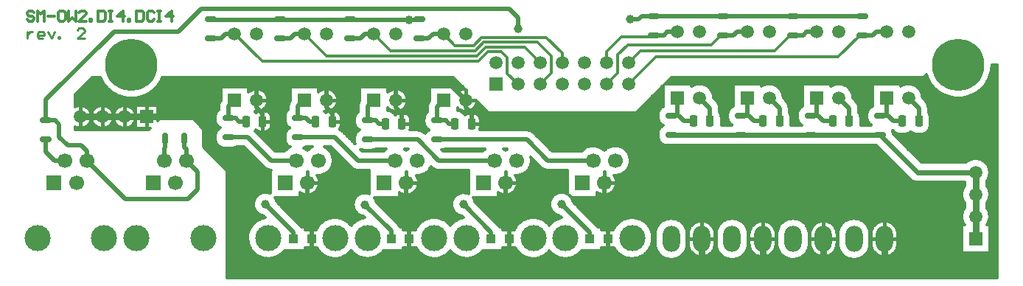
<source format=gbr>
%FSTAX42Y42*%
%MOMM*%
%SFA1B1*%

%IPPOS*%
%AMD12*
4,1,8,0.650240,-0.180340,0.650240,0.180340,0.480060,0.350520,-0.480060,0.350520,-0.650240,0.180340,-0.650240,-0.180340,-0.480060,-0.350520,0.480060,-0.350520,0.650240,-0.180340,0.0*
1,1,0.340000,0.480060,-0.180340*
1,1,0.340000,0.480060,0.180340*
1,1,0.340000,-0.480060,0.180340*
1,1,0.340000,-0.480060,-0.180340*
%
%AMD13*
4,1,8,0.220980,0.650240,-0.220980,0.650240,-0.449580,0.419100,-0.449580,-0.419100,-0.220980,-0.650240,0.220980,-0.650240,0.449580,-0.419100,0.449580,0.419100,0.220980,0.650240,0.0*
1,1,0.460000,0.220980,0.419100*
1,1,0.460000,-0.220980,0.419100*
1,1,0.460000,-0.220980,-0.419100*
1,1,0.460000,0.220980,-0.419100*
%
%AMD14*
4,1,8,0.180340,0.650240,-0.180340,0.650240,-0.350520,0.480060,-0.350520,-0.480060,-0.180340,-0.650240,0.180340,-0.650240,0.350520,-0.480060,0.350520,0.480060,0.180340,0.650240,0.0*
1,1,0.340000,0.180340,0.480060*
1,1,0.340000,-0.180340,0.480060*
1,1,0.340000,-0.180340,-0.480060*
1,1,0.340000,0.180340,-0.480060*
%
%ADD10C,0.299999*%
%ADD11R,0.999998X0.999998*%
G04~CAMADD=12~8~0.0~0.0~275.6~511.8~66.9~0.0~15~0.0~0.0~0.0~0.0~0~0.0~0.0~0.0~0.0~0~0.0~0.0~0.0~270.0~512.0~276.0*
%ADD12D12*%
G04~CAMADD=13~8~0.0~0.0~354.3~511.8~90.6~0.0~15~0.0~0.0~0.0~0.0~0~0.0~0.0~0.0~0.0~0~0.0~0.0~0.0~0.0~354.3~511.8*
%ADD13D13*%
G04~CAMADD=14~8~0.0~0.0~275.6~511.8~66.9~0.0~15~0.0~0.0~0.0~0.0~0~0.0~0.0~0.0~0.0~0~0.0~0.0~0.0~0.0~275.6~511.8*
%ADD14D14*%
%ADD15C,0.499999*%
%ADD16C,0.799998*%
%ADD17C,0.599999*%
%ADD18C,0.399999*%
%ADD19C,0.250000*%
%ADD20C,5.999988*%
%ADD21C,1.499997*%
%ADD22R,1.499997X1.499997*%
%ADD23C,1.499997*%
%ADD24R,1.499997X1.499997*%
%ADD25R,1.499997X1.499997*%
%ADD26C,1.699997*%
%ADD27C,2.999994*%
%ADD28R,1.699997X1.699997*%
%ADD29O,1.999996X2.999994*%
%ADD30C,0.999998*%
%LNpcb_monitoring_top_front-1*%
%LPD*%
G54D10*
X-007961Y-001758D02*
D01*
X-007978Y-001761*
X-007994Y-001765*
X-008009Y-001771*
X-008024Y-001777*
X-008039Y-001784*
X-008053Y-001792*
X-008067Y-001802*
X-00808Y-001812*
X-008092Y-001823*
X-008103Y-001835*
X-008114Y-001848*
X-008123Y-001861*
X-008132Y-001875*
X-00814Y-001889*
X-008146Y-001904*
X-008152Y-00192*
X-008156Y-001936*
X-00816Y-001952*
X-008162Y-001968*
X-008163Y-001985*
X-008163Y-002001*
X-008162Y-002017*
X-008159Y-002034*
X-008156Y-00205*
X-008151Y-002065*
X-008145Y-002081*
X-008139Y-002096*
X-008131Y-00211*
X-008122Y-002124*
X-008112Y-002137*
X-008102Y-00215*
X-00809Y-002162*
X-008078Y-002173*
X-008065Y-002183*
X-008051Y-002192*
X-008037Y-0022*
X-008022Y-002207*
X-008007Y-002213*
X-007991Y-002218*
X-007975Y-002222*
X-007959Y-002225*
X-007943Y-002226*
X-007926Y-002227*
X-00791Y-002226*
X-007893Y-002224*
X-007877Y-002222*
X-007861Y-002217*
X-007846Y-002212*
X-007831Y-002206*
X-007816Y-002199*
X-007802Y-002191*
X-007788Y-002181*
X-007775Y-002171*
X-007763Y-00216*
X-007752Y-002148*
X-007742Y-002136*
X-007961Y-001758D02*
D01*
X-007978Y-001761*
X-007994Y-001765*
X-008009Y-001771*
X-008024Y-001777*
X-008039Y-001784*
X-008053Y-001792*
X-008067Y-001802*
X-00808Y-001812*
X-008092Y-001823*
X-008103Y-001835*
X-008114Y-001848*
X-008123Y-001861*
X-008132Y-001875*
X-00814Y-001889*
X-008146Y-001904*
X-008152Y-00192*
X-008156Y-001936*
X-00816Y-001952*
X-008162Y-001968*
X-008163Y-001985*
X-008163Y-002001*
X-008162Y-002017*
X-008159Y-002034*
X-008156Y-00205*
X-008151Y-002065*
X-008145Y-002081*
X-008139Y-002096*
X-008131Y-00211*
X-008122Y-002124*
X-008112Y-002137*
X-008102Y-00215*
X-00809Y-002162*
X-008078Y-002173*
X-008065Y-002183*
X-008051Y-002192*
X-008037Y-0022*
X-008022Y-002207*
X-008007Y-002213*
X-007991Y-002218*
X-007975Y-002222*
X-007959Y-002225*
X-007943Y-002226*
X-007926Y-002227*
X-00791Y-002226*
X-007893Y-002224*
X-007877Y-002222*
X-007861Y-002217*
X-007846Y-002212*
X-007831Y-002206*
X-007816Y-002199*
X-007802Y-002191*
X-007788Y-002181*
X-007775Y-002171*
X-007763Y-00216*
X-007752Y-002148*
X-007742Y-002136*
X-007828Y-001579D02*
D01*
X-00783Y-00157*
X-007833Y-001561*
X-007836Y-001552*
X-00784Y-001544*
X-007844Y-001535*
X-007849Y-001527*
X-00785Y-001526*
X-007366Y-002106D02*
D01*
X-007357Y-002121*
X-007347Y-002134*
X-007337Y-002147*
X-007326Y-002159*
X-007314Y-00217*
X-007301Y-00218*
X-007288Y-002189*
X-007273Y-002198*
X-007259Y-002205*
X-007244Y-002211*
X-007228Y-002217*
X-007212Y-002221*
X-007196Y-002224*
X-00718Y-002226*
X-007163Y-002227*
X-007147Y-002226*
X-007131Y-002225*
X-007114Y-002222*
X-007099Y-002218*
X-007083Y-002213*
X-007068Y-002207*
X-007053Y-0022*
X-007038Y-002192*
X-007025Y-002183*
X-007012Y-002173*
X-006999Y-002163*
X-006988Y-002151*
X-006977Y-002138*
X-006974Y-002133*
X-007546Y-001866D02*
D01*
X-007551Y-00186*
X-007555Y-001854*
X-00756Y-001848*
X-007563Y-001844*
X-007546Y-001866D02*
D01*
X-007551Y-00186*
X-007555Y-001854*
X-00756Y-001848*
X-007563Y-001844*
X-007366Y-002106D02*
D01*
X-007357Y-002121*
X-007347Y-002134*
X-007337Y-002147*
X-007326Y-002159*
X-007314Y-00217*
X-007301Y-00218*
X-007288Y-002189*
X-007273Y-002198*
X-007259Y-002205*
X-007244Y-002211*
X-007228Y-002217*
X-007212Y-002221*
X-007196Y-002224*
X-00718Y-002226*
X-007163Y-002227*
X-007147Y-002226*
X-007131Y-002225*
X-007114Y-002222*
X-007099Y-002218*
X-007083Y-002213*
X-007068Y-002207*
X-007053Y-0022*
X-007038Y-002192*
X-007025Y-002183*
X-007012Y-002173*
X-006999Y-002163*
X-006988Y-002151*
X-006977Y-002138*
X-006974Y-002133*
X-006821Y-001758D02*
D01*
X-006838Y-001761*
X-006854Y-001765*
X-006869Y-001771*
X-006884Y-001777*
X-006899Y-001784*
X-006913Y-001792*
X-006927Y-001802*
X-00694Y-001812*
X-006952Y-001823*
X-006963Y-001835*
X-006974Y-001848*
X-006974Y-001848*
D01*
X-006985Y-001836*
X-006996Y-001824*
X-007008Y-001813*
X-007021Y-001802*
X-007034Y-001793*
X-007048Y-001785*
X-007063Y-001777*
X-007078Y-001771*
X-007094Y-001766*
X-00711Y-001762*
X-007126Y-001758*
X-007142Y-001757*
X-007158Y-001756*
X-007175Y-001756*
X-007191Y-001758*
X-007207Y-00176*
X-007223Y-001764*
X-007239Y-001769*
X-007254Y-001775*
X-007269Y-001782*
X-007283Y-00179*
X-007297Y-001799*
X-00731Y-001809*
X-007322Y-001819*
X-007334Y-001831*
X-007345Y-001843*
X-007354Y-001857*
X-007363Y-00187*
X-007371Y-001885*
X-007376Y-001896*
X-006974Y-001848D02*
D01*
X-006985Y-001836*
X-006996Y-001824*
X-007008Y-001813*
X-007021Y-001802*
X-007034Y-001793*
X-007048Y-001785*
X-007063Y-001777*
X-007078Y-001771*
X-007094Y-001766*
X-00711Y-001762*
X-007126Y-001758*
X-007142Y-001757*
X-007158Y-001756*
X-007175Y-001756*
X-007191Y-001758*
X-007207Y-00176*
X-007223Y-001764*
X-007239Y-001769*
X-007254Y-001775*
X-007269Y-001782*
X-007283Y-00179*
X-007297Y-001799*
X-00731Y-001809*
X-007322Y-001819*
X-007334Y-001831*
X-007345Y-001843*
X-007354Y-001857*
X-007363Y-00187*
X-007371Y-001885*
X-007376Y-001896*
X-006821Y-001758D02*
D01*
X-006838Y-001761*
X-006854Y-001765*
X-006869Y-001771*
X-006884Y-001777*
X-006899Y-001784*
X-006913Y-001792*
X-006927Y-001802*
X-00694Y-001812*
X-006952Y-001823*
X-006963Y-001835*
X-006974Y-001848*
X-006974Y-001848*
X-007904Y-001479D02*
D01*
X-007913Y-001476*
X-007922Y-001473*
X-007931Y-00147*
X-00794Y-001469*
X-00795Y-001467*
X-007959Y-001467*
X-007968Y-001467*
X-007978Y-001468*
X-007987Y-001469*
X-007996Y-001471*
X-008005Y-001474*
X-008014Y-001478*
X-008023Y-001481*
X-008031Y-001486*
X-008039Y-001491*
X-008046Y-001497*
X-008053Y-001503*
X-00806Y-00151*
X-008066Y-001517*
X-008072Y-001524*
X-008077Y-001532*
X-008081Y-00154*
X-008085Y-001549*
X-008089Y-001558*
X-008092Y-001567*
X-008094Y-001576*
X-008095Y-001585*
X-008096Y-001594*
X-008096Y-001604*
X-008096Y-001613*
X-008095Y-001622*
X-008093Y-001632*
X-00809Y-001641*
X-008087Y-00165*
X-008084Y-001658*
X-008079Y-001667*
X-008074Y-001675*
X-008069Y-001682*
X-008063Y-00169*
X-008057Y-001697*
X-00805Y-001703*
X-008043Y-001709*
X-008035Y-001714*
X-008027Y-001719*
X-008018Y-001723*
X-00801Y-001727*
X-008001Y-00173*
X-007992Y-001733*
X-007984Y-001735*
X-007564Y-001468D02*
D01*
X-007556Y-001474*
X-007548Y-001479*
X-007539Y-001484*
X-00753Y-001487*
X-007521Y-00149*
X-007512Y-001493*
X-007502Y-001495*
X-007492Y-001496*
X-007483Y-001496*
X-007473Y-001496*
X-007463Y-001495*
X-007453Y-001494*
X-007444Y-001492*
X-007435Y-001489*
X-007426Y-001485*
X-007417Y-001481*
X-007408Y-001476*
X-0074Y-001471*
X-007392Y-001465*
X-007385Y-001459*
X-007378Y-001452*
X-007371Y-001444*
X-007366Y-001437*
X-00736Y-001428*
X-007356Y-00142*
X-007352Y-001411*
X-007348Y-001402*
X-007345Y-001392*
X-007343Y-001383*
X-007342Y-001373*
X-007341Y-001364*
X-00734Y-001355*
X-007904Y-001211D02*
D01*
X-007897Y-001212*
X-007894Y-001211*
X-007904D02*
D01*
X-007897Y-001212*
X-007894Y-001211*
X-007972Y-001179D02*
D01*
X-007967Y-001185*
X-007961Y-00119*
X-007955Y-001194*
X-007948Y-001198*
X-007941Y-001201*
X-007934Y-001204*
X-007927Y-001207*
X-007919Y-001209*
X-007912Y-00121*
X-007904Y-001211*
X-007972Y-001179D02*
D01*
X-007967Y-001185*
X-007961Y-00119*
X-007955Y-001194*
X-007948Y-001198*
X-007941Y-001201*
X-007934Y-001204*
X-007927Y-001207*
X-007919Y-001209*
X-007912Y-00121*
X-007904Y-001211*
X-00748Y-000988D02*
D01*
X-007489Y-00098*
X-007497Y-000972*
X-007507Y-000965*
X-007517Y-000958*
X-007521Y-000955*
X-007677Y-000946D02*
D01*
X-007688Y-000952*
X-007698Y-000958*
X-007708Y-000964*
X-007718Y-000972*
X-007726Y-00098*
X-007734Y-000988*
X-007737Y-000992*
X-006764Y-001482D02*
D01*
X-006773Y-001479*
X-006782Y-001476*
X-006791Y-001474*
X-006801Y-001473*
X-00681Y-001472*
X-006819Y-001472*
X-006829Y-001473*
X-006838Y-001474*
X-006847Y-001476*
X-006856Y-001478*
X-006865Y-001481*
X-006874Y-001485*
X-006882Y-001489*
X-00689Y-001494*
X-006898Y-001499*
X-006905Y-001505*
X-006912Y-001512*
X-006918Y-001519*
X-006924Y-001526*
X-00693Y-001534*
X-006934Y-001542*
X-006939Y-00155*
X-006942Y-001559*
X-006945Y-001568*
X-006948Y-001577*
X-006949Y-001586*
X-00695Y-001595*
X-006951Y-001605*
X-006951Y-001614*
X-00695Y-001623*
X-006948Y-001633*
X-006946Y-001642*
X-006943Y-001651*
X-00694Y-00166*
X-006936Y-001668*
X-006931Y-001676*
X-006926Y-001684*
X-006921Y-001692*
X-006914Y-001699*
X-006908Y-001705*
X-006901Y-001711*
X-006893Y-001717*
X-006885Y-001722*
X-006877Y-001727*
X-006868Y-00173*
X-00686Y-001734*
X-006851Y-001737*
X-006842Y-001739*
X-006839Y-00174*
X-00734Y-001355D02*
D01*
X-007341Y-001346*
X-007342Y-001336*
X-007344Y-001326*
X-007346Y-001317*
X-007349Y-001308*
X-007353Y-001299*
X-007357Y-00129*
X-007362Y-001281*
X-007367Y-001273*
X-007369Y-001271*
D01*
X-007358Y-001272*
X-007346Y-001272*
X-007334Y-001271*
X-007322Y-001269*
X-007311Y-001267*
X-007299Y-001263*
X-007288Y-001259*
X-007278Y-001254*
X-007267Y-001249*
X-007257Y-001242*
X-007248Y-001235*
X-007239Y-001227*
X-00723Y-001219*
X-007222Y-00121*
X-007215Y-001201*
X-007209Y-001191*
X-007203Y-001181*
X-007198Y-00117*
X-007193Y-001159*
X-00719Y-001148*
X-007187Y-001136*
X-007185Y-001124*
X-007184Y-001113*
X-007183Y-001101*
X-007422Y-000946D02*
D01*
X-007433Y-000952*
X-007443Y-000958*
X-007453Y-000964*
X-007463Y-000972*
X-007471Y-000979*
X-00748Y-000988*
X-00748Y-000988*
X-007183Y-001101D02*
D01*
X-007184Y-00109*
X-007185Y-001078*
X-007187Y-001066*
X-00719Y-001055*
X-007194Y-001043*
X-007198Y-001032*
X-007203Y-001022*
X-007209Y-001011*
X-007216Y-001002*
X-007223Y-000992*
X-007231Y-000983*
X-00724Y-000975*
X-007249Y-000968*
X-007258Y-000961*
X-007268Y-000954*
X-007279Y-000949*
X-007284Y-000946*
X-006974Y-001179D02*
D01*
X-006969Y-001185*
X-006963Y-00119*
X-006957Y-001194*
X-00695Y-001198*
X-006943Y-001201*
X-006936Y-001204*
X-006929Y-001207*
X-006921Y-001209*
X-006914Y-00121*
X-006906Y-001211*
X-006898Y-001212*
X-006896Y-001211*
X-006974Y-001179D02*
D01*
X-006969Y-001185*
X-006963Y-00119*
X-006957Y-001194*
X-00695Y-001198*
X-006943Y-001201*
X-006936Y-001204*
X-006929Y-001207*
X-006921Y-001209*
X-006914Y-00121*
X-006906Y-001211*
X-006898Y-001212*
X-006896Y-001211*
X-006867Y-000975D02*
D01*
X-006861Y-000978*
X-006854Y-000979*
X-006847Y-00098*
X-006839Y-000981*
X-006834Y-000981*
X-006738D02*
D01*
X-006731Y-000981*
X-006724Y-000981*
X-006717Y-000979*
X-00671Y-000978*
X-006704Y-000975*
X-006697Y-000973*
X-006694Y-000971*
X-006974Y-002133D02*
D01*
X-006964Y-002146*
X-006953Y-002158*
X-006941Y-002169*
X-006928Y-00218*
X-006915Y-002189*
X-006901Y-002197*
X-006886Y-002205*
X-006871Y-002211*
X-006855Y-002216*
X-006839Y-00222*
X-006823Y-002224*
X-006807Y-002225*
X-006791Y-002226*
X-006774Y-002226*
X-006758Y-002224*
X-006742Y-002222*
X-006726Y-002218*
X-00671Y-002213*
X-006695Y-002207*
X-00668Y-0022*
X-006666Y-002192*
X-006652Y-002183*
X-006639Y-002173*
X-006627Y-002163*
X-006615Y-002151*
X-006604Y-002139*
X-006602Y-002136*
X-006974Y-002133D02*
D01*
X-006964Y-002146*
X-006953Y-002158*
X-006941Y-002169*
X-006928Y-00218*
X-006915Y-002189*
X-006901Y-002197*
X-006886Y-002205*
X-006871Y-002211*
X-006855Y-002216*
X-006839Y-00222*
X-006823Y-002224*
X-006807Y-002225*
X-006791Y-002226*
X-006774Y-002226*
X-006758Y-002224*
X-006742Y-002222*
X-006726Y-002218*
X-00671Y-002213*
X-006695Y-002207*
X-00668Y-0022*
X-006666Y-002192*
X-006652Y-002183*
X-006639Y-002173*
X-006627Y-002163*
X-006615Y-002151*
X-006604Y-002139*
X-006602Y-002136*
X-006414Y-001866D02*
D01*
X-006418Y-001859*
X-006421Y-001853*
X-006425Y-001846*
X-00643Y-00184*
X-006435Y-001834*
X-006438Y-001829*
X-006414Y-001866D02*
D01*
X-006418Y-001859*
X-006421Y-001853*
X-006425Y-001846*
X-00643Y-00184*
X-006435Y-001834*
X-006438Y-001829*
X-006225Y-002106D02*
D01*
X-006217Y-002121*
X-006207Y-002134*
X-006197Y-002147*
X-006186Y-002159*
X-006174Y-00217*
X-006161Y-00218*
X-006148Y-002189*
X-006133Y-002198*
X-006119Y-002205*
X-006104Y-002211*
X-006088Y-002217*
X-006072Y-002221*
X-006056Y-002224*
X-00604Y-002226*
X-006023Y-002227*
X-006007Y-002226*
X-005991Y-002225*
X-005974Y-002222*
X-005959Y-002218*
X-005943Y-002213*
X-005928Y-002207*
X-005913Y-0022*
X-005898Y-002192*
X-005885Y-002183*
X-005872Y-002173*
X-005859Y-002163*
X-005848Y-002151*
X-005837Y-002138*
X-005835Y-002134*
X-006225Y-002106D02*
D01*
X-006217Y-002121*
X-006207Y-002134*
X-006197Y-002147*
X-006186Y-002159*
X-006174Y-00217*
X-006161Y-00218*
X-006148Y-002189*
X-006133Y-002198*
X-006119Y-002205*
X-006104Y-002211*
X-006088Y-002217*
X-006072Y-002221*
X-006056Y-002224*
X-00604Y-002226*
X-006023Y-002227*
X-006007Y-002226*
X-005991Y-002225*
X-005974Y-002222*
X-005959Y-002218*
X-005943Y-002213*
X-005928Y-002207*
X-005913Y-0022*
X-005898Y-002192*
X-005885Y-002183*
X-005872Y-002173*
X-005859Y-002163*
X-005848Y-002151*
X-005837Y-002138*
X-005835Y-002134*
Y-001847D02*
D01*
X-005846Y-001835*
X-005857Y-001823*
X-00587Y-001812*
X-005882Y-001802*
X-005896Y-001793*
X-00591Y-001784*
X-005925Y-001777*
X-00594Y-001771*
X-005956Y-001766*
X-005972Y-001762*
X-005988Y-001759*
X-006004Y-001757*
X-00602Y-001756*
X-006037Y-001757*
X-006053Y-001758*
X-006069Y-001761*
X-006085Y-001765*
X-006101Y-00177*
X-006116Y-001776*
X-006131Y-001783*
X-006145Y-001791*
X-006159Y-001801*
X-006172Y-001811*
X-006184Y-001822*
X-006196Y-001833*
X-006206Y-001846*
X-006216Y-001859*
X-006225Y-001873*
X-006232Y-001887*
X-006236Y-001896*
X-005835Y-001847D02*
D01*
X-005846Y-001835*
X-005857Y-001823*
X-00587Y-001812*
X-005882Y-001802*
X-005896Y-001793*
X-00591Y-001784*
X-005925Y-001777*
X-00594Y-001771*
X-005956Y-001766*
X-005972Y-001762*
X-005988Y-001759*
X-006004Y-001757*
X-00602Y-001756*
X-006037Y-001757*
X-006053Y-001758*
X-006069Y-001761*
X-006085Y-001765*
X-006101Y-00177*
X-006116Y-001776*
X-006131Y-001783*
X-006145Y-001791*
X-006159Y-001801*
X-006172Y-001811*
X-006184Y-001822*
X-006196Y-001833*
X-006206Y-001846*
X-006216Y-001859*
X-006225Y-001873*
X-006232Y-001887*
X-006236Y-001896*
X-005835Y-002134D02*
D01*
X-005825Y-002147*
X-005814Y-002159*
X-005801Y-00217*
X-005789Y-00218*
X-005775Y-002189*
X-005761Y-002198*
X-005746Y-002205*
X-005731Y-002211*
X-005715Y-002216*
X-005699Y-00222*
X-005683Y-002223*
X-005667Y-002225*
X-005651Y-002226*
X-005634Y-002225*
X-005618Y-002224*
X-005602Y-002221*
X-005586Y-002217*
X-00557Y-002212*
X-005555Y-002206*
X-00554Y-002199*
X-005526Y-002191*
X-005512Y-002181*
X-005499Y-002171*
X-005487Y-00216*
X-005475Y-002149*
X-005464Y-002136*
X-005835Y-002134D02*
D01*
X-005825Y-002147*
X-005814Y-002159*
X-005801Y-00217*
X-005789Y-00218*
X-005775Y-002189*
X-005761Y-002198*
X-005746Y-002205*
X-005731Y-002211*
X-005715Y-002216*
X-005699Y-00222*
X-005683Y-002223*
X-005667Y-002225*
X-005651Y-002226*
X-005634Y-002225*
X-005618Y-002224*
X-005602Y-002221*
X-005586Y-002217*
X-00557Y-002212*
X-005555Y-002206*
X-00554Y-002199*
X-005526Y-002191*
X-005512Y-002181*
X-005499Y-002171*
X-005487Y-00216*
X-005475Y-002149*
X-005464Y-002136*
X-005088Y-002106D02*
D01*
X-00508Y-002121*
X-00507Y-002134*
X-00506Y-002147*
X-005049Y-002159*
X-005037Y-00217*
X-005024Y-00218*
X-005011Y-002189*
X-004996Y-002198*
X-004982Y-002205*
X-004967Y-002211*
X-004951Y-002217*
X-004935Y-002221*
X-004919Y-002224*
X-004903Y-002226*
X-004886Y-002227*
X-00487Y-002226*
X-004854Y-002225*
X-004837Y-002222*
X-004822Y-002218*
X-004806Y-002213*
X-004791Y-002207*
X-004776Y-0022*
X-004761Y-002192*
X-004748Y-002183*
X-004735Y-002173*
X-004722Y-002163*
X-004711Y-002151*
X-0047Y-002138*
X-004699Y-002136*
X-005088Y-002106D02*
D01*
X-00508Y-002121*
X-00507Y-002134*
X-00506Y-002147*
X-005049Y-002159*
X-005037Y-00217*
X-005024Y-00218*
X-005011Y-002189*
X-004996Y-002198*
X-004982Y-002205*
X-004967Y-002211*
X-004951Y-002217*
X-004935Y-002221*
X-004919Y-002224*
X-004903Y-002226*
X-004886Y-002227*
X-00487Y-002226*
X-004854Y-002225*
X-004837Y-002222*
X-004822Y-002218*
X-004806Y-002213*
X-004791Y-002207*
X-004776Y-0022*
X-004761Y-002192*
X-004748Y-002183*
X-004735Y-002173*
X-004722Y-002163*
X-004711Y-002151*
X-0047Y-002138*
X-004699Y-002136*
X-005271Y-001866D02*
D01*
X-005276Y-00186*
X-00528Y-001854*
X-005285Y-001848*
X-005288Y-001844*
X-005271Y-001866D02*
D01*
X-005276Y-00186*
X-00528Y-001854*
X-005285Y-001848*
X-005288Y-001844*
X-005685Y-001758D02*
D01*
X-005702Y-001762*
X-005717Y-001766*
X-005733Y-001771*
X-005748Y-001777*
X-005763Y-001785*
X-005777Y-001793*
X-00579Y-001803*
X-005803Y-001813*
X-005815Y-001824*
X-005826Y-001836*
X-005835Y-001847*
X-005685Y-001758D02*
D01*
X-005702Y-001762*
X-005717Y-001766*
X-005733Y-001771*
X-005748Y-001777*
X-005763Y-001785*
X-005777Y-001793*
X-00579Y-001803*
X-005803Y-001813*
X-005815Y-001824*
X-005826Y-001836*
X-005835Y-001847*
X-004699Y-001845D02*
D01*
X-004709Y-001833*
X-004721Y-001821*
X-004733Y-00181*
X-004746Y-0018*
X-00476Y-001791*
X-004774Y-001783*
X-004789Y-001776*
X-004804Y-00177*
X-00482Y-001765*
X-004836Y-001761*
X-004852Y-001758*
X-004868Y-001756*
X-004885Y-001756*
X-004901Y-001756*
X-004917Y-001758*
X-004934Y-001761*
X-00495Y-001765*
X-004965Y-00177*
X-00498Y-001777*
X-004995Y-001784*
X-005009Y-001792*
X-005023Y-001802*
X-005036Y-001812*
X-005048Y-001823*
X-005059Y-001835*
X-00507Y-001847*
X-00508Y-001861*
X-005088Y-001875*
X-005096Y-001889*
X-005098Y-001896*
X-004699Y-001845D02*
D01*
X-004709Y-001833*
X-004721Y-001821*
X-004733Y-00181*
X-004746Y-0018*
X-00476Y-001791*
X-004774Y-001783*
X-004789Y-001776*
X-004804Y-00177*
X-00482Y-001765*
X-004836Y-001761*
X-004852Y-001758*
X-004868Y-001756*
X-004885Y-001756*
X-004901Y-001756*
X-004917Y-001758*
X-004934Y-001761*
X-00495Y-001765*
X-004965Y-00177*
X-00498Y-001777*
X-004995Y-001784*
X-005009Y-001792*
X-005023Y-001802*
X-005036Y-001812*
X-005048Y-001823*
X-005059Y-001835*
X-00507Y-001847*
X-00508Y-001861*
X-005088Y-001875*
X-005096Y-001889*
X-005098Y-001896*
X-006683Y-001584D02*
D01*
X-006685Y-001575*
X-006688Y-001566*
X-006691Y-001557*
X-006695Y-001549*
X-006699Y-00154*
X-006704Y-001532*
X-006709Y-001526*
X-006424Y-001468D02*
D01*
X-006416Y-001474*
X-006408Y-001479*
X-006399Y-001484*
X-00639Y-001487*
X-006381Y-00149*
X-006372Y-001493*
X-006362Y-001495*
X-006352Y-001496*
X-006343Y-001496*
X-006333Y-001496*
X-006323Y-001495*
X-006313Y-001494*
X-006304Y-001492*
X-006295Y-001489*
X-006286Y-001485*
X-006277Y-001481*
X-006268Y-001476*
X-00626Y-001471*
X-006252Y-001465*
X-006245Y-001459*
X-006238Y-001452*
X-006231Y-001444*
X-006226Y-001437*
X-00622Y-001428*
X-006216Y-00142*
X-006212Y-001411*
X-006208Y-001402*
X-006205Y-001392*
X-006203Y-001383*
X-006202Y-001373*
X-006201Y-001364*
X-0062Y-001355*
D01*
X-006201Y-001346*
X-006202Y-001336*
X-006204Y-001326*
X-006206Y-001317*
X-006209Y-001308*
X-006213Y-001299*
X-006217Y-00129*
X-006222Y-001281*
X-006227Y-001273*
X-006229Y-001271*
D01*
X-006218Y-001272*
X-006206Y-001272*
X-006194Y-001271*
X-006182Y-001269*
X-006171Y-001267*
X-006159Y-001263*
X-006148Y-001259*
X-006138Y-001254*
X-006127Y-001249*
X-006117Y-001242*
X-006108Y-001235*
X-006099Y-001227*
X-00609Y-001219*
X-006082Y-00121*
X-006075Y-001201*
X-006069Y-001191*
X-006063Y-001181*
X-006058Y-00117*
X-006057Y-001169*
X-006576Y-000971D02*
D01*
X-006585Y-000979*
X-006594Y-000988*
X-006597Y-000992*
X-00634Y-000988D02*
D01*
X-006349Y-00098*
X-006357Y-000972*
X-006358Y-000971*
X-006322D02*
D01*
X-006331Y-000979*
X-00634Y-000988*
X-00634Y-000988*
X-006047Y-001179D02*
D01*
X-006042Y-001185*
X-006036Y-00119*
X-00603Y-001194*
X-006023Y-001198*
X-006016Y-001201*
X-006009Y-001204*
X-006002Y-001207*
X-005994Y-001209*
X-005987Y-00121*
X-005979Y-001211*
X-005971Y-001212*
X-005969Y-001211*
X-006047Y-001179D02*
D01*
X-006042Y-001185*
X-006036Y-00119*
X-00603Y-001194*
X-006023Y-001198*
X-006016Y-001201*
X-006009Y-001204*
X-006002Y-001207*
X-005994Y-001209*
X-005987Y-00121*
X-005979Y-001211*
X-005971Y-001212*
X-005969Y-001211*
X-005936Y-000979D02*
D01*
X-005929Y-000979*
X-005922Y-000978*
X-005915Y-000977*
X-005909Y-000975*
X-005902Y-000972*
X-005895Y-000969*
X-005551Y-001582D02*
D01*
X-005553Y-001573*
X-005556Y-001564*
X-005559Y-001555*
X-005563Y-001547*
X-005567Y-001538*
X-005572Y-00153*
X-005574Y-001526*
X-005627Y-001482D02*
D01*
X-005636Y-001479*
X-005645Y-001476*
X-005654Y-001473*
X-005663Y-001472*
X-005673Y-00147*
X-005682Y-00147*
X-005691Y-00147*
X-005701Y-001471*
X-00571Y-001472*
X-005719Y-001474*
X-005728Y-001477*
X-005737Y-001481*
X-005746Y-001484*
X-005754Y-001489*
X-005762Y-001494*
X-005769Y-0015*
X-005776Y-001506*
X-005783Y-001513*
X-005789Y-00152*
X-005795Y-001527*
X-0058Y-001535*
X-005804Y-001543*
X-005808Y-001552*
X-005812Y-001561*
X-005815Y-00157*
X-005817Y-001579*
X-005818Y-001588*
X-005819Y-001597*
X-005819Y-001607*
X-005819Y-001616*
X-005818Y-001625*
X-005816Y-001635*
X-005813Y-001644*
X-00581Y-001653*
X-005807Y-001661*
X-005802Y-00167*
X-005797Y-001678*
X-005792Y-001685*
X-005786Y-001693*
X-00578Y-0017*
X-005773Y-001706*
X-005766Y-001712*
X-005758Y-001717*
X-00575Y-001722*
X-005741Y-001726*
X-005733Y-00173*
X-005724Y-001733*
X-005715Y-001736*
X-005706Y-001737*
X-005287Y-001468D02*
D01*
X-005279Y-001474*
X-005271Y-001479*
X-005262Y-001484*
X-005253Y-001487*
X-005244Y-00149*
X-005235Y-001493*
X-005225Y-001495*
X-005215Y-001496*
X-005206Y-001496*
X-005196Y-001496*
X-005186Y-001495*
X-005176Y-001494*
X-005167Y-001492*
X-005158Y-001489*
X-005149Y-001485*
X-00514Y-001481*
X-005131Y-001476*
X-005123Y-001471*
X-005115Y-001465*
X-005108Y-001459*
X-005101Y-001452*
X-005094Y-001444*
X-005089Y-001437*
X-005083Y-001428*
X-005079Y-00142*
X-005075Y-001411*
X-005071Y-001402*
X-005068Y-001392*
X-005066Y-001383*
X-005065Y-001373*
X-005064Y-001364*
X-005062Y-001355*
D01*
X-005063Y-001346*
X-005064Y-001336*
X-005066Y-001326*
X-005068Y-001317*
X-005071Y-001308*
X-005075Y-001299*
X-005079Y-00129*
X-005084Y-001281*
X-005089Y-001273*
X-005091Y-001271*
X-005436Y-000969D02*
D01*
X-005446Y-000977*
X-005454Y-000986*
X-005459Y-000992*
X-005091Y-001271D02*
D01*
X-00508Y-001272*
X-005068Y-001272*
X-005056Y-001271*
X-005044Y-001269*
X-005033Y-001267*
X-005021Y-001263*
X-00501Y-001259*
X-005Y-001254*
X-004989Y-001249*
X-004979Y-001242*
X-00497Y-001235*
X-004961Y-001227*
X-004952Y-001219*
X-004944Y-00121*
X-004937Y-001201*
X-004931Y-001191*
X-004925Y-001181*
X-00492Y-00117*
X-004915Y-001159*
X-004912Y-001148*
X-004909Y-001136*
X-004907Y-001124*
X-004906Y-001113*
X-004905Y-001101*
X-005202Y-000988D02*
D01*
X-005211Y-00098*
X-005219Y-000972*
X-005223Y-000969*
X-005182D02*
D01*
X-005192Y-000977*
X-0052Y-000986*
X-005202Y-000988*
X-010149Y-000713D02*
D01*
X-010141Y-000718*
X-010133Y-000721*
X-010124Y-000724*
X-010116Y-000726*
X-010107Y-000728*
X-010098Y-000729*
X-010089Y-00073*
X-01008Y-00073*
X-01007Y-000729*
X-010061Y-000727*
X-010053Y-000725*
X-010044Y-000723*
X-010035Y-000719*
X-010027Y-000715*
X-010019Y-000711*
X-010012Y-000706*
X-010004Y-000701*
X-009998Y-000695*
X-009991Y-000688*
X-009985Y-000681*
X-00998Y-000674*
X-009975Y-000666*
X-00997Y-000658*
X-009967Y-00065*
X-009963Y-000642*
X-009961Y-000633*
X-009959Y-000627*
D01*
X-009957Y-000636*
X-009954Y-000645*
X-009951Y-000653*
X-009947Y-000661*
X-009942Y-000669*
X-009937Y-000677*
X-009931Y-000684*
X-009925Y-000691*
X-009919Y-000697*
X-009912Y-000703*
X-009904Y-000708*
X-009897Y-000713*
X-009889Y-000717*
X-00988Y-00072*
X-009872Y-000723*
X-009863Y-000726*
X-009854Y-000728*
X-009845Y-000729*
X-009836Y-00073*
X-009827Y-000729*
X-009818Y-000729*
X-009809Y-000727*
X-0098Y-000725*
X-009791Y-000723*
X-009783Y-00072*
X-009775Y-000716*
X-009767Y-000712*
X-009759Y-000707*
X-009752Y-000701*
X-009745Y-000695*
X-009738Y-000689*
X-009732Y-000682*
X-009727Y-000675*
X-009722Y-000668*
X-009717Y-00066*
X-009713Y-000651*
X-00971Y-000643*
X-009707Y-000634*
X-009705Y-000627*
D01*
X-009703Y-000636*
X-0097Y-000645*
X-009697Y-000653*
X-009693Y-000661*
X-009688Y-000669*
X-009683Y-000677*
X-009677Y-000684*
X-009671Y-000691*
X-009665Y-000697*
X-009658Y-000703*
X-00965Y-000708*
X-009643Y-000713*
X-009635Y-000717*
X-009626Y-00072*
X-009618Y-000723*
X-009609Y-000726*
X-0096Y-000728*
X-009591Y-000729*
X-009582Y-00073*
X-009573Y-000729*
X-009564Y-000729*
X-009555Y-000727*
X-009546Y-000725*
X-009537Y-000723*
X-009529Y-00072*
X-009521Y-000716*
X-009513Y-000712*
X-009505Y-000707*
X-009498Y-000701*
X-009491Y-000695*
X-009484Y-000689*
X-009478Y-000682*
X-009473Y-000675*
X-009468Y-000668*
X-009463Y-00066*
X-009459Y-000651*
X-009456Y-000643*
X-009454Y-000638*
X-008536Y-000854D02*
D01*
X-008536Y-000862*
X-008536Y-000869*
X-008534Y-000876*
X-008533Y-000883*
X-00853Y-000889*
X-008528Y-000896*
X-008525Y-000902*
X-008521Y-000909*
X-008517Y-000914*
X-008513Y-00092*
X-008508Y-000925*
X-008503Y-00093*
X-008497Y-000935*
X-008492Y-000939*
X-008485Y-000943*
X-008479Y-000946*
X-008473Y-000949*
X-008466Y-000952*
X-008459Y-000953*
X-008452Y-000955*
X-008445Y-000956*
X-008438Y-000956*
X-008434Y-000956*
X-008338D02*
D01*
X-008331Y-000956*
X-008324Y-000956*
X-008317Y-000954*
X-00831Y-000953*
X-008304Y-00095*
X-008297Y-000948*
X-008294Y-000946*
X-008478Y-000726D02*
D01*
X-008485Y-00073*
X-008491Y-000734*
X-008497Y-000738*
X-008502Y-000742*
X-008508Y-000747*
X-008513Y-000752*
X-008517Y-000758*
X-008521Y-000764*
X-008525Y-00077*
X-008528Y-000777*
X-008531Y-000783*
X-008533Y-00079*
X-008535Y-000797*
X-008536Y-000804*
X-008537Y-000811*
X-008537Y-000818*
X-008536Y-000818*
X-008067Y-00075D02*
D01*
X-008063Y-000754*
X-008059Y-000757*
X-008055Y-00076*
X-00805Y-000763*
X-008045Y-000765*
X-00804Y-000767*
X-008035Y-000769*
X-00803Y-00077*
X-008024Y-000771*
X-008019Y-000771*
X-008014Y-000772*
X-008013Y-000771*
X-007678Y-000726D02*
D01*
X-007685Y-00073*
X-007691Y-000734*
X-007697Y-000738*
X-007702Y-000742*
X-007708Y-000747*
X-007713Y-000752*
X-007717Y-000758*
X-007721Y-000764*
X-007725Y-00077*
X-007728Y-000777*
X-007731Y-000783*
X-007733Y-00079*
X-007735Y-000797*
X-007736Y-000804*
X-007737Y-000811*
X-007737Y-000818*
X-007736Y-000818*
X-007968Y-000771D02*
D01*
X-007963Y-000771*
X-007958Y-000771*
X-007952Y-00077*
X-007947Y-000769*
X-007942Y-000767*
X-007937Y-000765*
X-007932Y-000762*
X-007928Y-00076*
X-007923Y-000757*
X-007919Y-000753*
X-007915Y-00075*
X-007911Y-000746*
X-007908Y-000742*
X-007905Y-000738*
X-007902Y-000733*
X-007899Y-000728*
X-007897Y-000723*
X-007895Y-000718*
X-007894Y-000713*
X-007893Y-000708*
X-007892Y-000703*
X-007892Y-000697*
X-007891Y-000694*
X-008077Y-000763D02*
D01*
X-008073Y-000758*
X-008069Y-000751*
X-008067Y-00075*
X-008536Y-000633D02*
D01*
X-008536Y-000641*
X-008536Y-000648*
X-008534Y-000655*
X-008533Y-000662*
X-00853Y-000668*
X-008528Y-000675*
X-008525Y-000681*
X-008521Y-000688*
X-008517Y-000693*
X-008513Y-000699*
X-008508Y-000704*
X-008503Y-000709*
X-008497Y-000714*
X-008492Y-000718*
X-008485Y-000722*
X-008479Y-000725*
X-008478Y-000726*
X-008067Y-000552D02*
D01*
X-008072Y-000546*
X-008076Y-00054*
X-00808Y-000535*
X-00804Y-000536D02*
D01*
X-008046Y-000538*
X-00805Y-000541*
X-008055Y-000543*
X-00806Y-000546*
X-008064Y-00055*
X-008067Y-000552*
X-00808Y-000535D02*
D01*
X-008072Y-000537*
X-008062Y-000537*
X-008053Y-000537*
X-008044Y-000536*
X-00804Y-000536*
X-008013Y-000531D02*
D01*
X-008019Y-000532*
X-008021Y-000531*
X-007891Y-000608D02*
D01*
X-007892Y-000603*
X-007892Y-000598*
X-007893Y-000592*
X-007894Y-000587*
X-007896Y-000582*
X-007898Y-000577*
X-007901Y-000572*
X-007903Y-000568*
X-007906Y-000563*
X-00791Y-000559*
X-007913Y-000555*
X-007917Y-000551*
X-007921Y-000548*
X-007925Y-000545*
X-00793Y-000542*
X-007935Y-000539*
X-00794Y-000537*
X-007945Y-000535*
X-00795Y-000534*
X-007955Y-000533*
X-00796Y-000532*
X-007966Y-000532*
X-007968Y-000531*
X-007736Y-000633D02*
D01*
X-007736Y-000641*
X-007736Y-000648*
X-007734Y-000655*
X-007733Y-000662*
X-00773Y-000668*
X-007728Y-000675*
X-007725Y-000681*
X-007721Y-000688*
X-007717Y-000693*
X-007713Y-000699*
X-007708Y-000704*
X-007703Y-000709*
X-007697Y-000714*
X-007692Y-000718*
X-007685Y-000722*
X-007679Y-000725*
X-007678Y-000726*
X-009959Y-000571D02*
D01*
X-009962Y-000563*
X-009965Y-000554*
X-009968Y-000546*
X-009972Y-000538*
X-009977Y-00053*
X-009982Y-000522*
X-009988Y-000515*
X-009994Y-000508*
X-01Y-000502*
X-010007Y-000496*
X-010015Y-000491*
X-010022Y-000486*
X-01003Y-000482*
X-010039Y-000479*
X-010047Y-000476*
X-010056Y-000473*
X-010065Y-000471*
X-010074Y-00047*
X-010083Y-000469*
X-010092Y-00047*
X-010101Y-00047*
X-01011Y-000472*
X-010119Y-000474*
X-010128Y-000476*
X-010136Y-000479*
X-010144Y-000483*
X-010149Y-000485*
X-009705Y-000571D02*
D01*
X-009708Y-000563*
X-009711Y-000554*
X-009714Y-000546*
X-009718Y-000538*
X-009723Y-00053*
X-009728Y-000522*
X-009734Y-000515*
X-00974Y-000508*
X-009746Y-000502*
X-009753Y-000496*
X-009761Y-000491*
X-009768Y-000486*
X-009776Y-000482*
X-009785Y-000479*
X-009793Y-000476*
X-009802Y-000473*
X-009811Y-000471*
X-00982Y-00047*
X-009829Y-000469*
X-009838Y-00047*
X-009847Y-00047*
X-009856Y-000472*
X-009865Y-000474*
X-009874Y-000476*
X-009882Y-000479*
X-00989Y-000483*
X-009898Y-000487*
X-009906Y-000492*
X-009913Y-000498*
X-00992Y-000504*
X-009927Y-00051*
X-009933Y-000517*
X-009938Y-000524*
X-009943Y-000531*
X-009948Y-000539*
X-009952Y-000548*
X-009955Y-000556*
X-009958Y-000565*
X-009959Y-000571*
X-009454Y-00056D02*
D01*
X-009458Y-000552*
X-009461Y-000544*
X-009465Y-000536*
X-00947Y-000528*
X-009475Y-00052*
X-009481Y-000513*
X-009487Y-000507*
X-009494Y-000501*
X-009501Y-000495*
X-009509Y-00049*
X-009516Y-000485*
X-009525Y-000481*
X-009533Y-000478*
X-009541Y-000475*
X-00955Y-000473*
X-009559Y-000471*
X-009568Y-00047*
X-009577Y-00047*
X-009586Y-00047*
X-009595Y-000471*
X-009604Y-000472*
X-009613Y-000474*
X-009622Y-000477*
X-00963Y-00048*
X-009638Y-000484*
X-009646Y-000489*
X-009654Y-000494*
X-009661Y-000499*
X-009668Y-000505*
X-009674Y-000512*
X-00968Y-000519*
X-009686Y-000526*
X-00969Y-000533*
X-009695Y-000541*
X-009699Y-00055*
X-009702Y-000558*
X-009704Y-000567*
X-009705Y-000571*
X-009854Y-000149D02*
D01*
X-009843Y-000174*
X-00983Y-000197*
X-009816Y-00022*
X-009799Y-000242*
X-009782Y-000262*
X-009763Y-000281*
X-009743Y-000299*
X-009721Y-000315*
X-009699Y-00033*
X-009675Y-000343*
X-009651Y-000354*
X-009626Y-000364*
X-0096Y-000372*
X-009574Y-000378*
X-009547Y-000382*
X-00952Y-000384*
X-009493Y-000385*
X-009467Y-000383*
X-00944Y-00038*
X-009413Y-000375*
X-009387Y-000368*
X-009362Y-00036*
X-009337Y-000349*
X-009313Y-000337*
X-00929Y-000323*
X-009268Y-000308*
X-009247Y-000291*
X-009227Y-000272*
X-009209Y-000253*
X-009192Y-000232*
X-009177Y-00021*
X-009163Y-000187*
X-00915Y-000163*
X-009144Y-000149*
X-008496Y-000517D02*
D01*
X-008502Y-000522*
X-008507Y-000527*
X-008512Y-000532*
X-008516Y-000538*
X-00852Y-000544*
X-008524Y-00055*
X-008527Y-000556*
X-00853Y-000563*
X-008532Y-000569*
X-008534Y-000576*
X-008535Y-000583*
X-008536Y-00059*
X-008536Y-000597*
Y-000598*
X-007696Y-000517D02*
D01*
X-007702Y-000522*
X-007707Y-000527*
X-007712Y-000532*
X-007716Y-000538*
X-00772Y-000544*
X-007724Y-00055*
X-007727Y-000556*
X-00773Y-000563*
X-007732Y-000569*
X-007734Y-000576*
X-007735Y-000583*
X-007736Y-00059*
X-007736Y-000597*
Y-000598*
X-008021Y-000531D02*
D01*
X-008013Y-000529*
X-008005Y-000525*
X-007997Y-000521*
X-007989Y-000516*
X-007981Y-000511*
X-007974Y-000505*
X-007968Y-000499*
X-007962Y-000493*
X-007956Y-000485*
X-007951Y-000478*
X-007946Y-00047*
X-007942Y-000462*
X-007938Y-000454*
X-007935Y-000445*
X-007933Y-000437*
X-007931Y-000428*
X-00793Y-000419*
X-00793Y-00041*
X-007929Y-000407*
X-008473Y-000413D02*
D01*
X-008478Y-00042*
X-008482Y-000426*
X-008486Y-000433*
X-008489Y-00044*
X-008491Y-000447*
X-008493Y-000455*
X-008495Y-000462*
X-008496Y-00047*
X-008496Y-000477*
X-008496Y-00048*
X-008473Y-000413D02*
D01*
X-008478Y-00042*
X-008482Y-000426*
X-008486Y-000433*
X-008489Y-00044*
X-008491Y-000447*
X-008493Y-000455*
X-008495Y-000462*
X-008496Y-00047*
X-008496Y-000477*
X-008496Y-00048*
X-007929Y-000407D02*
D01*
X-00793Y-000398*
X-007931Y-000389*
X-007932Y-00038*
X-007935Y-000372*
X-007937Y-000363*
X-007941Y-000355*
X-007945Y-000346*
X-007949Y-000339*
X-007954Y-000331*
X-00796Y-000324*
X-007966Y-000317*
X-007973Y-000311*
X-007979Y-000305*
X-007987Y-0003*
X-007994Y-000295*
X-008003Y-000291*
X-008011Y-000287*
X-008019Y-000284*
X-008028Y-000281*
X-008037Y-000279*
X-008046Y-000278*
X-008055Y-000278*
X-008064*
X-008073Y-000278*
X-008082Y-000279*
X-008091Y-000281*
X-0081Y-000284*
X-008108Y-000287*
X-008116Y-000291*
X-008124Y-000295*
X-008132Y-0003*
X-00814Y-000305*
X-008146Y-000311*
X-008153Y-000317*
X-008153Y-000317*
X-007521Y-000955D02*
D01*
X-007514Y-000954*
X-007508Y-000952*
X-007501Y-00095*
X-007494Y-000947*
X-007494Y-000946*
X-007736Y-000854D02*
D01*
X-007736Y-000862*
X-007736Y-000869*
X-007734Y-000876*
X-007733Y-000883*
X-00773Y-000889*
X-007728Y-000896*
X-007725Y-000902*
X-007721Y-000909*
X-007717Y-000914*
X-007713Y-00092*
X-007708Y-000925*
X-007703Y-00093*
X-007697Y-000935*
X-007692Y-000939*
X-007685Y-000943*
X-007679Y-000946*
X-007677Y-000946*
X-007084Y-000758D02*
D01*
X-00709Y-000753*
X-007096Y-000748*
X-007102Y-000744*
X-007107Y-000741*
D01*
X-007104Y-000737*
X-007102Y-000733*
X-007099Y-000728*
X-007097Y-000723*
X-007095Y-000718*
X-007094Y-000713*
X-007093Y-000707*
X-007092Y-000702*
X-007092Y-000697*
X-007091Y-000694*
X-007084Y-000758D02*
D01*
X-00709Y-000753*
X-007096Y-000748*
X-007102Y-000744*
X-007107Y-000741*
X-006936Y-000879D02*
D01*
X-006936Y-000887*
X-006936Y-000894*
X-006934Y-000901*
X-006933Y-000908*
X-00693Y-000912*
X-006936Y-000658D02*
D01*
X-006936Y-000666*
X-006936Y-000673*
X-006934Y-00068*
X-006933Y-000687*
X-00693Y-000693*
X-006928Y-0007*
X-006925Y-000706*
X-006921Y-000713*
X-006917Y-000718*
X-006913Y-000724*
X-006908Y-000729*
X-006903Y-000734*
X-006897Y-000739*
X-006892Y-000743*
X-006885Y-000747*
X-006879Y-00075*
X-006878Y-000751*
D01*
X-006885Y-000755*
X-006891Y-000759*
X-006897Y-000763*
X-006902Y-000767*
X-006908Y-000772*
X-006913Y-000777*
X-006917Y-000783*
X-006921Y-000789*
X-006925Y-000795*
X-006928Y-000802*
X-006931Y-000808*
X-006933Y-000815*
X-006935Y-000822*
X-006936Y-000829*
X-006937Y-000836*
X-006937Y-000843*
X-006936Y-000843*
X-006896Y-000542D02*
D01*
X-006902Y-000547*
X-006907Y-000552*
X-006912Y-000557*
X-006916Y-000563*
X-00692Y-000569*
X-006924Y-000575*
X-006927Y-000581*
X-00693Y-000588*
X-006932Y-000594*
X-006934Y-000601*
X-006935Y-000608*
X-006936Y-000615*
X-006936Y-000622*
Y-000623*
X-007267Y-000552D02*
D01*
X-007272Y-000546*
X-007276Y-00054*
X-00728Y-000535*
X-00724Y-000536D02*
D01*
X-007246Y-000538*
X-00725Y-000541*
X-007255Y-000543*
X-00726Y-000546*
X-007264Y-00055*
X-007267Y-000552*
X-00728Y-000535D02*
D01*
X-007272Y-000537*
X-007262Y-000537*
X-007253Y-000537*
X-007244Y-000536*
X-00724Y-000536*
X-007213Y-000531D02*
D01*
X-007219Y-000532*
X-007221Y-000531*
X-007091Y-000608D02*
D01*
X-007092Y-000603*
X-007092Y-000598*
X-007093Y-000592*
X-007094Y-000587*
X-007096Y-000582*
X-007098Y-000577*
X-007101Y-000572*
X-007103Y-000568*
X-007106Y-000563*
X-00711Y-000559*
X-007113Y-000555*
X-007117Y-000551*
X-007121Y-000548*
X-007125Y-000545*
X-00713Y-000542*
X-007135Y-000539*
X-00714Y-000537*
X-007145Y-000535*
X-00715Y-000534*
X-007155Y-000533*
X-00716Y-000532*
X-007166Y-000532*
X-007168Y-000531*
X-006467Y-000577D02*
D01*
X-006472Y-000571*
X-006476Y-000565*
X-006481Y-00056*
X-006486Y-000554*
X-006492Y-000549*
X-006498Y-000545*
X-006505Y-000541*
X-006511Y-000537*
X-006518Y-000534*
X-006525Y-000531*
X-006532Y-000529*
X-00654Y-000528*
X-006547Y-000527*
X-006553Y-000526*
X-006413Y-000556D02*
D01*
X-006419Y-000557*
X-006424Y-000557*
X-00643Y-000558*
X-006435Y-000559*
X-00644Y-000561*
X-006445Y-000563*
X-00645Y-000566*
X-006454Y-000568*
X-006459Y-000571*
X-006463Y-000575*
X-006467Y-000577*
X-006291Y-000633D02*
D01*
X-006292Y-000628*
X-006292Y-000623*
X-006293Y-000617*
X-006294Y-000612*
X-006296Y-000607*
X-006298Y-000602*
X-006301Y-000597*
X-006303Y-000593*
X-006306Y-000588*
X-00631Y-000584*
X-006313Y-00058*
X-006317Y-000576*
X-006321Y-000573*
X-006325Y-00057*
X-00633Y-000567*
X-006335Y-000564*
X-00634Y-000562*
X-006345Y-00056*
X-00635Y-000559*
X-006355Y-000558*
X-00636Y-000557*
X-006366Y-000557*
X-006368Y-000556*
X-006132Y-000783D02*
D01*
X-006138Y-000778*
X-006144Y-000773*
X-00615Y-000769*
X-006157Y-000765*
X-006164Y-000762*
X-006171Y-000759*
X-006178Y-000756*
X-006186Y-000754*
X-006193Y-000753*
X-006201Y-000752*
X-006209Y-000751*
X-006209Y-000751*
X-006132Y-000783D02*
D01*
X-006138Y-000778*
X-006144Y-000773*
X-00615Y-000769*
X-006157Y-000765*
X-006164Y-000762*
X-006171Y-000759*
X-006178Y-000756*
X-006186Y-000754*
X-006193Y-000753*
X-006201Y-000752*
X-006209Y-000751*
X-006209Y-000751*
X-006298D02*
D01*
X-006296Y-000747*
X-006295Y-000741*
X-006293Y-000736*
X-006292Y-000731*
X-006292Y-000726*
X-006292Y-00072*
X-006291Y-000719*
X-006078Y-000749D02*
D01*
X-006085Y-000753*
X-006091Y-000757*
X-006097Y-000761*
X-006102Y-000765*
X-006108Y-00077*
X-006113Y-000775*
X-006117Y-000781*
X-006121Y-000787*
X-006123Y-000791*
X-006137Y-000656D02*
D01*
X-006137Y-000664*
X-006137Y-000671*
X-006135Y-000678*
X-006134Y-000685*
X-006131Y-000691*
X-006129Y-000698*
X-006126Y-000704*
X-006122Y-000711*
X-006118Y-000716*
X-006114Y-000722*
X-006109Y-000727*
X-006104Y-000732*
X-006098Y-000737*
X-006093Y-000741*
X-006086Y-000745*
X-00608Y-000748*
X-006078Y-000749*
X-005497D02*
D01*
X-005496Y-000744*
X-005494Y-000739*
X-005493Y-000734*
X-005492Y-000729*
X-005491Y-000723*
X-005491Y-000719*
X-005614Y-000556D02*
D01*
X-00562Y-000557*
X-005625Y-000557*
X-005631Y-000558*
X-005636Y-000559*
X-005641Y-000561*
X-005646Y-000563*
X-005651Y-000566*
X-005655Y-000568*
X-00566Y-000571*
X-005664Y-000575*
X-005667Y-000577*
X-006096Y-00054D02*
D01*
X-006102Y-000545*
X-006107Y-00055*
X-006112Y-000555*
X-006116Y-000561*
X-00612Y-000567*
X-006124Y-000573*
X-006127Y-000579*
X-00613Y-000586*
X-006132Y-000592*
X-006134Y-000599*
X-006135Y-000606*
X-006136Y-000613*
X-006136Y-00062*
X-006137Y-000621*
X-005667Y-000577D02*
D01*
X-005672Y-000571*
X-005676Y-000565*
X-005681Y-00056*
X-005686Y-000554*
X-005692Y-000549*
X-005698Y-000545*
X-005705Y-000541*
X-005711Y-000537*
X-005718Y-000534*
X-005725Y-000531*
X-005732Y-000529*
X-00574Y-000528*
X-005747Y-000527*
X-005753Y-000526*
X-005491Y-000633D02*
D01*
X-005492Y-000628*
X-005492Y-000623*
X-005493Y-000617*
X-005494Y-000612*
X-005496Y-000607*
X-005498Y-000602*
X-005501Y-000597*
X-005503Y-000593*
X-005506Y-000588*
X-00551Y-000584*
X-005513Y-00058*
X-005517Y-000576*
X-005521Y-000573*
X-005525Y-00057*
X-00553Y-000567*
X-005535Y-000564*
X-00554Y-000562*
X-005545Y-00056*
X-00555Y-000559*
X-005555Y-000558*
X-00556Y-000557*
X-005566Y-000557*
X-005568Y-000556*
X-007673Y-000413D02*
D01*
X-007678Y-00042*
X-007682Y-000426*
X-007686Y-000433*
X-007689Y-00044*
X-007691Y-000447*
X-007693Y-000455*
X-007695Y-000462*
X-007696Y-00047*
X-007696Y-000477*
X-007696Y-00048*
X-007673Y-000413D02*
D01*
X-007678Y-00042*
X-007682Y-000426*
X-007686Y-000433*
X-007689Y-00044*
X-007691Y-000447*
X-007693Y-000455*
X-007695Y-000462*
X-007696Y-00047*
X-007696Y-000477*
X-007696Y-00048*
X-007221Y-000531D02*
D01*
X-007213Y-000529*
X-007205Y-000525*
X-007197Y-000521*
X-007189Y-000516*
X-007181Y-000511*
X-007174Y-000505*
X-007168Y-000499*
X-007162Y-000493*
X-007156Y-000485*
X-007151Y-000478*
X-007146Y-00047*
X-007142Y-000462*
X-007138Y-000454*
X-007135Y-000445*
X-007133Y-000437*
X-007131Y-000428*
X-00713Y-000419*
X-00713Y-00041*
X-007129Y-000407*
D01*
X-00713Y-000398*
X-007131Y-000389*
X-007132Y-00038*
X-007135Y-000372*
X-007137Y-000363*
X-007141Y-000355*
X-007145Y-000346*
X-007149Y-000339*
X-007154Y-000331*
X-00716Y-000324*
X-007166Y-000317*
X-007173Y-000311*
X-007179Y-000305*
X-007187Y-0003*
X-007194Y-000295*
X-007203Y-000291*
X-007211Y-000287*
X-007219Y-000284*
X-007228Y-000281*
X-007237Y-000279*
X-007246Y-000278*
X-007255Y-000278*
X-007264*
X-007273Y-000278*
X-007282Y-000279*
X-007291Y-000281*
X-0073Y-000284*
X-007308Y-000287*
X-007316Y-000291*
X-007324Y-000295*
X-007332Y-0003*
X-00734Y-000305*
X-007346Y-000311*
X-007353Y-000317*
X-007353Y-000317*
X-006873Y-000413D02*
D01*
X-006878Y-00042*
X-006882Y-000426*
X-006886Y-000433*
X-006889Y-00044*
X-006891Y-000447*
X-006893Y-000455*
X-006895Y-000462*
X-006896Y-00047*
X-006896Y-000477*
X-006896Y-00048*
X-006873Y-000413D02*
D01*
X-006878Y-00042*
X-006882Y-000426*
X-006886Y-000433*
X-006889Y-00044*
X-006891Y-000447*
X-006893Y-000455*
X-006895Y-000462*
X-006896Y-00047*
X-006896Y-000477*
X-006896Y-00048*
X-006553Y-000497D02*
D01*
X-006547Y-000504*
X-00654Y-00051*
X-006533Y-000515*
X-006525Y-00052*
X-006517Y-000524*
X-006509Y-000528*
X-0065Y-000531*
X-006492Y-000534*
X-006483Y-000536*
X-006474Y-000537*
X-006465Y-000538*
X-006456Y-000538*
X-006446Y-000537*
X-006437Y-000536*
X-006429Y-000534*
X-00642Y-000531*
X-006411Y-000528*
X-006403Y-000525*
X-006395Y-00052*
X-006387Y-000516*
X-00638Y-00051*
X-006373Y-000505*
X-006366Y-000498*
X-00636Y-000492*
X-006355Y-000484*
X-006349Y-000477*
X-006345Y-000469*
X-006341Y-000461*
X-006337Y-000453*
X-006335Y-000444*
X-006332Y-000435*
X-006331Y-000426*
X-00633Y-000417*
X-006329Y-000408*
X-006329Y-000407*
D01*
X-00633Y-000398*
X-006331Y-000389*
X-006332Y-00038*
X-006335Y-000372*
X-006337Y-000363*
X-006341Y-000355*
X-006345Y-000346*
X-006349Y-000339*
X-006354Y-000331*
X-00636Y-000324*
X-006366Y-000317*
X-006373Y-000311*
X-006379Y-000305*
X-006387Y-0003*
X-006394Y-000295*
X-006403Y-000291*
X-006411Y-000287*
X-006419Y-000284*
X-006428Y-000281*
X-006437Y-000279*
X-006446Y-000278*
X-006455Y-000278*
X-006464*
X-006473Y-000278*
X-006482Y-000279*
X-006491Y-000281*
X-0065Y-000284*
X-006508Y-000287*
X-006516Y-000291*
X-006524Y-000295*
X-006532Y-0003*
X-00654Y-000305*
X-006546Y-000311*
X-006553Y-000317*
X-006553Y-000317*
X-006073Y-000413D02*
D01*
X-006078Y-00042*
X-006082Y-000426*
X-006086Y-000433*
X-006089Y-00044*
X-006092Y-000447*
X-006094Y-000455*
X-006095Y-000462*
X-006096Y-00047*
X-006097Y-000478*
X-006096Y-000481*
X-005753Y-000497D02*
D01*
X-005747Y-000504*
X-00574Y-00051*
X-005733Y-000515*
X-005725Y-00052*
X-005717Y-000524*
X-005709Y-000528*
X-0057Y-000531*
X-005692Y-000534*
X-005683Y-000536*
X-005674Y-000537*
X-005665Y-000538*
X-005656Y-000538*
X-005646Y-000537*
X-005637Y-000536*
X-005629Y-000534*
X-00562Y-000531*
X-005611Y-000528*
X-005603Y-000525*
X-005595Y-00052*
X-005587Y-000516*
X-00558Y-00051*
X-005573Y-000505*
X-005566Y-000498*
X-00556Y-000492*
X-005555Y-000484*
X-005549Y-000477*
X-005545Y-000469*
X-005541Y-000461*
X-005537Y-000453*
X-005535Y-000444*
X-005532Y-000435*
X-005531Y-000426*
X-00553Y-000418*
X-006073Y-000413D02*
D01*
X-006078Y-00042*
X-006082Y-000426*
X-006086Y-000433*
X-006089Y-00044*
X-006092Y-000447*
X-006094Y-000455*
X-006095Y-000462*
X-006096Y-00047*
X-006097Y-000478*
X-006096Y-000481*
X-00567Y-000278D02*
D01*
X-005679Y-00028*
X-005688Y-000281*
X-005697Y-000284*
X-005706Y-000287*
X-005714Y-00029*
X-005722Y-000294*
X-00573Y-000299*
X-005737Y-000304*
X-005744Y-00031*
X-005751Y-000316*
X-005753Y-000317*
X-004699Y-002136D02*
D01*
X-004688Y-002149*
X-004676Y-002161*
X-004664Y-002172*
X-004651Y-002182*
X-004637Y-002191*
X-004623Y-002199*
X-004608Y-002206*
X-004593Y-002212*
X-004577Y-002217*
X-004561Y-002221*
X-004545Y-002224*
X-004529Y-002226*
X-004512Y-002226*
X-004496Y-002226*
X-00448Y-002224*
X-004463Y-002221*
X-004447Y-002217*
X-004432Y-002212*
X-004417Y-002205*
X-004402Y-002198*
X-004388Y-00219*
X-004374Y-00218*
X-004361Y-00217*
X-004349Y-002159*
X-004338Y-002147*
X-004329Y-002136*
X-004699D02*
D01*
X-004688Y-002149*
X-004676Y-002161*
X-004664Y-002172*
X-004651Y-002182*
X-004637Y-002191*
X-004623Y-002199*
X-004608Y-002206*
X-004593Y-002212*
X-004577Y-002217*
X-004561Y-002221*
X-004545Y-002224*
X-004529Y-002226*
X-004512Y-002226*
X-004496Y-002226*
X-00448Y-002224*
X-004463Y-002221*
X-004447Y-002217*
X-004432Y-002212*
X-004417Y-002205*
X-004402Y-002198*
X-004388Y-00219*
X-004374Y-00218*
X-004361Y-00217*
X-004349Y-002159*
X-004338Y-002147*
X-004329Y-002136*
X-003484Y-002051D02*
D01*
X-003484Y-002064*
X-003483Y-002077*
X-00348Y-00209*
X-003477Y-002102*
X-003473Y-002115*
X-003469Y-002127*
X-003463Y-002138*
X-003456Y-00215*
X-003449Y-00216*
X-003441Y-00217*
X-003433Y-00218*
X-003423Y-002189*
X-003413Y-002197*
X-003403Y-002205*
X-003392Y-002212*
X-003381Y-002218*
X-003369Y-002223*
X-003357Y-002227*
X-003344Y-002231*
X-003332Y-002234*
X-003319Y-002235*
X-003306Y-002236*
X-003293*
X-00328Y-002235*
X-003267Y-002234*
X-003255Y-002231*
X-003242Y-002227*
X-00323Y-002223*
X-003218Y-002218*
X-003207Y-002212*
X-003196Y-002205*
X-003186Y-002197*
X-003176Y-002189*
X-003166Y-00218*
X-003158Y-00217*
X-00315Y-00216*
X-003143Y-00215*
X-003136Y-002138*
X-00313Y-002127*
X-003126Y-002115*
X-003122Y-002102*
X-003119Y-00209*
X-003116Y-002077*
X-003115Y-002064*
X-003114Y-002051*
X-003104D02*
D01*
X-003104Y-002062*
X-003103Y-002073*
X-003101Y-002084*
X-003098Y-002094*
X-003095Y-002105*
X-003091Y-002115*
X-003086Y-002124*
X-003081Y-002134*
X-003075Y-002143*
X-003068Y-002151*
X-003061Y-002159*
X-003053Y-002167*
X-003045Y-002174*
X-003036Y-00218*
X-003027Y-002186*
X-003017Y-002191*
X-003008Y-002195*
X-002997Y-002199*
X-002987Y-002202*
X-002976Y-002204*
X-002966Y-002206*
X-002955Y-002206*
X-002944*
X-002933Y-002206*
X-002923Y-002204*
X-002912Y-002202*
X-002902Y-002199*
X-002891Y-002195*
X-002882Y-002191*
X-002872Y-002186*
X-002863Y-00218*
X-002854Y-002174*
X-002846Y-002167*
X-002838Y-002159*
X-002831Y-002151*
X-002824Y-002143*
X-002818Y-002134*
X-002813Y-002124*
X-002808Y-002115*
X-002804Y-002105*
X-002801Y-002094*
X-002798Y-002084*
X-002796Y-002073*
X-002795Y-002062*
X-002794Y-002051*
X-002783D02*
D01*
X-002783Y-002064*
X-002782Y-002077*
X-002779Y-00209*
X-002776Y-002102*
X-002772Y-002115*
X-002768Y-002127*
X-002762Y-002138*
X-002755Y-00215*
X-002748Y-00216*
X-00274Y-00217*
X-002732Y-00218*
X-002722Y-002189*
X-002712Y-002197*
X-002702Y-002205*
X-002691Y-002212*
X-00268Y-002218*
X-002668Y-002223*
X-002656Y-002227*
X-002643Y-002231*
X-002631Y-002234*
X-002618Y-002235*
X-002605Y-002236*
X-002592*
X-002579Y-002235*
X-002566Y-002234*
X-002554Y-002231*
X-002541Y-002227*
X-002529Y-002223*
X-002517Y-002218*
X-002506Y-002212*
X-002495Y-002205*
X-002485Y-002197*
X-002475Y-002189*
X-002465Y-00218*
X-002457Y-00217*
X-002449Y-00216*
X-002442Y-00215*
X-002435Y-002138*
X-002429Y-002127*
X-002425Y-002115*
X-002421Y-002102*
X-002418Y-00209*
X-002415Y-002077*
X-002414Y-002064*
X-002414Y-002051*
X-004143Y-001866D02*
D01*
X-004148Y-00186*
X-004153Y-001854*
X-004158Y-001848*
X-004158Y-001847*
X-004143Y-001866D02*
D01*
X-004148Y-00186*
X-004153Y-001854*
X-004158Y-001848*
X-004158Y-001847*
X-003953Y-002106D02*
D01*
X-003945Y-002121*
X-003935Y-002134*
X-003925Y-002147*
X-003914Y-002159*
X-003902Y-00217*
X-003889Y-00218*
X-003876Y-002189*
X-003861Y-002198*
X-003847Y-002205*
X-003832Y-002211*
X-003816Y-002217*
X-0038Y-002221*
X-003784Y-002224*
X-003768Y-002226*
X-003751Y-002227*
X-003735Y-002226*
X-003719Y-002225*
X-003702Y-002222*
X-003687Y-002218*
X-003671Y-002213*
X-003656Y-002207*
X-003641Y-0022*
X-003626Y-002192*
X-003613Y-002183*
X-0036Y-002173*
X-003587Y-002163*
X-003576Y-002151*
X-003565Y-002138*
X-003555Y-002125*
X-003546Y-002112*
X-003539Y-002097*
X-003532Y-002082*
X-003526Y-002067*
X-003521Y-002051*
X-003518Y-002035*
X-003515Y-002019*
X-003514Y-002003*
X-003513Y-001991*
X-003953Y-002106D02*
D01*
X-003945Y-002121*
X-003935Y-002134*
X-003925Y-002147*
X-003914Y-002159*
X-003902Y-00217*
X-003889Y-00218*
X-003876Y-002189*
X-003861Y-002198*
X-003847Y-002205*
X-003832Y-002211*
X-003816Y-002217*
X-0038Y-002221*
X-003784Y-002224*
X-003768Y-002226*
X-003751Y-002227*
X-003735Y-002226*
X-003719Y-002225*
X-003702Y-002222*
X-003687Y-002218*
X-003671Y-002213*
X-003656Y-002207*
X-003641Y-0022*
X-003626Y-002192*
X-003613Y-002183*
X-0036Y-002173*
X-003587Y-002163*
X-003576Y-002151*
X-003565Y-002138*
X-003555Y-002125*
X-003546Y-002112*
X-003539Y-002097*
X-003532Y-002082*
X-003526Y-002067*
X-003521Y-002051*
X-003518Y-002035*
X-003515Y-002019*
X-003514Y-002003*
X-003513Y-001991*
D01*
X-003514Y-001975*
X-003516Y-001959*
X-003519Y-001943*
X-003523Y-001927*
X-003528Y-001911*
X-003534Y-001896*
X-003541Y-001881*
X-003549Y-001867*
X-003558Y-001853*
X-003568Y-00184*
X-003579Y-001828*
X-003591Y-001817*
X-003604Y-001806*
X-003617Y-001797*
X-003631Y-001788*
X-003645Y-00178*
X-00366Y-001774*
X-003676Y-001768*
X-003692Y-001763*
X-003708Y-00176*
X-003724Y-001758*
X-00374Y-001757*
X-003757*
X-003773Y-001758*
X-003789Y-00176*
X-003805Y-001763*
X-003821Y-001768*
X-003837Y-001774*
X-003852Y-00178*
X-003866Y-001788*
X-00388Y-001797*
X-003893Y-001806*
X-003906Y-001817*
X-003918Y-001828*
X-003929Y-00184*
X-003939Y-001853*
X-003948Y-001867*
X-003956Y-001881*
X-003963Y-001896*
X-003963Y-001896*
X-003513Y-001991D02*
D01*
X-003514Y-001975*
X-003516Y-001959*
X-003519Y-001943*
X-003523Y-001927*
X-003528Y-001911*
X-003534Y-001896*
X-003541Y-001881*
X-003549Y-001867*
X-003558Y-001853*
X-003568Y-00184*
X-003579Y-001828*
X-003591Y-001817*
X-003604Y-001806*
X-003617Y-001797*
X-003631Y-001788*
X-003645Y-00178*
X-00366Y-001774*
X-003676Y-001768*
X-003692Y-001763*
X-003708Y-00176*
X-003724Y-001758*
X-00374Y-001757*
X-003757*
X-003773Y-001758*
X-003789Y-00176*
X-003805Y-001763*
X-003821Y-001768*
X-003837Y-001774*
X-003852Y-00178*
X-003866Y-001788*
X-00388Y-001797*
X-003893Y-001806*
X-003906Y-001817*
X-003918Y-001828*
X-003929Y-00184*
X-003939Y-001853*
X-003948Y-001867*
X-003956Y-001881*
X-003963Y-001896*
X-003963Y-001896*
X-003114Y-001951D02*
D01*
X-003115Y-001939*
X-003116Y-001926*
X-003119Y-001913*
X-003122Y-001901*
X-003126Y-001888*
X-00313Y-001876*
X-003136Y-001865*
X-003143Y-001853*
X-00315Y-001843*
X-003158Y-001833*
X-003166Y-001823*
X-003176Y-001814*
X-003186Y-001806*
X-003196Y-001798*
X-003207Y-001791*
X-003218Y-001785*
X-00323Y-00178*
X-003242Y-001776*
X-003255Y-001772*
X-003267Y-001769*
X-00328Y-001768*
X-003293Y-001767*
X-003306*
X-003319Y-001768*
X-003332Y-001769*
X-003344Y-001772*
X-003357Y-001776*
X-003369Y-00178*
X-003381Y-001785*
X-003392Y-001791*
X-003403Y-001798*
X-003413Y-001806*
X-003423Y-001814*
X-003433Y-001823*
X-003441Y-001833*
X-003449Y-001843*
X-003456Y-001853*
X-003463Y-001865*
X-003469Y-001876*
X-003473Y-001888*
X-003477Y-001901*
X-00348Y-001913*
X-003483Y-001926*
X-003484Y-001939*
X-003484Y-001951*
X-004557Y-001759D02*
D01*
X-004574Y-001763*
X-004589Y-001768*
X-004605Y-001773*
X-00462Y-00178*
X-004634Y-001788*
X-004648Y-001797*
X-004661Y-001807*
X-004673Y-001817*
X-004685Y-001829*
X-004696Y-001841*
X-004699Y-001845*
X-004557Y-001759D02*
D01*
X-004574Y-001763*
X-004589Y-001768*
X-004605Y-001773*
X-00462Y-00178*
X-004634Y-001788*
X-004648Y-001797*
X-004661Y-001807*
X-004673Y-001817*
X-004685Y-001829*
X-004696Y-001841*
X-004699Y-001845*
X-002794Y-001951D02*
D01*
X-002794Y-001941*
X-002795Y-00193*
X-002797Y-001919*
X-0028Y-001909*
X-002803Y-001898*
X-002807Y-001888*
X-002812Y-001879*
X-002817Y-001869*
X-002823Y-00186*
X-00283Y-001852*
X-002837Y-001844*
X-002845Y-001836*
X-002853Y-001829*
X-002862Y-001823*
X-002871Y-001817*
X-002881Y-001812*
X-00289Y-001808*
X-002901Y-001804*
X-002911Y-001801*
X-002922Y-001799*
X-002932Y-001797*
X-002943Y-001797*
X-002954*
X-002965Y-001797*
X-002975Y-001799*
X-002986Y-001801*
X-002996Y-001804*
X-003007Y-001808*
X-003016Y-001812*
X-003026Y-001817*
X-003035Y-001823*
X-003044Y-001829*
X-003052Y-001836*
X-00306Y-001844*
X-003067Y-001852*
X-003074Y-00186*
X-00308Y-001869*
X-003085Y-001879*
X-00309Y-001888*
X-003094Y-001898*
X-003097Y-001909*
X-0031Y-001919*
X-003102Y-00193*
X-003103Y-001941*
X-003104Y-001951*
X-002414D02*
D01*
X-002415Y-001939*
X-002416Y-001926*
X-002419Y-001913*
X-002422Y-001901*
X-002426Y-001888*
X-00243Y-001876*
X-002436Y-001865*
X-002443Y-001853*
X-00245Y-001843*
X-002458Y-001833*
X-002466Y-001823*
X-002476Y-001814*
X-002486Y-001806*
X-002496Y-001798*
X-002507Y-001791*
X-002518Y-001785*
X-00253Y-00178*
X-002542Y-001776*
X-002555Y-001772*
X-002567Y-001769*
X-00258Y-001768*
X-002593Y-001767*
X-002606*
X-002619Y-001768*
X-002632Y-001769*
X-002644Y-001772*
X-002657Y-001776*
X-002669Y-00178*
X-002681Y-001785*
X-002692Y-001791*
X-002703Y-001798*
X-002713Y-001806*
X-002723Y-001814*
X-002733Y-001823*
X-002741Y-001833*
X-002749Y-001843*
X-002756Y-001853*
X-002763Y-001865*
X-002769Y-001876*
X-002773Y-001888*
X-002777Y-001901*
X-00278Y-001913*
X-002783Y-001926*
X-002784Y-001939*
X-002783Y-001951*
X-002404Y-002051D02*
D01*
X-002404Y-002062*
X-002403Y-002073*
X-002401Y-002084*
X-002398Y-002094*
X-002395Y-002105*
X-002391Y-002115*
X-002386Y-002124*
X-002381Y-002134*
X-002375Y-002143*
X-002368Y-002151*
X-002361Y-002159*
X-002353Y-002167*
X-002345Y-002174*
X-002336Y-00218*
X-002327Y-002186*
X-002317Y-002191*
X-002308Y-002195*
X-002297Y-002199*
X-002287Y-002202*
X-002276Y-002204*
X-002266Y-002206*
X-002255Y-002206*
X-002244*
X-002233Y-002206*
X-002223Y-002204*
X-002212Y-002202*
X-002202Y-002199*
X-002191Y-002195*
X-002182Y-002191*
X-002172Y-002186*
X-002163Y-00218*
X-002154Y-002174*
X-002146Y-002167*
X-002138Y-002159*
X-002131Y-002151*
X-002124Y-002143*
X-002118Y-002134*
X-002113Y-002124*
X-002108Y-002115*
X-002104Y-002105*
X-002101Y-002094*
X-002098Y-002084*
X-002096Y-002073*
X-002095Y-002062*
X-002093Y-002051*
X-002083D02*
D01*
X-002083Y-002064*
X-002082Y-002077*
X-002079Y-00209*
X-002076Y-002102*
X-002072Y-002115*
X-002068Y-002127*
X-002062Y-002138*
X-002055Y-00215*
X-002048Y-00216*
X-00204Y-00217*
X-002032Y-00218*
X-002022Y-002189*
X-002012Y-002197*
X-002002Y-002205*
X-001991Y-002212*
X-00198Y-002218*
X-001968Y-002223*
X-001956Y-002227*
X-001943Y-002231*
X-001931Y-002234*
X-001918Y-002235*
X-001905Y-002236*
X-001892*
X-001879Y-002235*
X-001866Y-002234*
X-001854Y-002231*
X-001841Y-002227*
X-001829Y-002223*
X-001817Y-002218*
X-001806Y-002212*
X-001795Y-002205*
X-001785Y-002197*
X-001775Y-002189*
X-001765Y-00218*
X-001757Y-00217*
X-001749Y-00216*
X-001742Y-00215*
X-001735Y-002138*
X-001729Y-002127*
X-001725Y-002115*
X-001721Y-002102*
X-001718Y-00209*
X-001715Y-002077*
X-001714Y-002064*
X-001714Y-002051*
X-001704D02*
D01*
X-001704Y-002062*
X-001703Y-002073*
X-001701Y-002084*
X-001698Y-002094*
X-001695Y-002105*
X-001691Y-002115*
X-001686Y-002124*
X-001681Y-002134*
X-001675Y-002143*
X-001668Y-002151*
X-001661Y-002159*
X-001653Y-002167*
X-001645Y-002174*
X-001636Y-00218*
X-001627Y-002186*
X-001617Y-002191*
X-001608Y-002195*
X-001597Y-002199*
X-001587Y-002202*
X-001576Y-002204*
X-001566Y-002206*
X-001555Y-002206*
X-001544*
X-001533Y-002206*
X-001523Y-002204*
X-001512Y-002202*
X-001502Y-002199*
X-001491Y-002195*
X-001482Y-002191*
X-001472Y-002186*
X-001463Y-00218*
X-001454Y-002174*
X-001446Y-002167*
X-001438Y-002159*
X-001431Y-002151*
X-001424Y-002143*
X-001418Y-002134*
X-001413Y-002124*
X-001408Y-002115*
X-001404Y-002105*
X-001401Y-002094*
X-001398Y-002084*
X-001396Y-002073*
X-001395Y-002062*
X-001393Y-002051*
X-001004D02*
D01*
X-001004Y-002062*
X-001003Y-002073*
X-001001Y-002084*
X-000998Y-002094*
X-000995Y-002105*
X-000991Y-002115*
X-000986Y-002124*
X-000981Y-002134*
X-000975Y-002143*
X-000968Y-002151*
X-000961Y-002159*
X-000953Y-002167*
X-000945Y-002174*
X-000936Y-00218*
X-000927Y-002186*
X-000917Y-002191*
X-000908Y-002195*
X-000897Y-002199*
X-000887Y-002202*
X-000876Y-002204*
X-000866Y-002206*
X-000855Y-002206*
X-000844*
X-000833Y-002206*
X-000823Y-002204*
X-000812Y-002202*
X-000802Y-002199*
X-000791Y-002195*
X-000782Y-002191*
X-000772Y-002186*
X-000763Y-00218*
X-000754Y-002174*
X-000746Y-002167*
X-000738Y-002159*
X-000731Y-002151*
X-000724Y-002143*
X-000718Y-002134*
X-000713Y-002124*
X-000708Y-002115*
X-000704Y-002105*
X-000701Y-002094*
X-000698Y-002084*
X-000696Y-002073*
X-000695Y-002062*
X-000694Y-002051*
X-001384D02*
D01*
X-001384Y-002064*
X-001383Y-002077*
X-00138Y-00209*
X-001377Y-002102*
X-001373Y-002115*
X-001369Y-002127*
X-001363Y-002138*
X-001356Y-00215*
X-001349Y-00216*
X-001341Y-00217*
X-001333Y-00218*
X-001323Y-002189*
X-001313Y-002197*
X-001303Y-002205*
X-001292Y-002212*
X-001281Y-002218*
X-001269Y-002223*
X-001257Y-002227*
X-001244Y-002231*
X-001232Y-002234*
X-001219Y-002235*
X-001206Y-002236*
X-001193*
X-00118Y-002235*
X-001167Y-002234*
X-001155Y-002231*
X-001142Y-002227*
X-00113Y-002223*
X-001118Y-002218*
X-001107Y-002212*
X-001096Y-002205*
X-001086Y-002197*
X-001076Y-002189*
X-001066Y-00218*
X-001058Y-00217*
X-00105Y-00216*
X-001043Y-00215*
X-001036Y-002138*
X-00103Y-002127*
X-001026Y-002115*
X-001022Y-002102*
X-001019Y-00209*
X-001016Y-002077*
X-001015Y-002064*
X-001014Y-002051*
X-002093Y-001951D02*
D01*
X-002094Y-001941*
X-002095Y-00193*
X-002097Y-001919*
X-0021Y-001909*
X-002103Y-001898*
X-002107Y-001888*
X-002112Y-001879*
X-002117Y-001869*
X-002123Y-00186*
X-00213Y-001852*
X-002137Y-001844*
X-002145Y-001836*
X-002153Y-001829*
X-002162Y-001823*
X-002171Y-001817*
X-002181Y-001812*
X-00219Y-001808*
X-002201Y-001804*
X-002211Y-001801*
X-002222Y-001799*
X-002232Y-001797*
X-002243Y-001797*
X-002254*
X-002265Y-001797*
X-002275Y-001799*
X-002286Y-001801*
X-002296Y-001804*
X-002307Y-001808*
X-002316Y-001812*
X-002326Y-001817*
X-002335Y-001823*
X-002344Y-001829*
X-002352Y-001836*
X-00236Y-001844*
X-002367Y-001852*
X-002374Y-00186*
X-00238Y-001869*
X-002385Y-001879*
X-00239Y-001888*
X-002394Y-001898*
X-002397Y-001909*
X-0024Y-001919*
X-002402Y-00193*
X-002403Y-001941*
X-002404Y-001951*
X-001714D02*
D01*
X-001715Y-001939*
X-001716Y-001926*
X-001719Y-001913*
X-001722Y-001901*
X-001726Y-001888*
X-00173Y-001876*
X-001736Y-001865*
X-001743Y-001853*
X-00175Y-001843*
X-001758Y-001833*
X-001766Y-001823*
X-001776Y-001814*
X-001786Y-001806*
X-001796Y-001798*
X-001807Y-001791*
X-001818Y-001785*
X-00183Y-00178*
X-001842Y-001776*
X-001855Y-001772*
X-001867Y-001769*
X-00188Y-001768*
X-001893Y-001767*
X-001906*
X-001919Y-001768*
X-001932Y-001769*
X-001944Y-001772*
X-001957Y-001776*
X-001969Y-00178*
X-001981Y-001785*
X-001992Y-001791*
X-002003Y-001798*
X-002013Y-001806*
X-002023Y-001814*
X-002033Y-001823*
X-002041Y-001833*
X-002049Y-001843*
X-002056Y-001853*
X-002063Y-001865*
X-002069Y-001876*
X-002073Y-001888*
X-002077Y-001901*
X-00208Y-001913*
X-002083Y-001926*
X-002084Y-001939*
X-002083Y-001951*
X-001393D02*
D01*
X-001394Y-001941*
X-001395Y-00193*
X-001397Y-001919*
X-0014Y-001909*
X-001403Y-001898*
X-001407Y-001888*
X-001412Y-001879*
X-001417Y-001869*
X-001423Y-00186*
X-00143Y-001852*
X-001437Y-001844*
X-001445Y-001836*
X-001453Y-001829*
X-001462Y-001823*
X-001471Y-001817*
X-001481Y-001812*
X-00149Y-001808*
X-001501Y-001804*
X-001511Y-001801*
X-001522Y-001799*
X-001532Y-001797*
X-001543Y-001797*
X-001554*
X-001565Y-001797*
X-001575Y-001799*
X-001586Y-001801*
X-001596Y-001804*
X-001607Y-001808*
X-001616Y-001812*
X-001626Y-001817*
X-001635Y-001823*
X-001644Y-001829*
X-001652Y-001836*
X-00166Y-001844*
X-001667Y-001852*
X-001674Y-00186*
X-00168Y-001869*
X-001685Y-001879*
X-00169Y-001888*
X-001694Y-001898*
X-001697Y-001909*
X-0017Y-001919*
X-001702Y-00193*
X-001703Y-001941*
X-001704Y-001951*
X-001014D02*
D01*
X-001015Y-001939*
X-001016Y-001926*
X-001019Y-001913*
X-001022Y-001901*
X-001026Y-001888*
X-00103Y-001876*
X-001036Y-001865*
X-001043Y-001853*
X-00105Y-001843*
X-001058Y-001833*
X-001066Y-001823*
X-001076Y-001814*
X-001086Y-001806*
X-001096Y-001798*
X-001107Y-001791*
X-001118Y-001785*
X-00113Y-00178*
X-001142Y-001776*
X-001155Y-001772*
X-001167Y-001769*
X-00118Y-001768*
X-001193Y-001767*
X-001206*
X-001219Y-001768*
X-001232Y-001769*
X-001244Y-001772*
X-001257Y-001776*
X-001269Y-00178*
X-001281Y-001785*
X-001292Y-001791*
X-001303Y-001798*
X-001313Y-001806*
X-001323Y-001814*
X-001333Y-001823*
X-001341Y-001833*
X-001349Y-001843*
X-001356Y-001853*
X-001363Y-001865*
X-001369Y-001876*
X-001373Y-001888*
X-001377Y-001901*
X-00138Y-001913*
X-001383Y-001926*
X-001384Y-001939*
X-001384Y-001951*
X-000694D02*
D01*
X-000695Y-001941*
X-000696Y-00193*
X-000698Y-001919*
X-000701Y-001909*
X-000704Y-001898*
X-000708Y-001888*
X-000713Y-001879*
X-000718Y-001869*
X-000724Y-00186*
X-000731Y-001852*
X-000738Y-001844*
X-000746Y-001836*
X-000754Y-001829*
X-000763Y-001823*
X-000772Y-001817*
X-000782Y-001812*
X-000791Y-001808*
X-000802Y-001804*
X-000812Y-001801*
X-000823Y-001799*
X-000833Y-001797*
X-000844Y-001797*
X-000855*
X-000866Y-001797*
X-000876Y-001799*
X-000887Y-001801*
X-000897Y-001804*
X-000908Y-001808*
X-000917Y-001812*
X-000927Y-001817*
X-000936Y-001823*
X-000945Y-001829*
X-000953Y-001836*
X-000961Y-001844*
X-000968Y-001852*
X-000975Y-00186*
X-000981Y-001869*
X-000986Y-001879*
X-000991Y-001888*
X-000995Y-001898*
X-000998Y-001909*
X-001001Y-001919*
X-001003Y-00193*
X-001004Y-001941*
X-001004Y-001951*
X000074Y-001645D02*
D01*
X000068Y-001654*
X000062Y-001664*
X000056Y-001674*
X000052Y-001684*
X000048Y-001694*
X000045Y-001705*
X000042Y-001716*
X000041Y-001727*
X00004Y-001738*
X000039Y-001749*
X00004Y-00176*
X000042Y-001771*
X000044Y-001782*
X000047Y-001793*
X00005Y-001804*
X000055Y-001814*
X00006Y-001824*
X000066Y-001833*
X00007Y-001839*
X000328D02*
D01*
X000335Y-00183*
X00034Y-001821*
X000345Y-001811*
X000349Y-0018*
X000353Y-00179*
X000356Y-001779*
X000358Y-001768*
X000359Y-001757*
X000359Y-001746*
X000359Y-001745*
X-004794Y-001179D02*
D01*
X-004789Y-001185*
X-004783Y-00119*
X-004777Y-001194*
X-00477Y-001198*
X-004763Y-001201*
X-004756Y-001204*
X-004749Y-001207*
X-004741Y-001209*
X-004734Y-00121*
X-004726Y-001211*
X-004718Y-001212*
X-004716Y-001211*
X-004794Y-001179D02*
D01*
X-004789Y-001185*
X-004783Y-00119*
X-004777Y-001194*
X-00477Y-001198*
X-004763Y-001201*
X-004756Y-001204*
X-004749Y-001207*
X-004741Y-001209*
X-004734Y-00121*
X-004726Y-001211*
X-004718Y-001212*
X-004716Y-001211*
X-004426Y-001579D02*
D01*
X-004428Y-00157*
X-004431Y-001561*
X-004434Y-001552*
X-004438Y-001544*
X-004442Y-001535*
X-004447Y-001527*
X-004447Y-001526*
X-004491Y-001485D02*
D01*
X-0045Y-001481*
X-004508Y-001477*
X-004517Y-001474*
X-004526Y-001471*
X-004536Y-001469*
X-004545Y-001468*
X-004554Y-001467*
X-004564Y-001467*
X-004573Y-001468*
X-004583Y-001469*
X-004592Y-001471*
X-004601Y-001474*
X-00461Y-001477*
X-004618Y-001481*
X-004627Y-001485*
X-004635Y-00149*
X-004643Y-001496*
X-00465Y-001502*
X-004657Y-001508*
X-004663Y-001515*
X-004669Y-001523*
X-004674Y-00153*
X-004679Y-001539*
X-004683Y-001547*
X-004687Y-001556*
X-004689Y-001565*
X-004692Y-001574*
X-004693Y-001583*
X-004694Y-001593*
X-004695Y-001602*
X-004695Y-001612*
X-004694Y-001621*
X-004692Y-00163*
X-00469Y-001639*
X-004687Y-001648*
X-004683Y-001657*
X-004679Y-001666*
X-004674Y-001674*
X-004669Y-001682*
X-004663Y-001689*
X-004657Y-001696*
X-00465Y-001703*
X-004643Y-001709*
X-004635Y-001714*
X-004627Y-001719*
X-004619Y-001724*
X-004611Y-001728*
X-004602Y-001731*
X-004593Y-001734*
X-004583Y-001736*
X-004581Y-001735*
X-004447Y-001526D02*
D01*
X-004453Y-001519*
X-004459Y-001512*
X-004466Y-001505*
X-004473Y-001499*
X-00448Y-001493*
X-004488Y-001488*
X-004491Y-001485*
X-004905Y-001101D02*
D01*
X-004906Y-00109*
X-004907Y-001078*
X-004909Y-001066*
X-00491Y-001064*
X-004881Y-000781D02*
D01*
X-004887Y-000776*
X-004893Y-000771*
X-004899Y-000767*
X-004906Y-000763*
X-004913Y-00076*
X-00492Y-000757*
X-004927Y-000754*
X-004935Y-000752*
X-004942Y-000751*
X-00495Y-00075*
X-004958Y-000749*
X-004959Y-000749*
X-004881Y-000781D02*
D01*
X-004887Y-000776*
X-004893Y-000771*
X-004899Y-000767*
X-004906Y-000763*
X-004913Y-00076*
X-00492Y-000757*
X-004927Y-000754*
X-004935Y-000752*
X-004942Y-000751*
X-00495Y-00075*
X-004958Y-000749*
X-004959Y-000749*
X-004068Y-000988D02*
D01*
X-004077Y-00098*
X-004085Y-000972*
X-004095Y-000965*
X-004105Y-000958*
X-004115Y-000952*
X-004125Y-000947*
X-004136Y-000942*
X-004148Y-000938*
X-004159Y-000935*
X-004171Y-000933*
X-004183Y-000932*
X-004194Y-000932*
X-004206Y-000932*
X-004218Y-000933*
X-00423Y-000935*
X-004241Y-000938*
X-004253Y-000941*
X-004264Y-000946*
X-004274Y-000951*
X-004285Y-000957*
X-004295Y-000963*
X-004304Y-000971*
X-004313Y-000979*
X-004321Y-000987*
X-004324Y-000992*
X-003927Y-001355D02*
D01*
X-003928Y-001346*
X-003929Y-001336*
X-003931Y-001326*
X-003933Y-001317*
X-003936Y-001308*
X-00394Y-001299*
X-003944Y-00129*
X-003949Y-001281*
X-003954Y-001273*
X-003956Y-001271*
X-004152Y-001468D02*
D01*
X-004144Y-001474*
X-004136Y-001479*
X-004127Y-001484*
X-004118Y-001487*
X-004109Y-00149*
X-0041Y-001493*
X-00409Y-001495*
X-00408Y-001496*
X-004071Y-001496*
X-004061Y-001496*
X-004051Y-001495*
X-004041Y-001494*
X-004032Y-001492*
X-004023Y-001489*
X-004014Y-001485*
X-004005Y-001481*
X-003996Y-001476*
X-003988Y-001471*
X-00398Y-001465*
X-003973Y-001459*
X-003966Y-001452*
X-003959Y-001444*
X-003954Y-001437*
X-003948Y-001428*
X-003944Y-00142*
X-00394Y-001411*
X-003936Y-001402*
X-003933Y-001392*
X-003931Y-001383*
X-00393Y-001373*
X-003929Y-001364*
X-003927Y-001355*
X-003771Y-001101D02*
D01*
X-003772Y-00109*
X-003773Y-001078*
X-003775Y-001066*
X-003778Y-001055*
X-003782Y-001043*
X-003786Y-001032*
X-003791Y-001022*
X-003797Y-001011*
X-003804Y-001002*
X-003811Y-000992*
X-003819Y-000983*
X-003828Y-000975*
X-003837Y-000968*
X-003846Y-000961*
X-003856Y-000954*
X-003867Y-000949*
X-003878Y-000944*
X-003889Y-00094*
X-0039Y-000937*
X-003912Y-000934*
X-003924Y-000932*
X-003936Y-000932*
X-003947*
X-003959Y-000932*
X-003971Y-000934*
X-003983Y-000937*
X-003994Y-00094*
X-004005Y-000944*
X-004016Y-000949*
X-004026Y-000954*
X-004037Y-000961*
X-004046Y-000968*
X-004055Y-000975*
X-004064Y-000983*
X-004068Y-000988*
X-003956Y-001271D02*
D01*
X-003945Y-001272*
X-003933Y-001272*
X-003921Y-001271*
X-003909Y-001269*
X-003898Y-001267*
X-003886Y-001263*
X-003875Y-001259*
X-003865Y-001254*
X-003854Y-001249*
X-003844Y-001242*
X-003835Y-001235*
X-003826Y-001227*
X-003817Y-001219*
X-003809Y-00121*
X-003802Y-001201*
X-003796Y-001191*
X-00379Y-001181*
X-003785Y-00117*
X-00378Y-001159*
X-003777Y-001148*
X-003774Y-001136*
X-003772Y-001124*
X-003771Y-001113*
X-003771Y-001101*
X-003449Y-000826D02*
D01*
X-003449Y-000834*
X-003449Y-000841*
X-003447Y-000848*
X-003446Y-000855*
X-003443Y-000861*
X-003441Y-000868*
X-003438Y-000874*
X-003434Y-000881*
X-00343Y-000886*
X-003426Y-000892*
X-003421Y-000897*
X-003416Y-000902*
X-00341Y-000907*
X-003405Y-000911*
X-003398Y-000915*
X-003392Y-000918*
X-003386Y-000921*
X-003379Y-000924*
X-003372Y-000925*
X-003365Y-000927*
X-003358Y-000928*
X-003351Y-000928*
X-003346Y-000929*
X-003391Y-000699D02*
D01*
X-003398Y-000703*
X-003404Y-000707*
X-00341Y-000711*
X-003415Y-000715*
X-003421Y-00072*
X-003426Y-000725*
X-00343Y-000731*
X-003434Y-000737*
X-003438Y-000743*
X-003441Y-00075*
X-003444Y-000756*
X-003446Y-000763*
X-003448Y-00077*
X-003449Y-000777*
X-00345Y-000784*
X-00345Y-000791*
X-003449Y-000792*
X-003252Y-000929D02*
D01*
X-003245Y-000929*
X-003238Y-000929*
X-003231Y-000927*
X-003224Y-000926*
X-00322Y-000924*
X-003449Y-000606D02*
D01*
X-003449Y-000614*
X-003449Y-000621*
X-003447Y-000628*
X-003446Y-000635*
X-003443Y-000641*
X-003441Y-000648*
X-003438Y-000654*
X-003434Y-000661*
X-00343Y-000666*
X-003426Y-000672*
X-003421Y-000677*
X-003416Y-000682*
X-00341Y-000687*
X-003405Y-000691*
X-003398Y-000695*
X-003392Y-000698*
X-003391Y-000699*
X-002578Y-000924D02*
D01*
X-002572Y-000926*
X-002565Y-000928*
X-002557Y-000929*
X-00255Y-00093*
X-002547Y-000929*
X-002451D02*
D01*
X-002444Y-000929*
X-002437Y-000929*
X-00243Y-000927*
X-002423Y-000926*
X-00242Y-000924*
X-002649Y-000606D02*
D01*
X-002649Y-000614*
X-002649Y-000621*
X-002647Y-000628*
X-002646Y-000635*
X-002643Y-000641*
X-002641Y-000648*
X-002638Y-000654*
X-002634Y-000661*
X-00263Y-000666*
X-002626Y-000672*
X-002621Y-000677*
X-002616Y-000682*
X-00261Y-000687*
X-002605Y-000691*
X-0026Y-000694*
X-001849Y-000606D02*
D01*
X-001849Y-000614*
X-001849Y-000621*
X-001847Y-000628*
X-001846Y-000635*
X-001843Y-000641*
X-001841Y-000648*
X-001838Y-000654*
X-001834Y-000661*
X-00183Y-000666*
X-001826Y-000672*
X-001821Y-000677*
X-001816Y-000682*
X-00181Y-000687*
X-001805Y-000691*
X-0018Y-000694*
X-003386Y-000477D02*
D01*
X-003393Y-000481*
X-003399Y-000484*
X-003405Y-000488*
X-003411Y-000492*
X-003417Y-000497*
X-003422Y-000502*
X-003426Y-000507*
X-003431Y-000513*
X-003435Y-000519*
X-003438Y-000525*
X-003441Y-000532*
X-003444Y-000539*
X-003446Y-000546*
X-003448Y-000553*
X-003449Y-00056*
X-003449Y-000567*
X-003449Y-000571*
X-002812Y-000381D02*
D01*
X-002813Y-000369*
X-002814Y-000358*
X-002816Y-000347*
X-002819Y-000336*
X-002822Y-000326*
X-002826Y-000315*
X-002831Y-000305*
X-002837Y-000296*
X-002843Y-000286*
X-00285Y-000278*
X-002857Y-000269*
X-002865Y-000262*
X-002874Y-000254*
X-002883Y-000248*
X-002892Y-000242*
X-002902Y-000237*
X-002913Y-000232*
X-002923Y-000228*
X-002934Y-000225*
X-002945Y-000223*
X-002956Y-000221*
X-002967Y-000221*
X-002978*
X-002989Y-000221*
X-003Y-000223*
X-003011Y-000225*
X-003022Y-000228*
X-003032Y-000232*
X-003043Y-000237*
X-003052Y-000242*
X-003062Y-000248*
X-003066Y-000251*
X-002744Y-000498D02*
D01*
X-002745Y-000491*
X-002746Y-000483*
X-002747Y-000476*
X-002749Y-000468*
X-002751Y-000461*
X-002754Y-000454*
X-002757Y-000447*
X-002761Y-00044*
X-002766Y-000434*
X-00277Y-000428*
X-002775Y-000422*
X-002776Y-00042*
X-002724Y-000606D02*
D01*
X-002725Y-000599*
X-002726Y-000591*
X-002727Y-000584*
X-002729Y-000577*
X-002731Y-00057*
X-002734Y-000563*
X-002737Y-000556*
X-002741Y-000549*
X-002744Y-000544*
X-002586Y-000477D02*
D01*
X-002593Y-000481*
X-002599Y-000484*
X-002605Y-000488*
X-002611Y-000492*
X-002617Y-000497*
X-002622Y-000502*
X-002626Y-000507*
X-002631Y-000513*
X-002635Y-000519*
X-002638Y-000525*
X-002641Y-000532*
X-002644Y-000539*
X-002646Y-000546*
X-002648Y-000553*
X-002649Y-00056*
X-002649Y-000567*
X-002649Y-000571*
X-002744Y-000498D02*
D01*
X-002745Y-000491*
X-002746Y-000483*
X-002747Y-000476*
X-002749Y-000468*
X-002751Y-000461*
X-002754Y-000454*
X-002757Y-000447*
X-002761Y-00044*
X-002766Y-000434*
X-00277Y-000428*
X-002775Y-000422*
X-002776Y-00042*
X-001944Y-000498D02*
D01*
X-001945Y-000491*
X-001946Y-000483*
X-001947Y-000476*
X-001949Y-000468*
X-001951Y-000461*
X-001954Y-000454*
X-001957Y-000447*
X-001961Y-00044*
X-001966Y-000434*
X-00197Y-000428*
X-001975Y-000422*
X-001976Y-00042*
X-001924Y-000606D02*
D01*
X-001925Y-000599*
X-001926Y-000591*
X-001927Y-000584*
X-001929Y-000577*
X-001931Y-00057*
X-001934Y-000563*
X-001937Y-000556*
X-001941Y-000549*
X-001944Y-000544*
X-001786Y-000477D02*
D01*
X-001793Y-000481*
X-001799Y-000484*
X-001805Y-000488*
X-001811Y-000492*
X-001817Y-000497*
X-001822Y-000502*
X-001826Y-000507*
X-001831Y-000513*
X-001835Y-000519*
X-001838Y-000525*
X-001841Y-000532*
X-001844Y-000539*
X-001846Y-000546*
X-001848Y-000553*
X-001849Y-00056*
X-001849Y-000567*
X-001849Y-000571*
X-001944Y-000498D02*
D01*
X-001945Y-000491*
X-001946Y-000483*
X-001947Y-000476*
X-001949Y-000468*
X-001951Y-000461*
X-001954Y-000454*
X-001957Y-000447*
X-001961Y-00044*
X-001966Y-000434*
X-00197Y-000428*
X-001975Y-000422*
X-001976Y-00042*
X-002012Y-000381D02*
D01*
X-002013Y-000369*
X-002014Y-000358*
X-002016Y-000347*
X-002019Y-000336*
X-002022Y-000326*
X-002026Y-000315*
X-002031Y-000305*
X-002037Y-000296*
X-002043Y-000286*
X-00205Y-000278*
X-002057Y-000269*
X-002065Y-000262*
X-002074Y-000254*
X-002083Y-000248*
X-002092Y-000242*
X-002102Y-000237*
X-002113Y-000232*
X-002123Y-000228*
X-002134Y-000225*
X-002145Y-000223*
X-002156Y-000221*
X-002167Y-000221*
X-002178*
X-002189Y-000221*
X-0022Y-000223*
X-002211Y-000225*
X-002222Y-000228*
X-002232Y-000232*
X-002243Y-000237*
X-002252Y-000242*
X-002262Y-000248*
X-002266Y-000251*
X-000552Y-001318D02*
D01*
X-000547Y-001324*
X-00054Y-001329*
X-000534Y-001334*
X-000527Y-001338*
X-00052Y-001341*
X-000513Y-001344*
X-000505Y-001347*
X-000497Y-001349*
X-000489Y-001351*
X-000481Y-001352*
X-000473Y-001352*
X-000471Y-001352*
X-001778Y-000924D02*
D01*
X-001772Y-000926*
X-001765Y-000928*
X-001757Y-000929*
X-00175Y-00093*
X-001747Y-000929*
X-001651D02*
D01*
X-001644Y-000929*
X-001637Y-000929*
X-00163Y-000927*
X-001623Y-000926*
X-00162Y-000924*
X-000978D02*
D01*
X-000972Y-000926*
X-000965Y-000928*
X-000957Y-000929*
X-00095Y-00093*
X-000947Y-000929*
X-001049Y-000606D02*
D01*
X-001049Y-000614*
X-001049Y-000621*
X-001047Y-000628*
X-001046Y-000635*
X-001043Y-000641*
X-001041Y-000648*
X-001038Y-000654*
X-001034Y-000661*
X-00103Y-000666*
X-001026Y-000672*
X-001021Y-000677*
X-001016Y-000682*
X-00101Y-000687*
X-001005Y-000691*
X-001Y-000694*
X-00075Y-000759D02*
D01*
X-000746Y-000765*
X-00074Y-000771*
X-000735Y-000775*
X-000729Y-00078*
X-000723Y-000784*
X-000716Y-000788*
X-000709Y-000791*
X-000702Y-000794*
X-000695Y-000796*
X-000688Y-000798*
X-00068Y-000799*
X-000673Y-0008*
X-000667Y-000799*
X-000749Y-000792D02*
D01*
X-00075Y-000785*
X-00075Y-000778*
X-000752Y-000771*
X-000753Y-000764*
X-000754Y-000759*
X-000621Y-000799D02*
D01*
X-000614Y-000799*
X-000606Y-000798*
X-000599Y-000797*
X-000592Y-000795*
X-000585Y-000793*
X-000578Y-00079*
X-000571Y-000787*
X-000564Y-000783*
X-000558Y-000779*
X-000552Y-000774*
X-000549Y-000771*
X000074Y-001391D02*
D01*
X000068Y-0014*
X000062Y-00141*
X000056Y-00142*
X000052Y-00143*
X000048Y-00144*
X000045Y-001451*
X000042Y-001462*
X000041Y-001473*
X00004Y-001484*
X000039Y-001495*
X00004Y-001506*
X000042Y-001517*
X000044Y-001528*
X000047Y-001539*
X00005Y-00155*
X000055Y-00156*
X00006Y-00157*
X000066Y-001579*
X000072Y-001589*
X000074Y-001591*
X000359Y-001745D02*
D01*
X000359Y-001734*
X000358Y-001723*
X000356Y-001712*
X000353Y-001701*
X00035Y-001691*
X000346Y-00168*
X000341Y-00167*
X000335Y-001661*
X000329Y-001651*
X000324Y-001645*
Y-001591D02*
D01*
X000331Y-001583*
X000337Y-001573*
X000343Y-001563*
X000347Y-001553*
X000351Y-001543*
X000354Y-001532*
X000357Y-001521*
X000358Y-00151*
X000359Y-001499*
X000359Y-001491*
X-000552Y-001318D02*
D01*
X-000547Y-001324*
X-00054Y-001329*
X-000534Y-001334*
X-000527Y-001338*
X-00052Y-001341*
X-000513Y-001344*
X-000505Y-001347*
X-000497Y-001349*
X-000489Y-001351*
X-000481Y-001352*
X-000473Y-001352*
X-000471Y-001352*
X000359Y-001491D02*
D01*
X000359Y-00148*
X000358Y-001469*
X000356Y-001458*
X000353Y-001447*
X00035Y-001437*
X000346Y-001426*
X000341Y-001416*
X000335Y-001407*
X000329Y-001397*
X000324Y-001391*
Y-001337D02*
D01*
X000331Y-001329*
X000337Y-001319*
X000343Y-001309*
X000347Y-001299*
X000351Y-001289*
X000354Y-001278*
X000357Y-001267*
X000358Y-001256*
X000359Y-001245*
X000359Y-001237*
D01*
X000359Y-001226*
X000358Y-001215*
X000356Y-001204*
X000353Y-001193*
X00035Y-001183*
X000346Y-001172*
X000341Y-001162*
X000335Y-001153*
X000329Y-001143*
X000322Y-001135*
X000315Y-001126*
X000307Y-001119*
X000298Y-001111*
X000289Y-001105*
X000279Y-001099*
X00027Y-001094*
X000259Y-001089*
X000249Y-001085*
X000238Y-001082*
X000227Y-00108*
X000216Y-001078*
X000205Y-001078*
X000194*
X000183Y-001078*
X000172Y-00108*
X000161Y-001082*
X00015Y-001085*
X00014Y-001089*
X000129Y-001094*
X000119Y-001099*
X00011Y-001105*
X000101Y-001111*
X000092Y-001119*
X000088Y-001122*
X-000549Y-000771D02*
D01*
X-000544Y-000776*
X-000538Y-000781*
X-000531Y-000785*
X-000525Y-000789*
X-000518Y-000792*
X-000511Y-000794*
X-000504Y-000797*
X-000497Y-000798*
X-000489Y-000799*
X-000482Y-0008*
X-000477Y-000799*
X-000431D02*
D01*
X-000424Y-000799*
X-000416Y-000798*
X-000409Y-000797*
X-000402Y-000795*
X-000395Y-000793*
X-000388Y-00079*
X-000381Y-000787*
X-000374Y-000783*
X-000368Y-000779*
X-000362Y-000774*
X-000356Y-000769*
X-000351Y-000764*
X-000346Y-000758*
X-000342Y-000752*
X-000338Y-000745*
X-000334Y-000739*
X-000331Y-000732*
X-000329Y-000725*
X-000327Y-000718*
X-000325Y-00071*
X-000324Y-000703*
X-000324Y-000695*
X-000324Y-000692*
X-001212Y-000381D02*
D01*
X-001213Y-000369*
X-001214Y-000358*
X-001216Y-000347*
X-001219Y-000336*
X-001222Y-000326*
X-001226Y-000315*
X-001231Y-000305*
X-001237Y-000296*
X-001243Y-000286*
X-00125Y-000278*
X-001257Y-000269*
X-001265Y-000262*
X-001274Y-000254*
X-001283Y-000248*
X-001292Y-000242*
X-001302Y-000237*
X-001313Y-000232*
X-001323Y-000228*
X-001334Y-000225*
X-001345Y-000223*
X-001356Y-000221*
X-001367Y-000221*
X-001378*
X-001389Y-000221*
X-0014Y-000223*
X-001411Y-000225*
X-001422Y-000228*
X-001432Y-000232*
X-001443Y-000237*
X-001452Y-000242*
X-001462Y-000248*
X-001466Y-000251*
X-001124Y-000606D02*
D01*
X-001125Y-000599*
X-001126Y-000591*
X-001127Y-000584*
X-001129Y-000577*
X-001131Y-00057*
X-001134Y-000563*
X-001137Y-000556*
X-001141Y-000549*
X-001144Y-000544*
Y-000498D02*
D01*
X-001145Y-000491*
X-001146Y-000483*
X-001147Y-000476*
X-001149Y-000468*
X-001151Y-000461*
X-001154Y-000454*
X-001157Y-000447*
X-001161Y-00044*
X-001166Y-000434*
X-00117Y-000428*
X-001175Y-000422*
X-001176Y-00042*
X-001144Y-000498D02*
D01*
X-001145Y-000491*
X-001146Y-000483*
X-001147Y-000476*
X-001149Y-000468*
X-001151Y-000461*
X-001154Y-000454*
X-001157Y-000447*
X-001161Y-00044*
X-001166Y-000434*
X-00117Y-000428*
X-001175Y-000422*
X-001176Y-00042*
X-000986Y-000477D02*
D01*
X-000993Y-000481*
X-000999Y-000484*
X-001005Y-000488*
X-001011Y-000492*
X-001017Y-000497*
X-001022Y-000502*
X-001026Y-000507*
X-001031Y-000513*
X-001035Y-000519*
X-001038Y-000525*
X-001041Y-000532*
X-001044Y-000539*
X-001046Y-000546*
X-001048Y-000553*
X-001049Y-00056*
X-001049Y-000567*
X-001049Y-000571*
X-000412Y-000381D02*
D01*
X-000413Y-000369*
X-000414Y-000358*
X-000416Y-000347*
X-000419Y-000336*
X-000422Y-000326*
X-000426Y-000315*
X-000431Y-000305*
X-000437Y-000296*
X-000443Y-000286*
X-00045Y-000278*
X-000457Y-000269*
X-000465Y-000262*
X-000474Y-000254*
X-000483Y-000248*
X-000492Y-000242*
X-000502Y-000237*
X-000513Y-000232*
X-000523Y-000228*
X-000534Y-000225*
X-000545Y-000223*
X-000556Y-000221*
X-000567Y-000221*
X-000578*
X-000589Y-000221*
X-0006Y-000223*
X-000611Y-000225*
X-000622Y-000228*
X-000632Y-000232*
X-000643Y-000237*
X-000652Y-000242*
X-000662Y-000248*
X-000666Y-000251*
X-000344Y-000498D02*
D01*
X-000345Y-000491*
X-000346Y-000483*
X-000347Y-000476*
X-000349Y-000468*
X-000351Y-000461*
X-000354Y-000454*
X-000357Y-000447*
X-000361Y-00044*
X-000366Y-000434*
X-00037Y-000428*
X-000375Y-000422*
X-000376Y-00042*
X-000344Y-000498D02*
D01*
X-000345Y-000491*
X-000346Y-000483*
X-000347Y-000476*
X-000349Y-000468*
X-000351Y-000461*
X-000354Y-000454*
X-000357Y-000447*
X-000361Y-00044*
X-000366Y-000434*
X-00037Y-000428*
X-000375Y-000422*
X-000376Y-00042*
X-000324Y-000606D02*
D01*
X-000325Y-000599*
X-000326Y-000591*
X-000327Y-000584*
X-000329Y-000577*
X-000331Y-00057*
X-000334Y-000563*
X-000337Y-000556*
X-000341Y-000549*
X-000344Y-000544*
X-000366Y-000116D02*
D01*
X-000357Y-000142*
X-000347Y-000166*
X-000334Y-00019*
X-00032Y-000213*
X-000304Y-000235*
X-000287Y-000256*
X-000269Y-000275*
X-000249Y-000293*
X-000228Y-00031*
X-000205Y-000325*
X-000182Y-000339*
X-000158Y-000351*
X-000133Y-000361*
X-000108Y-000369*
X-000082Y-000376*
X-000055Y-000381*
X-000028Y-000384*
X-000002Y-000385*
X000024Y-000384*
X000051Y-000381*
X000077Y-000377*
X000104Y-00037*
X000129Y-000362*
X000154Y-000352*
X000178Y-000341*
X000202Y-000327*
X000224Y-000312*
X000245Y-000296*
X000266Y-000278*
X000284Y-000259*
X000302Y-000238*
X000318Y-000217*
X000332Y-000194*
X000345Y-00017*
X000356Y-000146*
X000365Y-000121*
X000373Y-000095*
X000378Y-000068*
X000382Y-000042*
X000384Y-000015*
X000384Y0*
X-005182Y-000101D02*
Y000081D01*
Y-000101D02*
X-005057Y-000226D01*
X-004674Y-000097D02*
Y000099D01*
X-004803Y-000226D02*
X-004674Y-000097D01*
X-005404Y000149D02*
X-005249D01*
X-005182Y000081*
X-005429Y000204D02*
X-004981D01*
X-004803Y000026*
X-005452Y000259D02*
X-004834D01*
X-004674Y000099*
X-005477Y000314D02*
X-004732D01*
X-004549Y000132*
Y000026D02*
Y000132D01*
X-005782Y000221D02*
X-005569D01*
X-005477Y000314*
X-006521Y000161D02*
X-005549D01*
X-005452Y000259*
X-007259Y000099D02*
X-005534D01*
X-005429Y000204*
X-007996Y000037D02*
X-005516D01*
X-005404Y000149*
X-005913Y000353D02*
X-005782Y000221D01*
X-006713Y000353D02*
X-006521Y000161D01*
X-007513Y000353D02*
X-007259Y000099D01*
X-008313Y000353D02*
X-007996Y000037D01*
X-004041Y000026D02*
Y000147D01*
Y-000226D02*
X-003911Y-000097D01*
Y000116*
X-003799Y000229*
X-002839*
X-002729Y000339*
X-002699*
X-003787Y000026D02*
X-003654Y000159D01*
X-002109*
X-001929Y000339*
X-001899*
X-003787Y-000226D02*
X-00347Y000089D01*
X-001379*
X-001129Y000339*
X-001099*
X-004041Y000147D02*
X-003869Y000319D01*
X-003519*
X-003499Y000339*
X-008399Y-002172D02*
X-008076D01*
X-008399Y-002202D02*
X-00803D01*
X-008399Y-002112D02*
X-008128D01*
X-008399Y-002142D02*
X-008106D01*
X-008042Y-002449D02*
Y-002195D01*
X-008012Y-002449D02*
Y-002209D01*
X-008102Y-002449D02*
Y-002147D01*
X-008072Y-002449D02*
Y-002175D01*
X-008399Y-001992D02*
X-008161D01*
X-008399Y-001962D02*
X-00816D01*
X-008399Y-001932D02*
X-008154D01*
X-008399Y-001902D02*
X-008144D01*
X-008399Y-002082D02*
X-008143D01*
X-008132Y-002449D02*
Y-002104D01*
X-008399Y-002022D02*
X-008159D01*
X-008399Y-002052D02*
X-008153D01*
X-007922Y-002449D02*
Y-002225D01*
X-007892Y-002449D02*
Y-002223D01*
X-007982Y-002449D02*
Y-002219D01*
X-007952Y-002449D02*
Y-002224D01*
X-007862Y-002449D02*
Y-002216D01*
X-007832Y-002449D02*
Y-002206D01*
X-007802Y-002449D02*
Y-00219D01*
X-007823Y-002202D02*
X-007264D01*
X-007772Y-002449D02*
Y-002168D01*
X-007777Y-002172D02*
X-00731D01*
X-007742Y-002449D02*
Y-002136D01*
X-007712Y-002449D02*
Y-002136D01*
X-007682Y-002449D02*
Y-002136D01*
X-007747Y-002142D02*
X-00734D01*
X-007742Y-002136D02*
X-007506D01*
X-008399Y-001872D02*
X-008129D01*
X-008399Y-001842D02*
X-008108D01*
X-008399Y-001812D02*
X-008079D01*
X-008399Y-001782D02*
X-008034D01*
X-008012Y-001772D02*
Y-001727D01*
X-007982Y-001762D02*
Y-001737D01*
X-008399Y-001752D02*
X-007967D01*
X-007984Y-001735D02*
X-007961Y-001758D01*
X-008399Y-001692D02*
X-008062D01*
X-008399Y-001722D02*
X-008023D01*
X-008399Y-001632D02*
X-008093D01*
X-008399Y-001662D02*
X-008082D01*
X-008072Y-001806D02*
Y-001679D01*
X-008042Y-001786D02*
Y-00171D01*
X-008399Y-001602D02*
X-008096D01*
X-008399Y-001572D02*
X-008093D01*
X-008399Y-001542D02*
X-008082D01*
X-007828Y-001579D02*
X-007563Y-001844D01*
X-007776Y-001632D02*
X-006949D01*
X-007806Y-001602D02*
X-006951D01*
X-00783Y-001572D02*
X-006947D01*
X-007686Y-001722D02*
X-006887D01*
X-007656Y-001752D02*
X-006827D01*
X-007747Y-001662D02*
X-00694D01*
X-007716Y-001692D02*
X-006921D01*
X-007832Y-001563D02*
Y-001526D01*
X-00785D02*
X-007564D01*
X-007841Y-001542D02*
X-006935D01*
X-007712Y-001695D02*
Y-001526D01*
X-007682Y-001725D02*
Y-001526D01*
X-007802Y-001605D02*
Y-001526D01*
X-007742Y-001665D02*
Y-001526D01*
X-007772Y-001635D02*
Y-001526D01*
X-007562Y-002449D02*
Y-002136D01*
X-007322Y-002449D02*
Y-002161D01*
X-007622Y-002449D02*
Y-002136D01*
X-007592Y-002449D02*
Y-002136D01*
X-007232Y-002449D02*
Y-002214D01*
X-007202Y-002449D02*
Y-002222D01*
X-007292Y-002449D02*
Y-002185D01*
X-007262Y-002449D02*
Y-002202D01*
X-007502Y-002449D02*
Y-002106D01*
X-007472Y-002449D02*
Y-002106D01*
X-007652Y-002449D02*
Y-002136D01*
X-007532Y-002449D02*
Y-002136D01*
X-007382Y-002449D02*
Y-002106D01*
X-007352Y-002449D02*
Y-002127D01*
X-007442Y-002449D02*
Y-002106D01*
X-007412Y-002449D02*
Y-002106D01*
X-007112Y-002449D02*
Y-00222D01*
X-006842Y-002449D02*
Y-002219D01*
X-007172Y-002449D02*
Y-002225D01*
X-007142Y-002449D02*
Y-002225D01*
X-006752Y-002449D02*
Y-002223D01*
X-006722Y-002449D02*
Y-002216D01*
X-006812Y-002449D02*
Y-002224D01*
X-006782Y-002449D02*
Y-002225D01*
X-007052Y-002449D02*
Y-002199D01*
X-007022Y-002449D02*
Y-00218D01*
X-007082Y-002449D02*
Y-002212D01*
X-006902Y-002449D02*
Y-002195D01*
X-006872Y-002449D02*
Y-002209D01*
X-006992Y-002449D02*
Y-002154D01*
X-006932Y-002449D02*
Y-002175D01*
X-006962Y-002449D02*
Y-002147D01*
X-007506Y-002136D02*
Y-002106D01*
Y-002112D02*
X-007362D01*
X-007506Y-001896D02*
Y-001866D01*
Y-002106D02*
X-007366D01*
X-007506Y-001896D02*
X-007376D01*
X-007506Y-001872D02*
X-007363D01*
X-007622Y-001785D02*
Y-001526D01*
X-007596Y-001812D02*
X-007313D01*
X-007652Y-001755D02*
Y-001526D01*
X-007626Y-001782D02*
X-007268D01*
X-007546Y-001866D02*
X-007506D01*
X-007592Y-001815D02*
Y-001526D01*
X-007566Y-001842D02*
X-007342D01*
X-007057Y-002202D02*
X-00689D01*
X-007011Y-002172D02*
X-006936D01*
X-007053Y-001782D02*
X-006894D01*
X-006981Y-002142D02*
X-006966D01*
X-006979Y-001842D02*
X-006968D01*
X-007008Y-001812D02*
X-006939D01*
X-006932Y-001806D02*
Y-001676D01*
X-006902Y-001786D02*
Y-001711D01*
X-006872Y-001772D02*
Y-00173D01*
X-006842Y-001762D02*
Y-001739D01*
X-006839Y-00174D02*
X-006821Y-001758D01*
X-006692Y-001554D02*
Y-001526D01*
X-008399Y-002449D02*
Y-001209D01*
X-008132Y-001877D02*
Y-001019D01*
X-008399Y-001512D02*
X-008062D01*
X-008399Y-001482D02*
X-008024D01*
X-008102Y-001834D02*
Y-001049D01*
X-008072Y-001524D02*
Y-001079D01*
X-008042Y-001493D02*
Y-001109D01*
X-008012Y-001476D02*
Y-001139D01*
X-008312Y-002449D02*
Y-000953D01*
X-008282Y-002449D02*
Y-000946D01*
X-008372Y-002449D02*
Y-000956D01*
X-008342Y-002449D02*
Y-000956D01*
X-008192Y-002449D02*
Y-000959D01*
X-008162Y-002449D02*
Y-000989D01*
X-008252Y-002449D02*
Y-000946D01*
X-008222Y-002449D02*
Y-000946D01*
X-007564Y-001482D02*
X-007541D01*
X-008399Y-001422D02*
X-007904D01*
X-008399Y-001452D02*
X-007904D01*
X-007562Y-001845D02*
Y-001469D01*
X-007532Y-001866D02*
Y-001485D01*
X-007564Y-001526D02*
Y-001468D01*
Y-001512D02*
X-006913D01*
X-008399Y-001362D02*
X-007904D01*
X-008399Y-001392D02*
X-007904D01*
X-008399Y-001302D02*
X-007904D01*
X-008399Y-001332D02*
X-007904D01*
Y-001479D02*
Y-001211D01*
X-007982Y-001468D02*
Y-001169D01*
X-007922Y-001472D02*
Y-001208D01*
X-007952Y-001467D02*
Y-001195D01*
X-008526Y-001062D02*
X-008089D01*
X-008496Y-001092D02*
X-008059D01*
X-008586Y-001002D02*
X-008149D01*
X-008556Y-001032D02*
X-008119D01*
X-008402Y-001186D02*
Y-000956D01*
X-008399Y-001209D02*
X-008389Y-001199D01*
X-008466Y-001122D02*
X-008029D01*
X-008436Y-001152D02*
X-007999D01*
X-008552Y-001036D02*
Y-000149D01*
X-008649Y-000939D02*
X-008389Y-001199D01*
X-008612Y-000976D02*
Y-000149D01*
X-008582Y-001006D02*
Y-000149D01*
X-008432Y-001156D02*
Y-000956D01*
X-008205Y-000946D02*
X-007972Y-001179D01*
X-008522Y-001066D02*
Y-000905D01*
X-008462Y-001126D02*
Y-000952D01*
X-008492Y-001096D02*
Y-000938D01*
X-008399Y-001242D02*
X-007904D01*
X-008399Y-001272D02*
X-007904D01*
X-008406Y-001182D02*
X-007969D01*
X-008399Y-001212D02*
X-007904D01*
X-008077Y-000763D02*
X-007848Y-000992D01*
X-007737*
X-007862Y-000978D02*
Y-000149D01*
X-007832Y-000992D02*
Y-000149D01*
X-007802Y-000992D02*
Y-000149D01*
X-007772Y-000992D02*
Y-000149D01*
X-007742Y-000992D02*
Y-000149D01*
X-007502Y-001896D02*
Y-001494D01*
X-007472Y-001896D02*
Y-001495D01*
X-007442Y-001896D02*
Y-00149D01*
X-007412Y-001896D02*
Y-001478D01*
X-007382Y-001896D02*
Y-001455D01*
X-007352Y-001854D02*
Y-001412D01*
X-007322Y-00182D02*
Y-00127D01*
X-007292Y-001796D02*
Y-00126D01*
X-007262Y-001779D02*
Y-001245D01*
X-007232Y-001767D02*
Y-001221D01*
X-007112Y-001761D02*
Y-001042D01*
X-007082Y-001769D02*
Y-001072D01*
X-007202Y-001759D02*
Y-00118D01*
X-007142Y-001756D02*
Y-001012D01*
X-007172Y-001756D02*
Y-000982D01*
X-007419Y-001482D02*
X-006868D01*
X-007378Y-001452D02*
X-006764D01*
X-007345Y-001392D02*
X-006764D01*
X-007357Y-001422D02*
X-006764D01*
X-006872Y-001483D02*
Y-001211D01*
X-006842Y-001474D02*
Y-001211D01*
X-00734Y-001362D02*
X-006764D01*
X-006992Y-001827D02*
Y-001162D01*
X-006962Y-001834D02*
Y-00119D01*
X-007052Y-001782D02*
Y-001102D01*
X-007022Y-001801D02*
Y-001132D01*
X-006932Y-001537D02*
Y-001206D01*
X-006902Y-001502D02*
Y-001211D01*
X-006812Y-001472D02*
Y-001211D01*
X-006764Y-001482D02*
Y-001211D01*
X-006782Y-001476D02*
Y-001211D01*
X-007352Y-001299D02*
Y-001271D01*
X-007191Y-001152D02*
X-007002D01*
X-007203Y-001182D02*
X-006972D01*
X-007183Y-001092D02*
X-007062D01*
X-007184Y-001122D02*
X-007032D01*
X-007472Y-00098D02*
Y-000946D01*
X-007232Y-000982D02*
Y-000946D01*
X-007188Y-001062D02*
X-007092D01*
X-007208Y-000946D02*
X-006974Y-001179D01*
X-007202Y-001023D02*
Y-000952D01*
X-007198Y-001032D02*
X-007122D01*
X-007215Y-001002D02*
X-007152D01*
X-007351Y-001302D02*
X-006764D01*
X-007342Y-001332D02*
X-006764D01*
X-007257Y-001242D02*
X-006764D01*
X-007368Y-001272D02*
X-006764D01*
X-007223Y-001212D02*
X-006764D01*
X-006896Y-001211D02*
X-006764D01*
X-006867Y-000975D02*
X-006851Y-000992D01*
X-006842D02*
Y-000981D01*
X-006834D02*
X-006738D01*
X-006812Y-000992D02*
Y-000981D01*
X-006782Y-000992D02*
Y-000981D01*
X-006752Y-000992D02*
Y-000981D01*
X-006722Y-000992D02*
Y-00098D01*
X-006632Y-002449D02*
Y-002168D01*
X-006602Y-002449D02*
Y-002136D01*
X-006692Y-002449D02*
Y-002206D01*
X-006662Y-002449D02*
Y-00219D01*
X-006512Y-002449D02*
Y-002136D01*
X-006482Y-002449D02*
Y-002136D01*
X-006572Y-002449D02*
Y-002136D01*
X-006542Y-002449D02*
Y-002136D01*
X-006392Y-002449D02*
Y-002136D01*
X-006362Y-002449D02*
Y-002106D01*
X-006452Y-002449D02*
Y-002136D01*
X-006422Y-002449D02*
Y-002136D01*
X-006272Y-002449D02*
Y-002106D01*
X-006242Y-002449D02*
Y-002106D01*
X-006332Y-002449D02*
Y-002106D01*
X-006302Y-002449D02*
Y-002106D01*
X-008399Y-002442D02*
X000449D01*
X-008399Y-002449D02*
X000449D01*
X-008399Y-002382D02*
X000449D01*
X-008399Y-002413D02*
X000449D01*
X-006032Y-002449D02*
Y-002225D01*
X-008399Y-002352D02*
X000449D01*
X-008399Y-002292D02*
X000449D01*
X-008399Y-002322D02*
X000449D01*
X-006152Y-002449D02*
Y-002185D01*
X-006122Y-002449D02*
Y-002202D01*
X-006212Y-002449D02*
Y-002127D01*
X-006182Y-002449D02*
Y-002161D01*
X-005972Y-002449D02*
Y-00222D01*
X-005942Y-002449D02*
Y-002212D01*
X-006092Y-002449D02*
Y-002214D01*
X-006002Y-002449D02*
Y-002225D01*
X-006062Y-002449D02*
Y-002222D01*
X-006602Y-002136D02*
X-006381D01*
X-006607Y-002142D02*
X-0062D01*
X-006381Y-002136D02*
Y-002106D01*
Y-002112D02*
X-006223D01*
X-006381Y-002106D02*
X-006225D01*
X-006428Y-001842D02*
X-006202D01*
X-006456Y-001812D02*
X-006173D01*
X-006381Y-001896D02*
Y-001866D01*
X-006414D02*
X-006381D01*
Y-001896D02*
X-006236D01*
X-006381Y-001872D02*
X-006223D01*
X-008399Y-002232D02*
X-003339D01*
X-008399Y-002262D02*
X000449D01*
X-006637Y-002172D02*
X-00617D01*
X-006683Y-002202D02*
X-006124D01*
X-006486Y-001782D02*
X-006128D01*
X-005917Y-002202D02*
X-005752D01*
X-006606Y-001662D02*
X-005806D01*
X-006576Y-001692D02*
X-005787D01*
X-006666Y-001602D02*
X-005819D01*
X-006636Y-001632D02*
X-005816D01*
X-005913Y-001782D02*
X-005757D01*
X-006516Y-001752D02*
X-005692D01*
X-006546Y-001722D02*
X-00575D01*
X-005702Y-002449D02*
Y-002219D01*
X-005672Y-002449D02*
Y-002224D01*
X-005912Y-002449D02*
Y-002199D01*
X-005732Y-002449D02*
Y-00221D01*
X-005582Y-002449D02*
Y-002216D01*
X-005552Y-002449D02*
Y-002205D01*
X-005642Y-002449D02*
Y-002225D01*
X-005612Y-002449D02*
Y-002223D01*
X-005882Y-002449D02*
Y-00218D01*
X-005852Y-002449D02*
Y-002154D01*
X-005522Y-002449D02*
Y-002188D01*
X-005492Y-002449D02*
Y-002165D01*
X-005822Y-002449D02*
Y-00215D01*
X-005762Y-002449D02*
Y-002197D01*
X-005792Y-002449D02*
Y-002177D01*
X-005462Y-002449D02*
Y-002136D01*
X-005432Y-002449D02*
Y-002136D01*
X-005499Y-002172D02*
X-005033D01*
X-005546Y-002202D02*
X-004986D01*
X-005282Y-002449D02*
Y-002136D01*
X-005252Y-002449D02*
Y-002136D01*
X-005342Y-002449D02*
Y-002136D01*
X-005312Y-002449D02*
Y-002136D01*
X-005222Y-002449D02*
Y-002106D01*
X-005192Y-002449D02*
Y-002106D01*
X-005402Y-002449D02*
Y-002136D01*
X-005372Y-002449D02*
Y-002136D01*
X-005162Y-002449D02*
Y-002106D01*
X-005132Y-002449D02*
Y-002106D01*
X-005102Y-002449D02*
Y-002106D01*
X-005842Y-002142D02*
X-005829D01*
X-005871Y-002172D02*
X-005799D01*
X-005464Y-002136D02*
X-005231D01*
Y-001896D02*
Y-001866D01*
Y-002136D02*
Y-002106D01*
X-005271Y-001866D02*
X-005231D01*
X-005839Y-001842D02*
X-005831D01*
X-005868Y-001812D02*
X-005801D01*
X-005792Y-001804D02*
Y-001685D01*
X-005762Y-001784D02*
Y-001714D01*
X-005732Y-001771D02*
Y-00173D01*
X-005702Y-001762D02*
Y-001742D01*
X-005706Y-001737D02*
X-005685Y-001758D01*
X-005231Y-002112D02*
X-005084D01*
X-005469Y-002142D02*
X-005063D01*
X-005231Y-002106D02*
X-005088D01*
X-005291Y-001842D02*
X-005065D01*
X-005231Y-001896D02*
X-005098D01*
X-005231Y-001872D02*
X-005086D01*
X-005441Y-001692D02*
X-00466D01*
X-005411Y-001722D02*
X-004621D01*
X-005501Y-001632D02*
X-004691D01*
X-005471Y-001662D02*
X-00468D01*
X-005321Y-001812D02*
X-005035D01*
X-005351Y-001782D02*
X-004991D01*
X-005381Y-001752D02*
X-004564D01*
X-006632Y-001635D02*
Y-001526D01*
X-006683Y-001584D02*
X-006438Y-001829D01*
X-006662Y-001605D02*
Y-001526D01*
X-006542Y-001725D02*
Y-001526D01*
X-006512Y-001755D02*
Y-001526D01*
X-006602Y-001665D02*
Y-001526D01*
X-006572Y-001695D02*
Y-001526D01*
X-006482Y-001785D02*
Y-001526D01*
X-006452Y-001815D02*
Y-001526D01*
X-006424D02*
Y-001468D01*
X-006709Y-001526D02*
X-006424D01*
X-006362Y-001896D02*
Y-001494D01*
X-006332Y-001896D02*
Y-001495D01*
X-006422Y-00185D02*
Y-001469D01*
X-006392Y-001866D02*
Y-001485D01*
X-006686Y-001572D02*
X-005815D01*
X-006698Y-001542D02*
X-005804D01*
X-006424Y-001512D02*
X-005782D01*
X-006302Y-001896D02*
Y-00149D01*
X-006272Y-001896D02*
Y-001478D01*
X-006242Y-001896D02*
Y-001456D01*
X-006212Y-001854D02*
Y-001412D01*
X-006182Y-00182D02*
Y-00127D01*
X-006152Y-001796D02*
Y-00126D01*
X-006122Y-001779D02*
Y-001245D01*
X-006092Y-001767D02*
Y-001221D01*
X-005972Y-001761D02*
Y-001211D01*
X-005942Y-001769D02*
Y-001211D01*
X-006062Y-001759D02*
Y-00118D01*
X-006002Y-001756D02*
Y-001206D01*
X-006032Y-001756D02*
Y-001192D01*
X-006424Y-001482D02*
X-006401D01*
X-006212Y-001299D02*
Y-001271D01*
X-006057Y-001169D02*
X-006047Y-001179D01*
X-006662Y-000992D02*
Y-000971D01*
X-006632Y-000992D02*
Y-000971D01*
X-006692Y-000992D02*
Y-000971D01*
X-006851Y-000992D02*
X-006597D01*
X-006602D02*
Y-000971D01*
X-006332Y-00098D02*
Y-000971D01*
X-006279Y-001482D02*
X-005741D01*
X-006238Y-001452D02*
X-005627D01*
X-006228Y-001272D02*
X-005627D01*
X-006217Y-001422D02*
X-005627D01*
X-0062Y-001362D02*
X-005627D01*
X-006205Y-001392D02*
X-005627D01*
X-006211Y-001302D02*
X-005627D01*
X-006202Y-001332D02*
X-005627D01*
X-006083Y-001212D02*
X-005627D01*
X-006117Y-001242D02*
X-005627D01*
X-006063Y-001182D02*
X-006044D01*
X-005969Y-001211D02*
X-005627D01*
X-005936Y-000979D02*
X-005923Y-000992D01*
X-005459*
X-005522Y-00161D02*
Y-001526D01*
X-005492Y-00164D02*
Y-001526D01*
X-005552Y-001576D02*
Y-001526D01*
X-005372Y-00176D02*
Y-001526D01*
X-005342Y-00179D02*
Y-001526D01*
X-005462Y-00167D02*
Y-001526D01*
X-005432Y-0017D02*
Y-001526D01*
X-005852Y-001827D02*
Y-001211D01*
X-005822Y-001831D02*
Y-001211D01*
X-005912Y-001782D02*
Y-001211D01*
X-005882Y-001801D02*
Y-001211D01*
X-005402Y-00173D02*
Y-001526D01*
X-005792Y-001524D02*
Y-001211D01*
X-005627Y-001482D02*
Y-001211D01*
X-005762Y-001494D02*
Y-001211D01*
X-005551Y-001582D02*
X-005288Y-001844D01*
X-005553Y-001572D02*
X-004691D01*
X-005574Y-001526D02*
X-005287D01*
X-005564Y-001542D02*
X-00468D01*
X-005312Y-00182D02*
Y-001526D01*
X-005192Y-001896D02*
Y-001495D01*
X-005531Y-001602D02*
X-004694D01*
X-005287Y-001512D02*
X-00466D01*
X-005282Y-001851D02*
Y-001471D01*
X-005252Y-001866D02*
Y-001486D01*
X-005287Y-001526D02*
Y-001468D01*
X-005222Y-001896D02*
Y-001494D01*
X-005162Y-001896D02*
Y-00149D01*
X-005132Y-001896D02*
Y-001476D01*
X-005102Y-001896D02*
Y-001453D01*
X-005792Y-000992D02*
Y-000969D01*
X-005762Y-000992D02*
Y-000969D01*
X-005912Y-000992D02*
Y-000975D01*
X-005822Y-000992D02*
Y-000969D01*
X-005732Y-001478D02*
Y-001211D01*
X-005642Y-001476D02*
Y-001211D01*
X-005702Y-00147D02*
Y-001211D01*
X-005672Y-00147D02*
Y-001211D01*
X-005732Y-000992D02*
Y-000969D01*
X-005702Y-000992D02*
Y-000969D01*
X-005882Y-000992D02*
Y-000969D01*
X-005852Y-000992D02*
Y-000969D01*
X-005582Y-000992D02*
Y-000969D01*
X-005552Y-000992D02*
Y-000969D01*
X-005672Y-000992D02*
Y-000969D01*
X-005612Y-000992D02*
Y-000969D01*
X-005642Y-000992D02*
Y-000969D01*
X-005287Y-001482D02*
X-005263D01*
X-005142D02*
X-004621D01*
X-005101Y-001452D02*
X-004491D01*
X-00508Y-001422D02*
X-004491D01*
X-00509Y-001272D02*
X-004491D01*
X-005073Y-001302D02*
X-004491D01*
X-005462Y-000992D02*
Y-000969D01*
X-005522Y-000992D02*
Y-000969D01*
X-005492Y-000992D02*
Y-000969D01*
X-005192Y-000978D02*
Y-000969D01*
X-010082Y-000749D02*
Y-000729D01*
X-010052Y-000749D02*
Y-000724D01*
X-010142Y-000749D02*
Y-000716D01*
X-010112Y-000749D02*
Y-000726D01*
X-009812Y-000749D02*
Y-000727D01*
X-009782Y-000749D02*
Y-000719D01*
X-009872Y-000749D02*
Y-000723D01*
X-009842Y-000749D02*
Y-000729D01*
X-009992Y-000749D02*
Y-000689D01*
X-009962Y-000749D02*
Y-000638D01*
X-010149Y-000749D02*
Y-000713D01*
X-010022Y-000749D02*
Y-000712D01*
X-009752Y-000749D02*
Y-000701D01*
X-009722Y-000749D02*
Y-000668D01*
X-009932Y-000749D02*
Y-000682D01*
X-009902Y-000749D02*
Y-000709D01*
X-009452Y-000749D02*
Y-000729D01*
X-009422Y-000749D02*
Y-000729D01*
X-010149Y-000749D02*
X-009499D01*
X-009299*
X-009302D02*
Y-000729D01*
X-009299Y-000749D02*
X-009279Y-000729D01*
X-009392Y-000749D02*
Y-000729D01*
X-009362Y-000749D02*
Y-000729D01*
X-009632Y-000749D02*
Y-000717D01*
X-009602Y-000749D02*
Y-000727D01*
X-009692Y-000749D02*
Y-000661D01*
X-009662Y-000749D02*
Y-000698D01*
X-009482Y-000749D02*
Y-000687D01*
X-009332Y-000749D02*
Y-000729D01*
X-009572Y-000749D02*
Y-000729D01*
X-009542Y-000749D02*
Y-000724D01*
X-009512Y-000749D02*
Y-000711D01*
X-010006Y-000702D02*
X-009912D01*
X-009963Y-000642D02*
X-009955D01*
X-009978Y-000672D02*
X-00994D01*
X-009752Y-000702D02*
X-009658D01*
X-009709Y-000642D02*
X-009701D01*
X-009724Y-000672D02*
X-009686D01*
X-009965Y-000552D02*
X-009953D01*
X-009982Y-000522D02*
X-009936D01*
X-009711Y-000552D02*
X-009699D01*
X-010149Y-000732D02*
X-009282D01*
X-00947Y-000672D02*
X-009454D01*
X-009498Y-000702D02*
X-009454D01*
Y-000729D02*
Y-000638D01*
Y-000729D02*
X-009279D01*
X-009194Y-000612D02*
X-009162D01*
X-008771D02*
X-008536D01*
X-009194Y-000644D02*
X-009149Y-000599D01*
X-008999D02*
X-008784D01*
X-008684Y-000699*
X-009149Y-000599D02*
X-008999D01*
X-009194Y-000582D02*
X-008535D01*
X-009194Y-000552D02*
X-008525D01*
X-008646Y-000942D02*
X-008486D01*
X-008616Y-000972D02*
X-008179D01*
X-008649Y-000882D02*
X-008532D01*
X-008649Y-000912D02*
X-008518D01*
X-008434Y-000956D02*
X-008338D01*
X-008294Y-000946D02*
X-008205D01*
X-008649Y-000939D02*
Y-000734D01*
Y-000852D02*
X-008536D01*
X-008649Y-000822D02*
X-008536D01*
X-008649Y-000792D02*
X-008532D01*
X-008536Y-000854D02*
Y-000818D01*
X-008072Y-000768D02*
Y-000757D01*
X-008042Y-000798D02*
Y-000766D01*
X-007958Y-000882D02*
X-007732D01*
X-007928Y-000912D02*
X-007718D01*
X-008018Y-000822D02*
X-007736D01*
X-007988Y-000852D02*
X-007736D01*
X-007868Y-000972D02*
X-007717D01*
X-007712Y-000968D02*
Y-000919D01*
X-007736Y-000854D02*
Y-000818D01*
X-007898Y-000942D02*
X-007686D01*
X-008012Y-000828D02*
Y-000771D01*
X-007982Y-000858D02*
Y-000771D01*
X-008013D02*
X-007968D01*
X-008048Y-000792D02*
X-007732D01*
X-007922Y-000918D02*
Y-000756D01*
X-007892Y-000948D02*
Y-000706D01*
X-007952Y-000889D02*
Y-000769D01*
X-008684Y-000699D02*
X-008649Y-000734D01*
Y-000762D02*
X-008519D01*
X-008681Y-000702D02*
X-00851D01*
X-008651Y-000732D02*
X-008488D01*
X-008522Y-000767D02*
Y-000685D01*
X-008492Y-000734D02*
Y-000718D01*
X-008075Y-000762D02*
X-00805D01*
X-008711Y-000672D02*
X-008529D01*
X-008536Y-000633D02*
Y-000598D01*
X-008741Y-000642D02*
X-008536D01*
X-008072Y-000545D02*
Y-000536D01*
X-007932Y-000762D02*
X-007719D01*
X-007901Y-000732D02*
X-007688D01*
X-007712Y-000753D02*
Y-000699D01*
X-007891Y-000702D02*
X-00771D01*
X-007891Y-000642D02*
X-007736D01*
X-007891Y-000672D02*
X-007729D01*
X-008013Y-000531D02*
X-007968D01*
X-007916Y-000552D02*
X-007725D01*
X-007891Y-000694D02*
Y-000608D01*
X-007736Y-000633D02*
Y-000598D01*
X-007891Y-000612D02*
X-007736D01*
X-007896Y-000582D02*
X-007735D01*
X-010149Y-000485D02*
Y-000349D01*
X-010142Y-000482D02*
Y-000342D01*
X-010112Y-000472D02*
Y-000312D01*
X-010013Y-000492D02*
X-009906D01*
X-009752Y-000497D02*
Y-000289D01*
X-009992Y-000509D02*
Y-000192D01*
X-009962Y-00056D02*
Y-000162D01*
X-010052Y-000474D02*
Y-000252D01*
X-010022Y-000486D02*
Y-000222D01*
X-009932Y-000516D02*
Y-000149D01*
X-009902Y-000489D02*
Y-000149D01*
X-009872Y-000475D02*
Y-000149D01*
X-009782Y-000479D02*
Y-00026D01*
X-009728Y-000522D02*
X-009682D01*
X-009759Y-000492D02*
X-009652D01*
X-009505D02*
X-009454D01*
X-009474Y-000522D02*
X-009454D01*
X-009722Y-00053D02*
Y-000313D01*
X-009692Y-000537D02*
Y-000332D01*
X-009662Y-0005D02*
Y-000348D01*
X-009632Y-000481D02*
Y-00036D01*
X-009482Y-000511D02*
Y-000384D01*
X-009454Y-00056D02*
Y-000469D01*
X-009602Y-000471D02*
Y-00037D01*
X-009512Y-000487D02*
Y-000384D01*
X-009542Y-000474D02*
Y-000382D01*
X-010149Y-000349D02*
X-010099Y-000299D01*
X-010149Y-000372D02*
X-009596D01*
X-010112Y-000312D02*
X-009724D01*
X-010142Y-000342D02*
X-009675D01*
X-010082Y-000469D02*
Y-000282D01*
X-009572Y-000469D02*
Y-000377D01*
X-009452Y-000469D02*
Y-000381D01*
X-009422Y-000469D02*
Y-000376D01*
X-010099Y-000299D02*
X-009949Y-000149D01*
X-010082Y-000282D02*
X-00976D01*
X-010022Y-000222D02*
X-009813D01*
X-010052Y-000252D02*
X-00979D01*
X-009842Y-000469D02*
Y-000174D01*
X-009812Y-000471D02*
Y-000223D01*
X-009949Y-000149D02*
X-009854D01*
X-009992Y-000192D02*
X-009832D01*
X-009962Y-000162D02*
X-009848D01*
X-009454Y-000469D02*
X-009194D01*
X-010149Y-000462D02*
X-008494D01*
X-010149Y-000432D02*
X-008485D01*
X-010149Y-000402D02*
X-008473D01*
X-009362Y-000469D02*
Y-000359D01*
X-009332Y-000469D02*
Y-000346D01*
X-009392Y-000469D02*
Y-000369D01*
X-009402Y-000372D02*
X-008473D01*
X-009302Y-000469D02*
Y-00033D01*
X-009274Y-000312D02*
X-008473D01*
X-009323Y-000342D02*
X-008473D01*
X-009242Y-000469D02*
Y-000286D01*
X-009212Y-000469D02*
Y-000256D01*
X-009272Y-000469D02*
Y-00031D01*
X-009238Y-000282D02*
X-008473D01*
X-009208Y-000252D02*
X-008473D01*
X-009194Y-000644D02*
Y-000469D01*
X-009182Y-000632D02*
Y-000218D01*
X-009152Y-000602D02*
Y-000166D01*
X-009122Y-000599D02*
Y-000149D01*
X-009032Y-000599D02*
Y-000149D01*
X-009002Y-000599D02*
Y-000149D01*
X-009092Y-000599D02*
Y-000149D01*
X-009062Y-000599D02*
Y-000149D01*
X-008912Y-000599D02*
Y-000149D01*
X-008882Y-000599D02*
Y-000149D01*
X-008972Y-000599D02*
Y-000149D01*
X-008942Y-000599D02*
Y-000149D01*
X-008763Y-000621D02*
Y-000149D01*
X-008732Y-000651D02*
Y-000149D01*
X-008852Y-000599D02*
Y-000149D01*
X-008792Y-000599D02*
Y-000149D01*
X-008822Y-000599D02*
Y-000149D01*
X-009194Y-000522D02*
X-008501D01*
X-008496Y-000517D02*
Y-00048D01*
X-007998Y-000522D02*
X-007701D01*
X-007952Y-000533D02*
Y-000481D01*
X-007982Y-000531D02*
Y-000512D01*
X-007696Y-000517D02*
Y-00048D01*
X-008672Y-000711D02*
Y-000149D01*
X-008642Y-000946D02*
Y-000149D01*
X-008702Y-000681D02*
Y-000149D01*
X-008522Y-000547D02*
Y-000149D01*
X-007922Y-000546D02*
Y-000149D01*
X-007892Y-000596D02*
Y-000149D01*
X-007712Y-000533D02*
Y-000149D01*
X-009194Y-000492D02*
X-008496D01*
X-009144Y-000149D02*
X-008749D01*
X-008492Y-000451D02*
Y-000149D01*
X-008473Y-000413D02*
Y-000247D01*
X-008462D02*
Y-000149D01*
X-008432Y-000247D02*
Y-000149D01*
X-008342Y-000247D02*
Y-000149D01*
X-008312Y-000247D02*
Y-000149D01*
X-008402Y-000247D02*
Y-000149D01*
X-008372Y-000247D02*
Y-000149D01*
X-008192Y-000247D02*
Y-000149D01*
X-008162Y-000247D02*
Y-000149D01*
X-008282Y-000247D02*
Y-000149D01*
X-008222Y-000247D02*
Y-000149D01*
X-008252Y-000247D02*
Y-000149D01*
X-008153Y-000317D02*
Y-000247D01*
Y-000282D02*
X-008093D01*
X-00796Y-000492D02*
X-007696D01*
X-007941Y-000462D02*
X-007694D01*
X-007931Y-000432D02*
X-007685D01*
X-008132Y-000299D02*
Y-000149D01*
X-008102Y-000284D02*
Y-000149D01*
X-008473Y-000247D02*
X-008153D01*
X-008072Y-000278D02*
Y-000149D01*
X-007952Y-000333D02*
Y-000149D01*
X-007682Y-000426D02*
Y-000149D01*
X-008042Y-000278D02*
Y-000149D01*
X-007982Y-000302D02*
Y-000149D01*
X-008012Y-000286D02*
Y-000149D01*
X-007502Y-000968D02*
Y-000949D01*
X-007497Y-000972D02*
X-007463D01*
X-007494Y-000946D02*
X-007422D01*
X-007262Y-000958D02*
Y-000946D01*
X-007243Y-000972D02*
X-007182D01*
X-007442Y-000957D02*
Y-000946D01*
X-007284D02*
X-007208D01*
X-006991Y-000852D02*
X-006936D01*
Y-000879D02*
Y-000843D01*
X-007091Y-000694D02*
Y-000608D01*
X-006936Y-000658D02*
Y-000623D01*
X-007021Y-000822D02*
X-006934D01*
X-007084Y-000758D02*
X-00693Y-000912D01*
X-007051Y-000792D02*
X-006922D01*
X-007081Y-000762D02*
X-006895D01*
X-006696Y-000972D02*
X-006577D01*
X-006694Y-000971D02*
X-006576D01*
X-006961Y-000882D02*
X-006936D01*
X-007101Y-000732D02*
X-006905D01*
X-007091Y-000672D02*
X-006935D01*
X-007091Y-000702D02*
X-006926D01*
X-006932Y-000815D02*
Y-000687D01*
X-006902Y-000767D02*
Y-000735D01*
X-007262Y-000548D02*
Y-000537D01*
X-007116Y-000552D02*
X-006907D01*
X-007091Y-000642D02*
X-006936D01*
X-007091Y-000612D02*
X-006935D01*
X-007096Y-000582D02*
X-006927D01*
X-007213Y-000531D02*
X-007168D01*
X-007172D02*
Y-000504D01*
X-007198Y-000522D02*
X-006896D01*
X-00716Y-000492D02*
X-006896D01*
X-006482Y-000558D02*
Y-000535D01*
X-006489Y-000552D02*
X-006109D01*
X-006452Y-000566D02*
Y-000537D01*
X-006422Y-000556D02*
Y-000532D01*
X-006413Y-000556D02*
X-006368D01*
X-006896Y-000542D02*
Y-00048D01*
X-006542Y-000527D02*
Y-000508D01*
X-006553Y-000526D02*
Y-000497D01*
Y-000522D02*
X-00652D01*
X-006392Y-000556D02*
Y-000518D01*
X-006362Y-000556D02*
Y-000494D01*
X-006512Y-000537D02*
Y-000526D01*
X-006398Y-000522D02*
X-006096D01*
X-00636Y-000492D02*
X-006096D01*
X-006357Y-000972D02*
X-006323D01*
X-006358Y-000971D02*
X-006322D01*
X-006298Y-000751D02*
X-006209D01*
X-006132Y-000783D02*
X-006123Y-000791D01*
X-005901Y-000972D02*
X-005439D01*
X-006162Y-000762D02*
X-006098D01*
X-006292Y-000732D02*
X-006104D01*
X-006122Y-000789D02*
Y-000709D01*
X-006092Y-000757D02*
Y-000741D01*
X-005492Y-000749D02*
Y-000731D01*
X-005462Y-000749D02*
Y-000486D01*
X-005895Y-000969D02*
X-005436D01*
X-005497Y-000749D02*
X-004959D01*
X-005372D02*
Y-000549D01*
X-005492Y-000732D02*
X-00343D01*
X-00522Y-000972D02*
X-005185D01*
X-005223Y-000969D02*
X-005182D01*
X-005312Y-000749D02*
Y-000549D01*
X-005282Y-000749D02*
Y-000549D01*
X-005342Y-000749D02*
Y-000549D01*
X-005252Y-000749D02*
Y-000549D01*
X-005432Y-000749D02*
Y-000516D01*
X-005402Y-000749D02*
Y-000546D01*
X-005132Y-000749D02*
Y-000549D01*
X-005102Y-000749D02*
Y-000549D01*
X-005222Y-000749D02*
Y-000549D01*
X-005162Y-000749D02*
Y-000549D01*
X-005192Y-000749D02*
Y-000549D01*
X-006291Y-000719D02*
Y-000633D01*
Y-000642D02*
X-006137D01*
X-006294Y-000612D02*
X-006136D01*
X-006311Y-000582D02*
X-006128D01*
X-006291Y-000672D02*
X-006135D01*
X-006291Y-000702D02*
X-006126D01*
X-006137Y-000656D02*
Y-000621D01*
X-006096Y-00054D02*
Y-000481D01*
X-005753Y-000522D02*
X-00572D01*
X-005672Y-00057D02*
Y-000536D01*
X-005642Y-000561D02*
Y-000536D01*
X-005753Y-000526D02*
Y-000497D01*
X-005702Y-000542D02*
Y-00053D01*
X-005732Y-000529D02*
Y-000515D01*
X-005511Y-000582D02*
X-003449D01*
X-005494Y-000612D02*
X-003449D01*
X-005491Y-000719D02*
Y-000633D01*
Y-000702D02*
X-003396D01*
X-005491Y-000642D02*
X-003443D01*
X-005491Y-000672D02*
X-003426D01*
X-005612Y-000556D02*
Y-000528D01*
X-005614Y-000556D02*
X-005568D01*
X-005598Y-000522D02*
X-005426D01*
X-005689Y-000552D02*
X-003447D01*
X-005552Y-000558D02*
Y-000481D01*
X-005582Y-000556D02*
Y-000512D01*
X-005399Y-000549D02*
X-004249D01*
X-00556Y-000492D02*
X-005456D01*
X-007934Y-000372D02*
X-007673D01*
X-007929Y-000402D02*
X-007673D01*
X-007142Y-000536D02*
Y-000464D01*
X-007673Y-000413D02*
Y-000247D01*
X-007971Y-000312D02*
X-007673D01*
X-007947Y-000342D02*
X-007673D01*
X-007142Y-00035D02*
Y-000149D01*
X-007353Y-000317D02*
Y-000247D01*
X-007352Y-000316D02*
Y-000149D01*
X-007141Y-000462D02*
X-006894D01*
X-007134Y-000372D02*
X-006873D01*
X-007171Y-000312D02*
X-006873D01*
X-007147Y-000342D02*
X-006873D01*
X-007131Y-000432D02*
X-006885D01*
X-007129Y-000402D02*
X-006873D01*
X-007052Y-00079D02*
Y-000149D01*
X-007022Y-00082D02*
Y-000149D01*
X-007112Y-000555D02*
Y-000149D01*
X-007082Y-00076D02*
Y-000149D01*
X-006992Y-00085D02*
Y-000149D01*
X-006962Y-00088D02*
Y-000149D01*
X-006932Y-000595D02*
Y-000149D01*
X-006873Y-000413D02*
Y-000247D01*
X-006902Y-000547D02*
Y-000149D01*
X-008153Y-000252D02*
X-007673D01*
X-008025Y-000282D02*
X-007673D01*
X-007652Y-000247D02*
Y-000149D01*
X-007673Y-000247D02*
X-007353D01*
X-007532D02*
Y-000149D01*
X-007353Y-000282D02*
X-007293D01*
X-007592Y-000247D02*
Y-000149D01*
X-007562Y-000247D02*
Y-000149D01*
X-007472Y-000247D02*
Y-000149D01*
X-007442Y-000247D02*
Y-000149D01*
X-007622Y-000247D02*
Y-000149D01*
X-007502Y-000247D02*
Y-000149D01*
X-007322Y-000293D02*
Y-000149D01*
X-007292Y-000281D02*
Y-000149D01*
X-007412Y-000247D02*
Y-000149D01*
X-007262Y-000277D02*
Y-000149D01*
X-007382Y-000247D02*
Y-000149D01*
X-007353Y-000252D02*
X-006873D01*
X-009185Y-000222D02*
X-005726D01*
X-00915Y-000162D02*
X-005786D01*
X-009166Y-000192D02*
X-005756D01*
X-007232Y-00028D02*
Y-000149D01*
X-007225Y-000282D02*
X-006873D01*
X-006872Y-000247D02*
Y-000149D01*
X-006873Y-000247D02*
X-006553D01*
X-007202Y-00029D02*
Y-000149D01*
X-007172Y-00031D02*
Y-000149D01*
X-006842Y-000247D02*
Y-000149D01*
X-008749D02*
X-005799D01*
X-006722Y-000247D02*
Y-000149D01*
X-006692Y-000247D02*
Y-000149D01*
X-006812Y-000247D02*
Y-000149D01*
X-006752Y-000247D02*
Y-000149D01*
X-006782Y-000247D02*
Y-000149D01*
X-006332Y-000565D02*
Y-000435D01*
X-006341Y-000462D02*
X-006096D01*
X-006362Y-00032D02*
Y-000149D01*
X-006272Y-000751D02*
Y-000149D01*
X-006242Y-000751D02*
Y-000149D01*
X-006332Y-000379D02*
Y-000149D01*
X-006302Y-000594D02*
Y-000149D01*
X-006182Y-000754D02*
Y-000149D01*
X-006152Y-000767D02*
Y-000149D01*
X-006212Y-000751D02*
Y-000149D01*
X-006092Y-000449D02*
Y-000149D01*
X-006122Y-000569D02*
Y-000149D01*
X-006331Y-000432D02*
X-006085D01*
X-005541Y-000462D02*
X-005486D01*
X-005522Y-000571D02*
Y-000426D01*
X-005492Y-000621D02*
Y-000456D01*
X-005531Y-000432D02*
X-005516D01*
X-00553Y-000418D02*
X-005399Y-000549D01*
X-006329Y-000402D02*
X-006073D01*
X-006347Y-000342D02*
X-006073D01*
X-006334Y-000372D02*
X-006073D01*
Y-000413D02*
Y-000247D01*
X-005753Y-000317D02*
Y-000247D01*
X-006553Y-000282D02*
X-006493D01*
X-006553Y-000252D02*
X-006073D01*
X-006662Y-000247D02*
Y-000149D01*
X-006632Y-000247D02*
Y-000149D01*
X-006553Y-000317D02*
Y-000247D01*
X-006371Y-000312D02*
X-006073D01*
X-006542Y-000307D02*
Y-000149D01*
X-006425Y-000282D02*
X-006073D01*
X-006512Y-000288D02*
Y-000149D01*
X-006482Y-000279D02*
Y-000149D01*
X-006602Y-000247D02*
Y-000149D01*
X-006572Y-000247D02*
Y-000149D01*
X-006422Y-000282D02*
Y-000149D01*
X-006392Y-000296D02*
Y-000149D01*
X-006452Y-000277D02*
Y-000149D01*
X-006032Y-000247D02*
Y-000149D01*
X-006062Y-000247D02*
Y-000149D01*
X-005753Y-000252D02*
X-005696D01*
X-005762Y-000247D02*
Y-000186D01*
X-006073Y-000247D02*
X-005753D01*
X-005732Y-000299D02*
Y-000216D01*
X-005702Y-000284D02*
Y-000246D01*
X-005753Y-000282D02*
X-005693D01*
X-005699Y-000249D02*
X-00567Y-000278D01*
X-005942Y-000247D02*
Y-000149D01*
X-005912Y-000247D02*
Y-000149D01*
X-006002Y-000247D02*
Y-000149D01*
X-005972Y-000247D02*
Y-000149D01*
X-005852Y-000247D02*
Y-000149D01*
X-005799D02*
X-005699Y-000249D01*
X-005882Y-000247D02*
Y-000149D01*
X-005792Y-000247D02*
Y-000156D01*
X-005822Y-000247D02*
Y-000149D01*
X-004892Y-002449D02*
Y-002225D01*
X-004862Y-002449D02*
Y-002225D01*
X-004953Y-002449D02*
Y-002215D01*
X-004922Y-002449D02*
Y-002222D01*
X-004532Y-002449D02*
Y-002225D01*
X-004502Y-002449D02*
Y-002225D01*
X-004832Y-002449D02*
Y-00222D01*
X-004562Y-002449D02*
Y-002221D01*
X-004742Y-002449D02*
Y-002179D01*
X-004712Y-002449D02*
Y-002152D01*
X-004802Y-002449D02*
Y-002211D01*
X-004772Y-002449D02*
Y-002198D01*
X-004622Y-002449D02*
Y-002199D01*
X-004592Y-002449D02*
Y-002212D01*
X-004682Y-002449D02*
Y-002155D01*
X-004652Y-002449D02*
Y-002181D01*
X-004412Y-002449D02*
Y-002202D01*
X-003872Y-002449D02*
Y-00219D01*
X-004472Y-002449D02*
Y-002222D01*
X-004442Y-002449D02*
Y-002214D01*
X-003782Y-002449D02*
Y-002223D01*
X-003752Y-002449D02*
Y-002225D01*
X-003842Y-002449D02*
Y-002206D01*
X-003812Y-002449D02*
Y-002217D01*
X-004322Y-002449D02*
Y-002136D01*
X-004292Y-002449D02*
Y-002136D01*
X-004382Y-002449D02*
Y-002185D01*
X-004352Y-002449D02*
Y-002161D01*
X-004172Y-002449D02*
Y-002136D01*
X-003902Y-002449D02*
Y-002168D01*
X-004262Y-002449D02*
Y-002136D01*
X-004202Y-002449D02*
Y-002136D01*
X-004232Y-002449D02*
Y-002136D01*
X-005042Y-002449D02*
Y-002164D01*
X-005012Y-002449D02*
Y-002187D01*
X-004982Y-002449D02*
Y-002204D01*
X-00478Y-002202D02*
X-004617D01*
X-004703Y-002142D02*
X-004694D01*
X-004733Y-002172D02*
X-004664D01*
X-005072Y-002449D02*
Y-00213D01*
X-004142Y-002449D02*
Y-002136D01*
X-004112Y-002449D02*
Y-002136D01*
X-004329D02*
X-004101D01*
X-004022Y-002449D02*
Y-002106D01*
X-003992Y-002449D02*
Y-002106D01*
X-004101Y-002136D02*
Y-002106D01*
X-004052Y-002449D02*
Y-002106D01*
X-004082Y-002449D02*
Y-002106D01*
X-003692Y-002449D02*
Y-002219D01*
X-003662Y-002449D02*
Y-002209D01*
X-004411Y-002202D02*
X-003851D01*
X-003722Y-002449D02*
Y-002224D01*
X-003632Y-002449D02*
Y-002195D01*
X-003602Y-002449D02*
Y-002175D01*
X-003598Y-002172D02*
X-003439D01*
X-003645Y-002202D02*
X-003406D01*
X-004334Y-002142D02*
X-003928D01*
X-004364Y-002172D02*
X-003898D01*
X-004101Y-002106D02*
X-003953D01*
X-004101Y-002112D02*
X-003949D01*
X-003962Y-002449D02*
Y-002106D01*
X-003932Y-002449D02*
Y-002137D01*
X-003572Y-002449D02*
Y-002146D01*
X-003568Y-002142D02*
X-00346D01*
X-003547Y-002112D02*
X-003473D01*
X-003332Y-002449D02*
Y-002233D01*
X-003302Y-002449D02*
Y-002236D01*
X-003392Y-002449D02*
Y-002211D01*
X-003362Y-002449D02*
Y-002225D01*
X-003212Y-002449D02*
Y-002215D01*
X-003182Y-002449D02*
Y-002195D01*
X-003272Y-002449D02*
Y-002234D01*
X-003242Y-002449D02*
Y-002227D01*
X-003452Y-002449D02*
Y-002154D01*
X-003422Y-002449D02*
Y-002189D01*
X-003542Y-002449D02*
Y-002104D01*
X-003482Y-002449D02*
Y-002074D01*
X-003092Y-002449D02*
Y-00211D01*
X-003062Y-002449D02*
Y-002157D01*
X-003152Y-002449D02*
Y-002164D01*
X-003122Y-002449D02*
Y-002107D01*
X-002672Y-002449D02*
Y-002221D01*
X-002642Y-002449D02*
Y-002231D01*
X-002972Y-002449D02*
Y-002204D01*
X-002942Y-002449D02*
Y-002206D01*
X-002552Y-002449D02*
Y-00223D01*
X-002522Y-002449D02*
Y-002219D01*
X-002612Y-002449D02*
Y-002236D01*
X-002582Y-002449D02*
Y-002235D01*
X-002912Y-002449D02*
Y-002202D01*
X-002882Y-002449D02*
Y-002191D01*
X-003032Y-002449D02*
Y-002182D01*
X-003002Y-002449D02*
Y-002196D01*
X-002462Y-002449D02*
Y-002176D01*
X-002432Y-002449D02*
Y-002132D01*
X-002852Y-002449D02*
Y-002172D01*
X-002492Y-002449D02*
Y-002202D01*
X-002822Y-002449D02*
Y-002141D01*
X-003158Y-002172D02*
X-003046D01*
X-003191Y-002202D02*
X-002985D01*
X-003124Y-002112D02*
X-003091D01*
X-003137Y-002142D02*
X-003074D01*
X-002762Y-002449D02*
Y-002138D01*
X-002851Y-002172D02*
X-002739D01*
X-002806Y-002112D02*
X-002773D01*
X-002823Y-002142D02*
X-00276D01*
X-003531Y-002082D02*
X-003481D01*
X-003521Y-002052D02*
X-003483D01*
X-003116Y-002082D02*
X-0031D01*
X-002797D02*
X-002781D01*
X-003114Y-002052D02*
X-003103D01*
X-002794D02*
X-002783D01*
X-002794Y-002022D02*
X-002783D01*
X-002732Y-002449D02*
Y-002179D01*
X-002702Y-002449D02*
Y-002204D01*
X-002912Y-002202D02*
X-002706D01*
X-003258Y-002232D02*
X-002639D01*
X-002312Y-002449D02*
Y-002192D01*
X-002282Y-002449D02*
Y-002202D01*
X-002342Y-002449D02*
Y-002175D01*
X-002491Y-002202D02*
X-002286D01*
X-002458Y-002172D02*
X-002346D01*
X-002424Y-002112D02*
X-002391D01*
X-002437Y-002142D02*
X-002374D01*
X-002402Y-002449D02*
Y-002072D01*
X-002372Y-002449D02*
Y-002145D01*
X-002414Y-002022D02*
X-002404D01*
X-002416Y-002082D02*
X-0024D01*
X-002414Y-002052D02*
X-002403D01*
X-004143Y-001866D02*
X-004101D01*
X-004426Y-001579D02*
X-004158Y-001847D01*
X-004101Y-001896D02*
Y-001866D01*
Y-001896D02*
X-003963D01*
X-004112Y-001866D02*
Y-001488D01*
X-004082Y-001896D02*
Y-001495D01*
X-005072Y-001851D02*
Y-001406D01*
X-004142Y-001866D02*
Y-001474D01*
X-004052Y-001896D02*
Y-001495D01*
X-004022Y-001896D02*
Y-001488D01*
X-003992Y-001896D02*
Y-001473D01*
X-003962Y-001893D02*
Y-001448D01*
X-00352Y-001932D02*
X-003482D01*
X-00353Y-001902D02*
X-003477D01*
X-003515Y-002022D02*
X-003484D01*
Y-002051D02*
Y-001951D01*
X-003515Y-001962D02*
X-003484D01*
X-003513Y-001992D02*
X-003484D01*
X-004101Y-001872D02*
X-003951D01*
X-003545D02*
X-003466D01*
X-003512Y-002449D02*
Y-000362D01*
X-003542Y-001877D02*
Y-000392D01*
X-003482Y-001928D02*
Y-000332D01*
X-003452Y-001848D02*
Y-000302D01*
X-004731Y-001812D02*
X-004666D01*
X-004775Y-001782D02*
X-004622D01*
X-004682Y-001826D02*
Y-001657D01*
X-004652Y-0018D02*
Y-001699D01*
X-004622Y-001782D02*
Y-001721D01*
X-004592Y-001769D02*
Y-001732D01*
X-005042Y-001817D02*
Y-001268D01*
X-005012Y-001794D02*
Y-001259D01*
X-004982Y-001778D02*
Y-001243D01*
X-004802Y-00177D02*
Y-001172D01*
X-004712Y-001829D02*
Y-001211D01*
X-004202Y-001803D02*
Y-001526D01*
X-004772Y-001783D02*
Y-001196D01*
X-004232Y-001773D02*
Y-001526D01*
X-004742Y-001802D02*
Y-001208D01*
X-004172Y-001833D02*
Y-001526D01*
X-004163Y-001842D02*
X-00393D01*
X-004193Y-001812D02*
X-0039D01*
X-004223Y-001782D02*
X-003856D01*
X-003932Y-001844D02*
Y-001391D01*
X-003566Y-001842D02*
X-003448D01*
X-003596Y-001812D02*
X-00342D01*
X-00364Y-001782D02*
X-003373D01*
X-003902Y-001813D02*
Y-001267D01*
X-003872Y-001791D02*
Y-001257D01*
X-003842Y-001775D02*
Y-00124D01*
X-003662Y-001772D02*
Y-000512D01*
X-003572Y-001835D02*
Y-000422D01*
X-003422Y-001813D02*
Y-000896D01*
X-003632Y-001786D02*
Y-000482D01*
X-003392Y-001791D02*
Y-000918D01*
X-003602Y-001806D02*
Y-000452D01*
X-003114Y-002051D02*
Y-001951D01*
Y-002022D02*
X-003104D01*
X-003114Y-001962D02*
X-003104D01*
X-003114Y-001992D02*
X-003104D01*
Y-002051D02*
Y-001951D01*
X-003115Y-001932D02*
X-003102D01*
X-00312Y-001902D02*
X-003095D01*
X-003122Y-001895D02*
Y-000924D01*
X-003131Y-001872D02*
X-003082D01*
X-002794Y-002051D02*
Y-001951D01*
X-002792Y-002449D02*
Y-000924D01*
X-003092Y-001892D02*
Y-000924D01*
X-002794Y-001992D02*
X-002783D01*
Y-002051D02*
Y-001951D01*
X-002794Y-001962D02*
X-002783D01*
X-002795Y-001932D02*
X-002782D01*
X-002414Y-002051D02*
Y-001951D01*
X-002404Y-002051D02*
Y-001951D01*
X-002414Y-001962D02*
X-002404D01*
X-002414Y-001992D02*
X-002404D01*
X-002802Y-001902D02*
X-002777D01*
X-002815Y-001872D02*
X-002766D01*
X-002762Y-001864D02*
Y-000924D01*
X-002415Y-001932D02*
X-002402D01*
Y-00193D02*
Y-000924D01*
X-002432Y-00187D02*
Y-000927D01*
X-00242Y-001902D02*
X-002395D01*
X-002431Y-001872D02*
X-002382D01*
X-003362Y-001778D02*
Y-000928D01*
X-003212Y-001787D02*
Y-000924D01*
X-003332Y-001769D02*
Y-000929D01*
X-003242Y-001775D02*
Y-000929D01*
X-003062Y-001845D02*
Y-000924D01*
X-003149Y-001842D02*
X-003058D01*
X-003182Y-001807D02*
Y-000924D01*
X-003177Y-001812D02*
X-003016D01*
X-003152Y-001838D02*
Y-000924D01*
X-003032Y-00182D02*
Y-000924D01*
X-003002Y-001806D02*
Y-000924D01*
X-002972Y-001798D02*
Y-000924D01*
X-002852Y-00183D02*
Y-000924D01*
X-002822Y-001861D02*
Y-000924D01*
X-002942Y-001796D02*
Y-000924D01*
X-002882Y-001811D02*
Y-000924D01*
X-002912Y-0018D02*
Y-000924D01*
X-002839Y-001842D02*
X-002748D01*
X-002881Y-001812D02*
X-00272D01*
X-003224Y-001782D02*
X-002673D01*
X-002522Y-001783D02*
Y-000929D01*
X-002462Y-001826D02*
Y-000929D01*
X-002449Y-001842D02*
X-002358D01*
X-002492Y-0018D02*
Y-000929D01*
X-002477Y-001812D02*
X-002316D01*
X-002732Y-001823D02*
Y-000924D01*
X-002702Y-001798D02*
Y-000924D01*
X-002672Y-001781D02*
Y-000924D01*
X-002642Y-001771D02*
Y-000924D01*
X-002372Y-001857D02*
Y-000924D01*
X-002342Y-001827D02*
Y-000924D01*
X-002552Y-001772D02*
Y-000929D01*
X-002282Y-0018D02*
Y-000924D01*
X-002312Y-00181D02*
Y-000924D01*
X-002222Y-002449D02*
Y-002204D01*
X-001982Y-002449D02*
Y-002216D01*
X-002252Y-002449D02*
Y-002206D01*
X-002558Y-002232D02*
X-001939D01*
X-001892Y-002449D02*
Y-002236D01*
X-001862Y-002449D02*
Y-002232D01*
X-001952Y-002449D02*
Y-002228D01*
X-001922Y-002449D02*
Y-002234D01*
X-002162Y-002449D02*
Y-00218D01*
X-002132Y-002449D02*
Y-002153D01*
X-002192Y-002449D02*
Y-002195D01*
X-002042Y-002449D02*
Y-002168D01*
X-002012Y-002449D02*
Y-002197D01*
X-002102Y-002449D02*
Y-002102D01*
X-002072Y-002449D02*
Y-002115D01*
X-001802Y-002449D02*
Y-002209D01*
X-001622Y-002449D02*
Y-002187D01*
X-001832Y-002449D02*
Y-002224D01*
X-001858Y-002232D02*
X-001239D01*
X-001532Y-002449D02*
Y-002205D01*
X-001502Y-002449D02*
Y-002199D01*
X-001592Y-002449D02*
Y-0022D01*
X-001562Y-002449D02*
Y-002205D01*
X-001772Y-002449D02*
Y-002186D01*
X-001742Y-002449D02*
Y-00215D01*
X-001442Y-002449D02*
Y-002164D01*
X-001412Y-002449D02*
Y-002124D01*
X-001682Y-002449D02*
Y-00213D01*
X-001472Y-002449D02*
Y-002186D01*
X-001652Y-002449D02*
Y-002166D01*
X-002151Y-002172D02*
X-002039D01*
X-002212Y-002202D02*
X-002006D01*
X-002106Y-002112D02*
X-002073D01*
X-002123Y-002142D02*
X-00206D01*
X-002094Y-002052D02*
X-002083D01*
X-002097Y-002082D02*
X-002081D01*
X-002093Y-002022D02*
X-002083D01*
X-001714D02*
X-001704D01*
X-002093Y-001992D02*
X-002083D01*
X-001714Y-002051D02*
Y-001951D01*
X-001704Y-002051D02*
Y-001951D01*
X-002093Y-001962D02*
X-002083D01*
X-001714Y-001992D02*
X-001704D01*
X-001714Y-001962D02*
X-001704D01*
X-001758Y-002172D02*
X-001646D01*
X-001791Y-002202D02*
X-001585D01*
X-001724Y-002112D02*
X-001691D01*
X-001737Y-002142D02*
X-001674D01*
X-001451Y-002172D02*
X-001339D01*
X-001512Y-002202D02*
X-001306D01*
X-001406Y-002112D02*
X-001373D01*
X-001423Y-002142D02*
X-00136D01*
X-001714Y-002052D02*
X-001703D01*
X-001716Y-002082D02*
X-0017D01*
X-001397D02*
X-001381D01*
X-001393Y-001962D02*
X-001384D01*
X-001394Y-002052D02*
X-001383D01*
X-001393Y-002022D02*
X-001384D01*
X-001232Y-002449D02*
Y-002233D01*
X-001202Y-002449D02*
Y-002236D01*
X-001292Y-002449D02*
Y-002211D01*
X-001262Y-002449D02*
Y-002225D01*
X-001112Y-002449D02*
Y-002215D01*
X-000902Y-002449D02*
Y-002196D01*
X-001172Y-002449D02*
Y-002234D01*
X-001143Y-002449D02*
Y-002227D01*
X-001322Y-002449D02*
Y-002189D01*
X-001082Y-002449D02*
Y-002195D01*
X-001382Y-002449D02*
Y-002074D01*
X-001352Y-002449D02*
Y-002154D01*
X-000962Y-002449D02*
Y-002157D01*
X-000932Y-002449D02*
Y-002182D01*
X-001052Y-002449D02*
Y-002164D01*
X-000992Y-002449D02*
Y-00211D01*
X-001022Y-002449D02*
Y-002107D01*
X-000812Y-002449D02*
Y-002202D01*
X-000782Y-002449D02*
Y-002191D01*
X-000872Y-002449D02*
Y-002204D01*
X-000842Y-002449D02*
Y-002206D01*
X000086Y-002449D02*
Y-002159D01*
X000116Y-002449D02*
Y-002159D01*
X-000752Y-002449D02*
Y-002172D01*
X000056Y-002449D02*
Y-002159D01*
X000176Y-002449D02*
Y-002159D01*
X000206Y-002449D02*
Y-002159D01*
X-000722Y-002449D02*
Y-002141D01*
X000146Y-002449D02*
Y-002159D01*
X000326Y-002449D02*
Y-002159D01*
X000356Y-002449D02*
Y-002159D01*
X000236Y-002449D02*
Y-002159D01*
X000296Y-002449D02*
Y-002159D01*
X000266Y-002449D02*
Y-002159D01*
X-001058Y-002172D02*
X-000946D01*
X-001091Y-002202D02*
X-000885D01*
X-001024Y-002112D02*
X-000991D01*
X-001037Y-002142D02*
X-000974D01*
X-000706Y-002112D02*
X000039D01*
X-001014Y-002052D02*
X-001003D01*
X-001016Y-002082D02*
X-001D01*
X-001014Y-002022D02*
X-001004D01*
X-001393Y-001992D02*
X-001384D01*
X-001014D02*
X-001004D01*
X-000694Y-002051D02*
Y-001951D01*
X-001014Y-001962D02*
X-001004D01*
X-000812Y-002202D02*
X000449D01*
X-001158Y-002232D02*
X000449D01*
X-000723Y-002142D02*
X000039D01*
X-000751Y-002172D02*
X000449D01*
X000039Y-002159D02*
X000359D01*
Y-002142D02*
X000449D01*
X000359Y-002082D02*
X000449D01*
X000359Y-002112D02*
X000449D01*
X-000694Y-002052D02*
X000039D01*
X-000697Y-002082D02*
X000039D01*
X-000694Y-001962D02*
X000039D01*
X-000694Y-002022D02*
X000039D01*
X000359D02*
X000449D01*
X000359Y-002052D02*
X000449D01*
X-000694Y-001992D02*
X000039D01*
X000359D02*
X000449D01*
X000359Y-001962D02*
X000449D01*
X-002095Y-001932D02*
X-002082D01*
X-002102Y-001902D02*
X-002077D01*
X-002115Y-001872D02*
X-002066D01*
X-002139Y-001842D02*
X-002048D01*
X-002093Y-002051D02*
Y-001951D01*
X-002083Y-002051D02*
Y-001951D01*
X-001715Y-001932D02*
X-001702D01*
X-00172Y-001902D02*
X-001695D01*
X-002132Y-001849D02*
Y-000924D01*
X-002102Y-0019D02*
Y-000924D01*
X-001712Y-002449D02*
Y-000929D01*
X-002072Y-001887D02*
Y-000924D01*
X-001742Y-001852D02*
Y-000929D01*
X-001402Y-001902D02*
X-001377D01*
X-001415Y-001872D02*
X-001366D01*
X-001731D02*
X-001682D01*
X-001749Y-001842D02*
X-001658D01*
X-001393Y-002051D02*
Y-001951D01*
X-001384Y-002051D02*
Y-001951D01*
X-001395Y-001932D02*
X-001382D01*
X-001049Y-001842D02*
X-000958D01*
X-001682Y-001872D02*
Y-000929D01*
X-001442Y-001838D02*
Y-000924D01*
X-001382Y-001928D02*
Y-000924D01*
X-001412Y-001878D02*
Y-000924D01*
X-001439Y-001842D02*
X-001348D01*
X-001352Y-001848D02*
Y-000924D01*
X-002162Y-001822D02*
Y-000924D01*
X-002042Y-001834D02*
Y-000924D01*
X-002181Y-001812D02*
X-00202D01*
X-002524Y-001782D02*
X-001973D01*
X-001772Y-001816D02*
Y-000926D01*
X-001652Y-001836D02*
Y-000929D01*
X-001622Y-001815D02*
Y-000925D01*
X-001778Y-001812D02*
X-001616D01*
X-002192Y-001807D02*
Y-000924D01*
X-002012Y-001805D02*
Y-000924D01*
X-002252Y-001796D02*
Y-000924D01*
X-002222Y-001798D02*
Y-000924D01*
X-001982Y-001786D02*
Y-000924D01*
X-001802Y-001793D02*
Y-000924D01*
X-001952Y-001774D02*
Y-000924D01*
X-001832Y-001778D02*
Y-000924D01*
X-001862Y-00177D02*
Y-000924D01*
X-001502Y-001803D02*
Y-000924D01*
X-001481Y-001812D02*
X-00132D01*
X-001592Y-001802D02*
Y-000924D01*
X-001824Y-001782D02*
X-001273D01*
X-001472Y-001816D02*
Y-000924D01*
X-001322Y-001813D02*
Y-000924D01*
X-001077Y-001812D02*
X-000916D01*
X-001124Y-001782D02*
X000043D01*
X-001562Y-001797D02*
Y-000924D01*
X-001532Y-001797D02*
Y-000924D01*
X-001292Y-001791D02*
Y-000924D01*
X-001262Y-001778D02*
Y-000924D01*
X-001082Y-001807D02*
Y-000924D01*
X-001052Y-001838D02*
Y-000924D01*
X-001232Y-001769D02*
Y-000924D01*
X-001112Y-001787D02*
Y-000924D01*
X-001143Y-001775D02*
Y-000924D01*
X-001004Y-002051D02*
Y-001951D01*
X-000452Y-002449D02*
Y-001352D01*
X-001014Y-002051D02*
Y-001951D01*
X-000332Y-002449D02*
Y-001352D01*
X-000302Y-002449D02*
Y-001352D01*
X-000422Y-002449D02*
Y-001352D01*
X-000362Y-002449D02*
Y-001352D01*
X-000632Y-002449D02*
Y-001239D01*
X-000602Y-002449D02*
Y-00127D01*
X-000692Y-002449D02*
Y-001179D01*
X-000662Y-002449D02*
Y-001209D01*
X-000482Y-002449D02*
Y-001351D01*
X-000392Y-002449D02*
Y-001352D01*
X-000572Y-002449D02*
Y-001299D01*
X-000512Y-002449D02*
Y-001344D01*
X-000542Y-002449D02*
Y-001327D01*
X-000182Y-002449D02*
Y-001352D01*
X-000152Y-002449D02*
Y-001352D01*
X-000272Y-002449D02*
Y-001352D01*
X-000212Y-002449D02*
Y-001352D01*
X-000122Y-002449D02*
Y-001352D01*
X-000092Y-002449D02*
Y-001352D01*
X000039Y-002159D02*
Y-001839D01*
X000359Y-002159D02*
Y-001839D01*
X-000032Y-002449D02*
Y-001352D01*
X-000002Y-002449D02*
Y-001352D01*
X-000242Y-002449D02*
Y-001352D01*
X-000062Y-002449D02*
Y-001352D01*
X000446Y-002449D02*
Y0D01*
X000449Y-002449D02*
Y0D01*
X000026Y-002449D02*
Y-001352D01*
X000416Y-002449D02*
Y0D01*
X000386Y-002449D02*
Y0D01*
X-001016Y-001932D02*
X-001002D01*
X-00102Y-001902D02*
X-000995D01*
X-001031Y-001872D02*
X-000982D01*
X-000715D02*
X000039D01*
X-000702Y-001902D02*
X000039D01*
X-000752Y-00183D02*
Y-001119D01*
X-000722Y-001861D02*
Y-001149D01*
X-001022Y-001895D02*
Y-000924D01*
X-000992Y-001892D02*
Y-000924D01*
X-000962Y-001845D02*
Y-000928D01*
X-000932Y-00182D02*
Y-000939D01*
X-000902Y-001806D02*
Y-000969D01*
X-000782Y-001811D02*
Y-001089D01*
X-000872Y-001798D02*
Y-000999D01*
X-000812Y-0018D02*
Y-001059D01*
X-000842Y-001796D02*
Y-001029D01*
X-000739Y-001842D02*
X000039D01*
X-000695Y-001932D02*
X000039D01*
Y-001842D02*
X000071D01*
X000327D02*
X000359D01*
Y-001902D02*
X000449D01*
X000359Y-001932D02*
X000449D01*
X000359Y-001842D02*
X000449D01*
X000359Y-001872D02*
X000449D01*
X000056Y-001839D02*
Y-001817D01*
X-000781Y-001812D02*
X000054D01*
X000039Y-001839D02*
X00007D01*
X000328D02*
X000359D01*
X000356D02*
Y-001776D01*
X000344Y-001812D02*
X000449D01*
X000355Y-001782D02*
X000449D01*
X-004953Y-001766D02*
Y-001218D01*
X-004682Y-001546D02*
Y-001211D01*
X-005072Y-001305D02*
Y-001271D01*
X-004652Y-001504D02*
Y-001211D01*
X-004622Y-001482D02*
Y-001211D01*
X-004581Y-001735D02*
X-004557Y-001759D01*
X-004532Y-001469D02*
Y-001211D01*
X-004502Y-001479D02*
Y-001211D01*
X-004922Y-001759D02*
Y-001175D01*
X-004832Y-001761D02*
Y-001143D01*
X-004892Y-001756D02*
Y-001082D01*
X-004862Y-001756D02*
Y-001112D01*
X-004592Y-001471D02*
Y-001211D01*
X-004562Y-001467D02*
Y-001211D01*
X-004412Y-001593D02*
Y-001526D01*
X-004442Y-001534D02*
Y-001526D01*
X-004447D02*
X-004152D01*
X-004322Y-001683D02*
Y-001526D01*
X-004262Y-001743D02*
Y-001526D01*
X-004382Y-001623D02*
Y-001526D01*
X-004352Y-001653D02*
Y-001526D01*
X-005063Y-001362D02*
X-004491D01*
X-005067Y-001392D02*
X-004491D01*
X-004979Y-001242D02*
X-004491D01*
X-005065Y-001332D02*
X-004491D01*
X-004292Y-001713D02*
Y-001526D01*
X-004946Y-001212D02*
X-004491D01*
Y-001485D02*
Y-001211D01*
X-004913Y-001152D02*
X-004822D01*
X-004926Y-001182D02*
X-004792D01*
X-004907Y-001122D02*
X-004852D01*
X-00491Y-001064D02*
X-004794Y-001179D01*
X-004906Y-001092D02*
X-004882D01*
X-004881Y-000781D02*
X-004671Y-000992D01*
X-005012Y-000749D02*
Y-000549D01*
X-004982Y-000749D02*
Y-000549D01*
X-005072Y-000749D02*
Y-000549D01*
X-005042Y-000749D02*
Y-000549D01*
X-004862Y-0008D02*
Y-000549D01*
X-004953Y-000749D02*
Y-000549D01*
X-004892Y-000772D02*
Y-000549D01*
X-004922Y-000755D02*
Y-000549D01*
X-004721Y-000942D02*
X-004252D01*
X-004751Y-000912D02*
X-003404D01*
X-004811Y-000852D02*
X-003446D01*
X-004781Y-000882D02*
X-003433D01*
X-004716Y-001211D02*
X-004491D01*
X-004671Y-000992D02*
X-004324D01*
X-004691Y-000972D02*
X-004304D01*
X-004622Y-000992D02*
Y-000549D01*
X-004841Y-000822D02*
X-003449D01*
X-004871Y-000792D02*
X-003449D01*
X-004908Y-000762D02*
X-003445D01*
X-004592Y-000992D02*
Y-000549D01*
X-004322Y-000989D02*
Y-000549D01*
X-004292Y-000962D02*
Y-000549D01*
X-004249D02*
X-003699D01*
X-004262Y-000945D02*
Y-000549D01*
X-004152Y-001526D02*
Y-001468D01*
Y-001482D02*
X-004128D01*
X-004085Y-000972D02*
X-00405D01*
X-003932Y-00132D02*
Y-001271D01*
X-004112Y-000953D02*
Y-000549D01*
X-004137Y-000942D02*
X-003998D01*
X-004232Y-000936D02*
Y-000549D01*
X-004172Y-000933D02*
Y-000549D01*
X-004082Y-000974D02*
Y-000549D01*
X-004022Y-000952D02*
Y-000549D01*
X-003992Y-000939D02*
Y-000549D01*
X-003932Y-000932D02*
Y-000549D01*
X-003962Y-000933D02*
Y-000549D01*
X-003812Y-001764D02*
Y-001213D01*
X-003272Y-001768D02*
Y-000929D01*
X-002582Y-001767D02*
Y-000924D01*
X-003782Y-001758D02*
Y-001163D01*
X-003302Y-001766D02*
Y-000929D01*
X-003812Y-00099D02*
Y-000549D01*
X-003782Y-00104D02*
Y-000549D01*
X-003902Y-000936D02*
Y-000549D01*
X-003842Y-000963D02*
Y-000549D01*
X-002612Y-001766D02*
Y-000924D01*
X-001922Y-001768D02*
Y-000924D01*
X-003752Y-001756D02*
Y-000549D01*
X-001892Y-001766D02*
Y-000924D01*
X-003722Y-001757D02*
Y-000549D01*
X-003449Y-000826D02*
Y-000792D01*
X-003422Y-000722D02*
Y-000676D01*
X-003346Y-000929D02*
X-003252D01*
X-002642Y-000694D02*
Y-000644D01*
X-002724Y-000672D02*
X-002626D01*
X-004202Y-000932D02*
Y-000549D01*
X-003449Y-000606D02*
Y-000571D01*
X-002739Y-000552D02*
X-002647D01*
X-002724Y-000692D02*
Y-000606D01*
Y-000642D02*
X-002643D01*
X-002727Y-000582D02*
X-002649D01*
X-002724Y-000612D02*
X-002649D01*
Y-000606D02*
Y-000571D01*
X-00322Y-000924D02*
X-002578D01*
X-002612Y-000694D02*
Y-000685D01*
X-002724Y-000694D02*
X-0026D01*
X-002547Y-000929D02*
X-002451D01*
X-001924Y-000672D02*
X-001826D01*
X-001924Y-000694D02*
X-0018D01*
X-001924Y-000612D02*
X-001849D01*
X-001927Y-000582D02*
X-001849D01*
X-001939Y-000552D02*
X-001847D01*
X-001832Y-000694D02*
Y-000663D01*
X-001924Y-000692D02*
Y-000606D01*
Y-000642D02*
X-001843D01*
X-001849Y-000606D02*
Y-000571D01*
X-004472Y-000992D02*
Y-000549D01*
X-004442Y-000992D02*
Y-000549D01*
X-004532Y-000992D02*
Y-000549D01*
X-004502Y-000992D02*
Y-000549D01*
X-004412Y-000992D02*
Y-000549D01*
X-004382Y-000992D02*
Y-000549D01*
X-004352Y-000992D02*
Y-000549D01*
X-004142Y-00094D02*
Y-000549D01*
X-004772Y-00089D02*
Y-000549D01*
X-004742Y-00092D02*
Y-000549D01*
X-004832Y-00083D02*
Y-000549D01*
X-004802Y-00086D02*
Y-000549D01*
X-004652Y-000992D02*
Y-000549D01*
X-004562Y-000992D02*
Y-000549D01*
X-004712Y-00095D02*
Y-000549D01*
X-004682Y-00098D02*
Y-000549D01*
X-004052Y-000973D02*
Y-000549D01*
X-003692Y-001762D02*
Y-000542D01*
X-003872Y-000946D02*
Y-000549D01*
X-003672Y-000522D02*
X-003436D01*
X-003642Y-000492D02*
X-003411D01*
X-003582Y-000432D02*
X-003386D01*
X-003612Y-000462D02*
X-003386D01*
X-003699Y-000549D02*
X-003549Y-000399D01*
X-003552Y-000402D02*
X-003386D01*
X-003522Y-000372D02*
X-003386D01*
X-003549Y-000399D02*
X-003386Y-000236D01*
X-003422Y-000502D02*
Y-000272D01*
X-003392Y-00048D02*
Y-000242D01*
X-003386Y-000477D02*
Y-000236D01*
X-002812Y-000372D02*
X-002586D01*
X-003462Y-000312D02*
X-003386D01*
X-003492Y-000342D02*
X-003386D01*
X-003402Y-000252D02*
X-003386D01*
X-003432Y-000282D02*
X-003386D01*
Y-000236D02*
X-00337Y-00022D01*
X-003066*
X-003362D02*
Y-000212D01*
X-003332Y-00022D02*
Y-000182D01*
X-003272Y-00022D02*
Y-000149D01*
X-003242Y-00022D02*
Y-000149D01*
X-003302Y-00022D02*
Y-000152D01*
X-00337Y-00022D02*
X-003299Y-000149D01*
X-003122Y-00022D02*
Y-000149D01*
X-003092Y-00022D02*
Y-000149D01*
X-003212Y-00022D02*
Y-000149D01*
X-003152Y-00022D02*
Y-000149D01*
X-003182Y-00022D02*
Y-000149D01*
X-003066Y-000251D02*
Y-00022D01*
Y-000222D02*
X-002995D01*
X-002972Y-00022D02*
Y-000149D01*
X-002949Y-000222D02*
X-002586D01*
X-002827Y-000312D02*
X-002586D01*
X-002817Y-000342D02*
X-002586D01*
X-002877Y-000252D02*
X-002586D01*
X-002846Y-000282D02*
X-002586D01*
X-003062Y-000248D02*
Y-000149D01*
X-003032Y-000232D02*
Y-000149D01*
X-003002Y-000223D02*
Y-000149D01*
X-003299D02*
X-002099D01*
X-002852Y-000274D02*
Y-000149D01*
X-002822Y-000324D02*
Y-000149D01*
X-002942Y-000223D02*
Y-000149D01*
X-002882Y-000248D02*
Y-000149D01*
X-002912Y-000232D02*
Y-000149D01*
X-002744Y-000492D02*
X-002611D01*
X-002766Y-000432D02*
X-002586D01*
X-00275Y-000462D02*
X-002586D01*
X-002744Y-000544D02*
Y-000498D01*
Y-000522D02*
X-002636D01*
X-002732Y-000566D02*
Y-000149D01*
X-002812Y-000384D02*
X-002776Y-00042D01*
X-002762Y-000438D02*
Y-000149D01*
X-002702Y-000694D02*
Y-000149D01*
X-002672Y-000694D02*
Y-000149D01*
X-002642Y-000534D02*
Y-000149D01*
X-002586Y-000477D02*
Y-00022D01*
X-002612Y-000493D02*
Y-000149D01*
X-001944Y-000492D02*
X-001811D01*
X-001966Y-000432D02*
X-001786D01*
X-00195Y-000462D02*
X-001786D01*
X-001944Y-000544D02*
Y-000498D01*
Y-000522D02*
X-001836D01*
X-001922Y-000694D02*
Y-000149D01*
X-002012Y-000384D02*
X-001976Y-00042D01*
X-001952Y-000457D02*
Y-000149D01*
X-001892Y-000694D02*
Y-000149D01*
X-001862Y-000694D02*
Y-000149D01*
X-001832Y-000515D02*
Y-000149D01*
X-001786Y-000477D02*
Y-00022D01*
X-001802Y-000485D02*
Y-000149D01*
X-002792Y-000404D02*
Y-000149D01*
X-002795Y-000402D02*
X-002586D01*
X-002582Y-00022D02*
Y-000149D01*
X-002586Y-00022D02*
X-002266D01*
X-002462D02*
Y-000149D01*
X-002266Y-000251D02*
Y-00022D01*
X-002522D02*
Y-000149D01*
X-002492Y-00022D02*
Y-000149D01*
X-002402Y-00022D02*
Y-000149D01*
X-002372Y-00022D02*
Y-000149D01*
X-002552Y-00022D02*
Y-000149D01*
X-002432Y-00022D02*
Y-000149D01*
X-002252Y-000241D02*
Y-000149D01*
X-002222Y-000228D02*
Y-000149D01*
X-002342Y-00022D02*
Y-000149D01*
X-002282Y-00022D02*
Y-000149D01*
X-002312Y-00022D02*
Y-000149D01*
X-002077Y-000252D02*
X-001786D01*
X-002046Y-000282D02*
X-001786D01*
X-002266Y-000222D02*
X-002195D01*
X-002149D02*
X-001786D01*
X-002012Y-000372D02*
X-001786D01*
X-001995Y-000402D02*
X-001786D01*
X-002027Y-000312D02*
X-001786D01*
X-002017Y-000342D02*
X-001786D01*
X-002132Y-000225D02*
Y-000149D01*
X-002192Y-000221D02*
Y-000149D01*
X-002162Y-00022D02*
Y-000149D01*
X-002012Y-000377D02*
Y-000149D01*
X-001982Y-000414D02*
Y-000149D01*
X-002102Y-000236D02*
Y-000149D01*
X-002042Y-000287D02*
Y-000149D01*
X-002072Y-000255D02*
Y-000149D01*
X-003938Y-001302D02*
X-000569D01*
X-00393Y-001332D02*
X-000536D01*
X-003844Y-001242D02*
X-000629D01*
X-003955Y-001272D02*
X-000599D01*
X-003791Y-001182D02*
X-000689D01*
X-003811Y-001212D02*
X-000659D01*
X-003772Y-001122D02*
X-000749D01*
X-003778Y-001152D02*
X-000719D01*
X-003775Y-001062D02*
X-000809D01*
X-003771Y-001092D02*
X-000779D01*
X-003803Y-001002D02*
X-000869D01*
X-003786Y-001032D02*
X-000839D01*
X-001202Y-001766D02*
Y-000924D01*
X-001172Y-001768D02*
Y-000924D01*
X-000572Y-000973D02*
Y-000787D01*
X-000942Y-000929D02*
X-000552Y-001318D01*
X-004403Y-001602D02*
X000074D01*
X-004373Y-001632D02*
X000074D01*
X-004438Y-001542D02*
X000047D01*
X-004427Y-001572D02*
X000061D01*
X-004253Y-001752D02*
X000039D01*
X-004283Y-001722D02*
X000041D01*
X-004313Y-001692D02*
X000048D01*
X-004343Y-001662D02*
X000062D01*
X-004007Y-001482D02*
X000039D01*
X-004152Y-001512D02*
X00004D01*
X-003966Y-001452D02*
X000044D01*
X-003944Y-001422D02*
X000055D01*
X-003932Y-001392D02*
X000074D01*
X-003928Y-001362D02*
X000074D01*
X-000574Y-000972D02*
X000449D01*
X-000749Y-000796D02*
X-000423Y-001122D01*
X-003883Y-000942D02*
X-000929D01*
X-003831Y-000972D02*
X-000899D01*
X-00242Y-000924D02*
X-001778D01*
X-001747Y-000929D02*
X-001651D01*
X-00162Y-000924D02*
X-000978D01*
X-001124Y-000672D02*
X-001026D01*
X-001124Y-000694D02*
X-001D01*
X-001127Y-000582D02*
X-001049D01*
X-001124Y-000642D02*
X-001043D01*
X-001022Y-000694D02*
Y-000676D01*
X-001124Y-000692D02*
Y-000606D01*
Y-000612D02*
X-001049D01*
Y-000606D02*
Y-000571D01*
X-000694Y-000852D02*
X000449D01*
X-000664Y-000882D02*
X000449D01*
X-000667Y-000799D02*
X-000621D01*
X-000724Y-000822D02*
X000449D01*
X-000632Y-000913D02*
Y-000799D01*
X-000604Y-000942D02*
X000449D01*
X-000662Y-000883D02*
Y-000799D01*
X-000635Y-000912D02*
X000449D01*
X-000749Y-000792D02*
X-000706D01*
X-000752Y-000767D02*
Y-000759D01*
X-000692Y-000853D02*
Y-000796D01*
X-000602Y-000943D02*
Y-000797D01*
X-000722Y-000823D02*
Y-000784D01*
X-000582Y-000792D02*
X-000516D01*
X000056Y-001673D02*
Y-001563D01*
X000074Y-001645D02*
Y-001591D01*
X000324Y-001645D02*
Y-001591D01*
X000356Y-001714D02*
Y-001522D01*
X000326Y-001648D02*
Y-001588D01*
X000056Y-001419D02*
Y-001352D01*
X000074Y-001391D02*
Y-001352D01*
X-000471D02*
X000074D01*
X000356Y-00146D02*
Y-001268D01*
X000324Y-001391D02*
Y-001337D01*
X000326Y-001394D02*
Y-001334D01*
X000324Y-001632D02*
X000449D01*
X000336Y-001662D02*
X000449D01*
X000337Y-001572D02*
X000449D01*
X000324Y-001602D02*
X000449D01*
X000357Y-001722D02*
X000449D01*
X000359Y-001752D02*
X000449D01*
X000351Y-001542D02*
X000449D01*
X00035Y-001692D02*
X000449D01*
X000324Y-001392D02*
X000449D01*
X000343Y-001422D02*
X000449D01*
X000328Y-001332D02*
X000449D01*
X000324Y-001362D02*
X000449D01*
X000359Y-001482D02*
X000449D01*
X000358Y-001512D02*
X000449D01*
X000355Y-001272D02*
X000449D01*
X000354Y-001452D02*
X000449D01*
X000345Y-001302D02*
X000449D01*
X-000452Y-001093D02*
Y-000799D01*
X-000454Y-001092D02*
X000132D01*
X-000482Y-001063D02*
Y-000799D01*
X-000477D02*
X-000431D01*
X000359Y-001242D02*
X000449D01*
X-000423Y-001122D02*
X000088D01*
X-000424D02*
X000088D01*
X-000542Y-001003D02*
Y-000777D01*
X-000512Y-001033D02*
Y-000793D01*
X-000422Y-001122D02*
Y-000799D01*
X-000392Y-001122D02*
Y-000791D01*
X-000362Y-001122D02*
Y-000774D01*
X-000332Y-001122D02*
Y-000732D01*
X-000324Y-000692D02*
Y-000606D01*
X-000484Y-001062D02*
X000449D01*
X000266Y-001092D02*
X000449D01*
X-000544Y-001002D02*
X000449D01*
X-000514Y-001032D02*
X000449D01*
X000349Y-001182D02*
X000449D01*
X000357Y-001212D02*
X000449D01*
X00031Y-001122D02*
X000449D01*
X000334Y-001152D02*
X000449D01*
X-00035Y-000762D02*
X000449D01*
X-000392Y-000792D02*
X000449D01*
X-000339Y-000552D02*
X000449D01*
X-000332Y-000732D02*
X000449D01*
X-000324Y-000672D02*
X000449D01*
X-000324Y-000702D02*
X000449D01*
X-000327Y-000582D02*
X000449D01*
X-000324Y-000642D02*
X000449D01*
X-000324Y-000612D02*
X000449D01*
X-001212Y-000384D02*
X-001176Y-00042D01*
X-001466Y-000251D02*
Y-00022D01*
X-001232Y-000302D02*
Y-000149D01*
X-001144Y-000544D02*
Y-000498D01*
X-001202Y-000394D02*
Y-000149D01*
X-001172Y-000425D02*
Y-000149D01*
X-001292Y-000241D02*
Y-000149D01*
X-001262Y-000264D02*
Y-000149D01*
X-001082Y-000694D02*
Y-000149D01*
X-001052Y-000694D02*
Y-000149D01*
X-001143Y-000547D02*
Y-000149D01*
X-001112Y-000694D02*
Y-000149D01*
X-001166Y-000432D02*
X-000986D01*
X-00115Y-000462D02*
X-000986D01*
X-001212Y-000372D02*
X-000986D01*
X-001195Y-000402D02*
X-000986D01*
X-001139Y-000552D02*
X-001047D01*
X-001144Y-000522D02*
X-001036D01*
X-001144Y-000492D02*
X-001011D01*
X-001227Y-000312D02*
X-000986D01*
X-001217Y-000342D02*
X-000986D01*
X-001277Y-000252D02*
X-000986D01*
X-001246Y-000282D02*
X-000986D01*
X-001022Y-000502D02*
Y-000149D01*
X-000992Y-00048D02*
Y-000149D01*
X-000986Y-000477D02*
Y-00022D01*
X-000666Y-000251D02*
Y-00022D01*
X-001742D02*
Y-000149D01*
X-001682Y-00022D02*
Y-000149D01*
X-001772Y-00022D02*
Y-000149D01*
X-001786Y-00022D02*
X-001466D01*
X-001592D02*
Y-000149D01*
X-001466Y-000222D02*
X-001395D01*
X-001652Y-00022D02*
Y-000149D01*
X-001622Y-00022D02*
Y-000149D01*
X-001532Y-00022D02*
Y-000149D01*
X-001502Y-00022D02*
Y-000149D01*
X-001712Y-00022D02*
Y-000149D01*
X-001562Y-00022D02*
Y-000149D01*
X-001442Y-000236D02*
Y-000149D01*
X-001412Y-000225D02*
Y-000149D01*
X-001472Y-00022D02*
Y-000149D01*
X-001352Y-000221D02*
Y-000149D01*
X-001382Y-00022D02*
Y-000149D01*
X-001349Y-000222D02*
X-000986D01*
Y-00022D02*
X-000666D01*
X-003312Y-000162D02*
X-000348D01*
X-003342Y-000192D02*
X-000332D01*
X-000872Y-00022D02*
Y-000149D01*
X-000666Y-000222D02*
X-000595D01*
X-000932Y-00022D02*
Y-000149D01*
X-000902Y-00022D02*
Y-000149D01*
X-001322Y-000228D02*
Y-000149D01*
X-000962Y-00022D02*
Y-000149D01*
X-000842Y-00022D02*
Y-000149D01*
X-002099D02*
X-000399D01*
X-000722Y-00022D02*
Y-000149D01*
X-000692Y-00022D02*
Y-000149D01*
X-000812Y-00022D02*
Y-000149D01*
X-000752Y-00022D02*
Y-000149D01*
X-000782Y-00022D02*
Y-000149D01*
X-000344Y-000544D02*
Y-000498D01*
X-000412Y-000384D02*
X-000376Y-00042D01*
X-000062Y-001122D02*
Y-000379D01*
X-000032Y-001122D02*
Y-000383D01*
X-000092Y-001122D02*
Y-000373D01*
X-000302Y-001122D02*
Y-000236D01*
X-000272Y-001122D02*
Y-00027D01*
X-000362Y-000438D02*
Y-000127D01*
X-000332Y-000566D02*
Y-000192D01*
X-000152Y-001122D02*
Y-000352D01*
X-000122Y-001122D02*
Y-000364D01*
X-000242Y-001122D02*
Y-000298D01*
X-000182Y-001122D02*
Y-000338D01*
X-000212Y-001122D02*
Y-00032D01*
X-000344Y-000492D02*
X000449D01*
X-000344Y-000522D02*
X000449D01*
X-000366Y-000432D02*
X000449D01*
X-00035Y-000462D02*
X000449D01*
X000056Y-001122D02*
Y-000381D01*
X000086Y-001122D02*
Y-000374D01*
X-000002Y-001122D02*
Y-000384D01*
X000026Y-001122D02*
Y-000383D01*
X000116Y-0011D02*
Y-000366D01*
X000146Y-001086D02*
Y-000355D01*
X000176Y-001079D02*
Y-000341D01*
X000206Y-001077D02*
Y-000324D01*
X000326Y-00114D02*
Y-000202D01*
X000356Y-001206D02*
Y-000143D01*
X000236Y-001081D02*
Y-000302D01*
X000266Y-001092D02*
Y-000276D01*
X000296Y-00111D02*
Y-000244D01*
X-000542Y-000223D02*
Y-000149D01*
X-000512Y-000232D02*
Y-000149D01*
X-000572Y-00022D02*
Y-000149D01*
X-000549Y-000222D02*
X-000313D01*
X-000427Y-000312D02*
X-000224D01*
X-000417Y-000342D02*
X-000175D01*
X-000477Y-000252D02*
X-00029D01*
X-000446Y-000282D02*
X-00026D01*
X-000662Y-000248D02*
Y-000149D01*
X-000482Y-000248D02*
Y-000149D01*
X-000632Y-000232D02*
Y-000149D01*
X-000602Y-000223D02*
Y-000149D01*
X-000422Y-000324D02*
Y-000149D01*
X-000392Y-000404D02*
Y-000142D01*
X-000452Y-000274D02*
Y-000149D01*
X-000382Y-000132D02*
X-00036D01*
X-000399Y-000149D02*
X-000366Y-000116D01*
X-000412Y-000372D02*
X-000096D01*
X-000395Y-000402D02*
X000449D01*
X000175Y-000342D02*
X000449D01*
X000096Y-000372D02*
X000449D01*
X00026Y-000282D02*
X000449D01*
X000224Y-000312D02*
X000449D01*
X000313Y-000222D02*
X000449D01*
X00029Y-000252D02*
X000449D01*
X000332Y-000192D02*
X000449D01*
X00036Y-000132D02*
X000449D01*
X000348Y-000162D02*
X000449D01*
X000377Y-000072D02*
X000449D01*
X00037Y-000102D02*
X000449D01*
X000384Y0D02*
X000449D01*
X000382Y-000042D02*
X000449D01*
X000384Y-000012D02*
X000449D01*
X-010619Y000599D02*
X-010639Y000619D01*
X-010679*
X-010699Y000599*
Y000579*
X-010679Y000559*
X-010639*
X-010619Y000539*
Y000519*
X-010639Y000499*
X-010679*
X-010699Y000519*
X-010579Y000499D02*
Y000619D01*
X-010539Y000579*
X-010499Y000619*
Y000499*
X-010459Y000559D02*
X-010379D01*
X-010279Y000619D02*
X-010319D01*
X-010339Y000599*
Y000519*
X-010319Y000499*
X-010279*
X-010259Y000519*
Y000599*
X-010279Y000619*
X-010219D02*
Y000499D01*
X-010179Y000539*
X-010139Y000499*
Y000619*
X-010019Y000499D02*
X-010099D01*
X-010019Y000579*
Y000599*
X-010039Y000619*
X-010079*
X-010099Y000599*
X-009979Y000499D02*
Y000519D01*
X-009959*
Y000499*
X-009979*
X-009879Y000619D02*
Y000499D01*
X-009819*
X-009799Y000519*
Y000599*
X-009819Y000619*
X-009879*
X-009759D02*
X-009719D01*
X-009739*
Y000499*
X-009759*
X-009719*
X-009599D02*
Y000619D01*
X-009659Y000559*
X-009579*
X-009539Y000499D02*
Y000519D01*
X-009519*
Y000499*
X-009539*
X-009439Y000619D02*
Y000499D01*
X-009379*
X-009359Y000519*
Y000599*
X-009379Y000619*
X-009439*
X-009239Y000599D02*
X-009259Y000619D01*
X-009299*
X-009319Y000599*
Y000519*
X-009299Y000499*
X-009259*
X-009239Y000519*
X-009199Y000619D02*
X-009159D01*
X-009179*
Y000499*
X-009199*
X-009159*
X-00904D02*
Y000619D01*
X-0091Y000559*
X-00902*
G54D11*
X-007431Y-002001D03*
X-007641D03*
X-006306D03*
X-006516D03*
X-005156D03*
X-005366D03*
X-004026D03*
X-004236D03*
G54D12*
X-008386Y-000836D03*
Y-000616D03*
X-007586Y-000836D03*
Y-000616D03*
X-008588Y0003D03*
Y000519D03*
X-007788Y0003D03*
Y000519D03*
X-006988Y0003D03*
Y000519D03*
X-006786Y-000861D03*
Y-000641D03*
X-006189Y0003D03*
Y000519D03*
X-005987Y-000859D03*
Y-000639D03*
X-010481Y-000637D03*
Y-000856D03*
X-003499Y000339D03*
Y000559D03*
X-002699Y000339D03*
Y000559D03*
X-001899Y000339D03*
Y000559D03*
X-001099Y000339D03*
Y000559D03*
X-003299Y-000809D03*
Y-000589D03*
X-002499Y-000809D03*
Y-000589D03*
X-001699Y-000809D03*
Y-000589D03*
X-000899Y-000809D03*
Y-000589D03*
G54D13*
X-007991Y-000651D03*
X-008181D03*
X-007191D03*
X-007381D03*
X-006391Y-000676D03*
X-006581D03*
X-005591D03*
X-005781D03*
X-000454Y-000649D03*
X-000644D03*
X-001254D03*
X-001444D03*
X-002054D03*
X-002244D03*
X-002854D03*
X-003044D03*
G54D14*
X-00889Y-000849D03*
X-009109D03*
G54D15*
X-005822Y-000244D02*
X-005659Y-000407D01*
X-007259D02*
Y-000244D01*
X-006459Y-000407D02*
Y-000246D01*
X-007259Y-000244D02*
X-005822D01*
X-008059Y-000496D02*
Y-000407D01*
Y-000496D02*
X-007991Y-000565D01*
Y-000651D02*
Y-000565D01*
X-007191Y-000651D02*
Y-000565D01*
X-007259Y-000496D02*
X-007191Y-000565D01*
X-007259Y-000496D02*
Y-000407D01*
X-006391Y-000651D02*
Y-000565D01*
X-006459Y-000496D02*
X-006391Y-000565D01*
X-006459Y-000496D02*
Y-000407D01*
X-005591Y-000651D02*
Y-000565D01*
X-005659Y-000496D02*
X-005591Y-000565D01*
X-005659Y-000496D02*
Y-000407D01*
X-006786Y-00048D02*
X-006713Y-000407D01*
X-006786Y-000641D02*
Y-00048D01*
Y-000641D02*
X-006695D01*
X-00666Y-000676*
X-006581*
X-005987Y-000481D02*
X-005913Y-000407D01*
X-005987Y-000639D02*
Y-000481D01*
Y-000639D02*
X-005887D01*
X-00585Y-000676*
X-005781*
X-007586Y-00048D02*
X-007513Y-000407D01*
X-007586Y-000616D02*
Y-00048D01*
Y-000616D02*
X-007493D01*
X-007457Y-000651*
X-007381*
X-008386Y-00048D02*
X-008313Y-000407D01*
X-008386Y-000616D02*
Y-00048D01*
Y-000616D02*
X-008297D01*
X-008262Y-000651*
X-008181*
X-008588Y000517D02*
X-006189D01*
X-007641Y-002001D02*
Y-001922D01*
X-007961Y-001601D02*
X-007641Y-001922D01*
X-006516Y-002001D02*
Y-001907D01*
X-006817Y-001607D02*
X-006516Y-001907D01*
X-006306Y-002001D02*
Y-001647D01*
X-00634Y-001613D02*
X-006306Y-001647D01*
X-00634Y-001613D02*
Y-001355D01*
X-005366Y-002001D02*
Y-001922D01*
X-005684Y-001604D02*
X-005366Y-001922D01*
X-005156Y-002001D02*
Y-001655D01*
X-005202Y-001608D02*
X-005156Y-001655D01*
X-005202Y-001608D02*
Y-001355D01*
X-004236Y-002001D02*
Y-001924D01*
X-004559Y-001601D02*
X-004236Y-001924D01*
X-004026Y-002001D02*
Y-001642D01*
X-004068Y-0016D02*
X-004026Y-001642D01*
X-004068Y-0016D02*
Y-001355D01*
X-00748Y-0016D02*
Y-001355D01*
Y-0016D02*
X-007431Y-001649D01*
Y-002001D02*
Y-001649D01*
X-008386Y-000836D02*
X-00816D01*
X-007894Y-001101*
X-007607*
X-007586Y-000836D02*
X-007162D01*
X-006896Y-001101*
X-006467*
X-005987Y-000859D02*
X-004959D01*
X-004716Y-001101*
X-004195*
X-006786Y-000861D02*
X-006209D01*
X-005969Y-001101*
X-00533*
X-004026Y-002306D02*
Y-002001D01*
X-005156Y-002306D02*
Y-002001D01*
X-006306Y-002306D02*
Y-002001D01*
X-007431Y-002306D02*
Y-002001D01*
X-008059Y-000407D02*
Y-000244D01*
X-007259*
X-00889Y-000947D02*
Y-000849D01*
Y-000947D02*
X-008868Y-000968D01*
Y-001104D02*
Y-000968D01*
X-009109Y-000947D02*
Y-000849D01*
X-009121Y-000959D02*
X-009109Y-000947D01*
X-009121Y-001104D02*
Y-000959D01*
X-009122Y-001104D02*
X-009121D01*
X-005059Y000411D02*
Y000539D01*
X-005161Y000642D02*
X-005059Y000539D01*
X-008959Y000377D02*
X-008694Y000642D01*
X-005161*
X-006189Y0003D02*
X-006086D01*
X-006032Y000353*
X-005913*
X-006988Y0003D02*
X-006871D01*
X-006817Y000353*
X-006713*
X-007788Y0003D02*
X-007674D01*
X-00762Y000353*
X-007513*
X-008588Y0003D02*
X-008471D01*
X-008417Y000353*
X-008313*
X-003209Y-000589D02*
X-003149Y-000649D01*
X-003044*
X-003226Y-000572D02*
Y-000381D01*
X-003299Y-000589D02*
X-003209D01*
X-002972Y-000381D02*
X-002854Y-000498D01*
Y-000649D02*
Y-000498D01*
X-002054Y-000649D02*
Y-000498D01*
X-002172Y-000381D02*
X-002054Y-000498D01*
X-002499Y-000589D02*
X-002409D01*
X-002426Y-000572D02*
Y-000381D01*
X-002349Y-000649D02*
X-002244D01*
X-002409Y-000589D02*
X-002349Y-000649D01*
X-001254D02*
Y-000498D01*
X-001372Y-000381D02*
X-001254Y-000498D01*
X-001699Y-000589D02*
X-001609D01*
X-001626Y-000572D02*
Y-000381D01*
X-001549Y-000649D02*
X-001444D01*
X-001609Y-000589D02*
X-001549Y-000649D01*
X-000454D02*
Y-000498D01*
X-000572Y-000381D02*
X-000454Y-000498D01*
X-000899Y-000589D02*
X-000809D01*
X-000826Y-000572D02*
Y-000381D01*
X-000749Y-000649D02*
X-000644D01*
X-000809Y-000589D02*
X-000749Y-000649D01*
X-003499Y000339D02*
X-003384D01*
X-003343Y000381*
X-003226*
X-002543D02*
X-002426D01*
X-002584Y000339D02*
X-002543Y000381D01*
X-002699Y000339D02*
X-002584D01*
X-001743Y000381D02*
X-001626D01*
X-001784Y000339D02*
X-001743Y000381D01*
X-001899Y000339D02*
X-001784D01*
X-000943Y000381D02*
X-000826D01*
X-000984Y000339D02*
X-000943Y000381D01*
X-001099Y000339D02*
X-000984D01*
X-003774Y000521D02*
X-003674D01*
X-003637Y000559*
X-003499*
X-001099D01*
X-009699Y000377D02*
X-008959D01*
X-010481Y-000404D02*
X-009699Y000377D01*
X-010481Y-000637D02*
Y-000404D01*
Y-001001D02*
Y-000856D01*
Y-001001D02*
X-010379Y-001104D01*
X-01026*
X-010481Y-000637D02*
X-010377D01*
X-010329Y-000684*
Y-000829D02*
Y-000684D01*
Y-000829D02*
X-010231Y-000926D01*
X-010074*
X-010006Y-000995*
Y-001104D02*
Y-000995D01*
Y-001104D02*
X-009566Y-001544D01*
X-008854*
X-008744Y-001434*
Y-001228*
X-008868Y-001104D02*
X-008744Y-001228D01*
X-008784Y-000599D02*
Y-000399D01*
X-008629Y-000244*
X-008059*
G54D16*
X000199Y-001999D02*
Y-001745D01*
Y-001491*
Y-001237*
X-008299Y-002144D02*
X-008137Y-002307D01*
X-000939D02*
X-000848Y-002216D01*
Y-002001*
X-001548Y-002306D02*
Y-002001D01*
X-002249Y-002306D02*
Y-002001D01*
X-002949Y-002305D02*
Y-002001D01*
X-008137Y-002307D02*
X-000939D01*
X-008784Y-000599D02*
X-008654Y-000729D01*
X-010086Y-000599D02*
X-009832D01*
X-009578*
X-009324*
X-008784*
X-008654Y-000934D02*
Y-000729D01*
Y-000934D02*
X-008299Y-001289D01*
Y-002144D02*
Y-001289D01*
G54D17*
X-000899Y-000809D02*
X-000471Y-001237D01*
X-003299Y-000809D02*
X-002499D01*
X-001699*
X-000899*
X-000471Y-001237D02*
X000199D01*
G54D18*
X-007431Y-002001D02*
Y-001911D01*
Y-002091D02*
Y-002001D01*
X-00748Y-00148D02*
Y-001355D01*
X-007355*
X-00748D02*
Y-00123D01*
X-006306Y-002091D02*
Y-002001D01*
Y-001911*
X-005156Y-002001D02*
Y-001911D01*
Y-002091D02*
Y-002001D01*
X-00634Y-00148D02*
Y-001355D01*
Y-00123*
Y-001355D02*
X-006215D01*
X-005202Y-00148D02*
Y-001355D01*
X-005077*
X-005202D02*
Y-00123D01*
X-010086Y-000714D02*
Y-000599D01*
X-009971*
X-009832Y-000714D02*
Y-000599D01*
X-009578Y-000714D02*
Y-000599D01*
X-009947D02*
X-009832D01*
X-009717*
X-009324Y-000714D02*
Y-000599D01*
X-009693D02*
X-009578D01*
X-009324D02*
X-009209D01*
X-007991Y-000756D02*
Y-000651D01*
X-007906*
X-007991D02*
Y-000546D01*
X-010086Y-000599D02*
Y-000484D01*
X-009832Y-000599D02*
Y-000484D01*
X-009578Y-000599D02*
Y-000484D01*
X-009324Y-000599D02*
Y-000484D01*
X-008059Y-000522D02*
Y-000407D01*
X-007944*
X-008059D02*
Y-000292D01*
X-006391Y-000676D02*
X-006306D01*
X-006391D02*
Y-000571D01*
X-007191Y-000651D02*
Y-000546D01*
Y-000651D02*
X-007106D01*
X-005591Y-000676D02*
Y-000571D01*
Y-000676D02*
X-005506D01*
X-007259Y-000522D02*
Y-000407D01*
X-007144*
X-007259D02*
Y-000292D01*
X-006459Y-000522D02*
Y-000407D01*
X-006344*
X-006459D02*
Y-000292D01*
X-005659Y-000522D02*
Y-000407D01*
X-005544*
X-005659D02*
Y-000292D01*
X-004026Y-002001D02*
Y-001911D01*
Y-002091D02*
Y-002001D01*
X-002949Y-002191D02*
Y-002001D01*
X-003089D02*
X-002949D01*
X-002808*
X-002949D02*
Y-001811D01*
X-002389Y-002001D02*
X-002249D01*
Y-002191D02*
Y-002001D01*
X-002108*
X-001689D02*
X-001548D01*
X-001409*
X-001548Y-002191D02*
Y-002001D01*
X-000848Y-002191D02*
Y-002001D01*
X-000708*
X-000989D02*
X-000848D01*
X-002249D02*
Y-001811D01*
X-001548Y-002001D02*
Y-001811D01*
X-000848Y-002001D02*
Y-001811D01*
X-004068Y-00148D02*
Y-001355D01*
Y-00123*
Y-001355D02*
X-003943D01*
G54D19*
X-010699Y000379D02*
Y000299D01*
Y000339*
X-010679Y000359*
X-010659Y000379*
X-010639*
X-010519Y000299D02*
X-010559D01*
X-010579Y000319*
Y000359*
X-010559Y000379*
X-010519*
X-010499Y000359*
Y000339*
X-010579*
X-010459Y000379D02*
X-010419Y000299D01*
X-010379Y000379*
X-010339Y000299D02*
Y000319D01*
X-010319*
Y000299*
X-010339*
X-010039D02*
X-010119D01*
X-010039Y000379*
Y000399*
X-010059Y000419*
X-010099*
X-010119Y000399*
G54D20*
X-009499Y0D03*
X0D03*
G54D21*
X-000572Y000381D03*
X-000826D03*
X-000572Y-000381D03*
X-001372Y000381D03*
X-001626D03*
X-001372Y-000381D03*
X-002172Y000381D03*
X-002426D03*
X-002172Y-000381D03*
X-002972Y000381D03*
X-003226D03*
X-002972Y-000381D03*
X-008059Y000353D03*
X-008313D03*
X-008059Y-000407D03*
X-007259Y000353D03*
X-007513D03*
X-007259Y-000407D03*
X-005659Y000353D03*
X-005913D03*
X-005659Y-000407D03*
X-006459Y000353D03*
X-006713D03*
X-006459Y-000407D03*
G54D22*
X-000826Y-000381D03*
X-001626D03*
X-002426D03*
X-003226D03*
X-008313Y-000407D03*
X-007513D03*
X-005913D03*
X-006713D03*
G54D23*
X-010086Y-000599D03*
X-009832D03*
X-009578D03*
X000199Y-001237D03*
Y-001491D03*
Y-001745D03*
X-005311Y000026D03*
X-005057D03*
X-004803D03*
X-004549D03*
X-004295D03*
X-004041D03*
X-003787D03*
Y-000226D03*
X-004295D03*
X-004803D03*
X-005057D03*
X-004549D03*
X-004041D03*
G54D24*
X-009324Y-000599D03*
X-005311Y-000226D03*
G54D25*
X000199Y-001999D03*
G54D26*
X-007353Y-001101D03*
X-00748Y-001355D03*
X-007607Y-001101D03*
X-006467D03*
X-00634Y-001355D03*
X-006213Y-001101D03*
X-005075D03*
X-005202Y-001355D03*
X-00533Y-001101D03*
X-004195D03*
X-004068Y-001355D03*
X-003941Y-001101D03*
X-008868Y-001104D03*
X-008995Y-001358D03*
X-009122Y-001104D03*
X-01026D03*
X-010132Y-001358D03*
X-010006Y-001104D03*
G54D27*
X-007927Y-001991D03*
X-00716D03*
X-006021D03*
X-006787D03*
X-005649D03*
X-004883D03*
X-003748D03*
X-004514D03*
X-009442Y-001993D03*
X-008675D03*
X-009813D03*
X-010579D03*
G54D28*
X-007734Y-001355D03*
X-006594D03*
X-005457D03*
X-004321D03*
X-009249Y-001358D03*
X-010387D03*
G54D29*
X-000848Y-002001D03*
X-001198D03*
X-001548D03*
X-001899D03*
X-002249D03*
X-002599D03*
X-002949D03*
X-003298D03*
G54D30*
X-007961Y-001601D03*
X-006817Y-001607D03*
X-005684Y-001604D03*
X-004559Y-001601D03*
X-005059Y000411D03*
X-006307Y000511D03*
X-003774Y000521D03*
M02*
</source>
